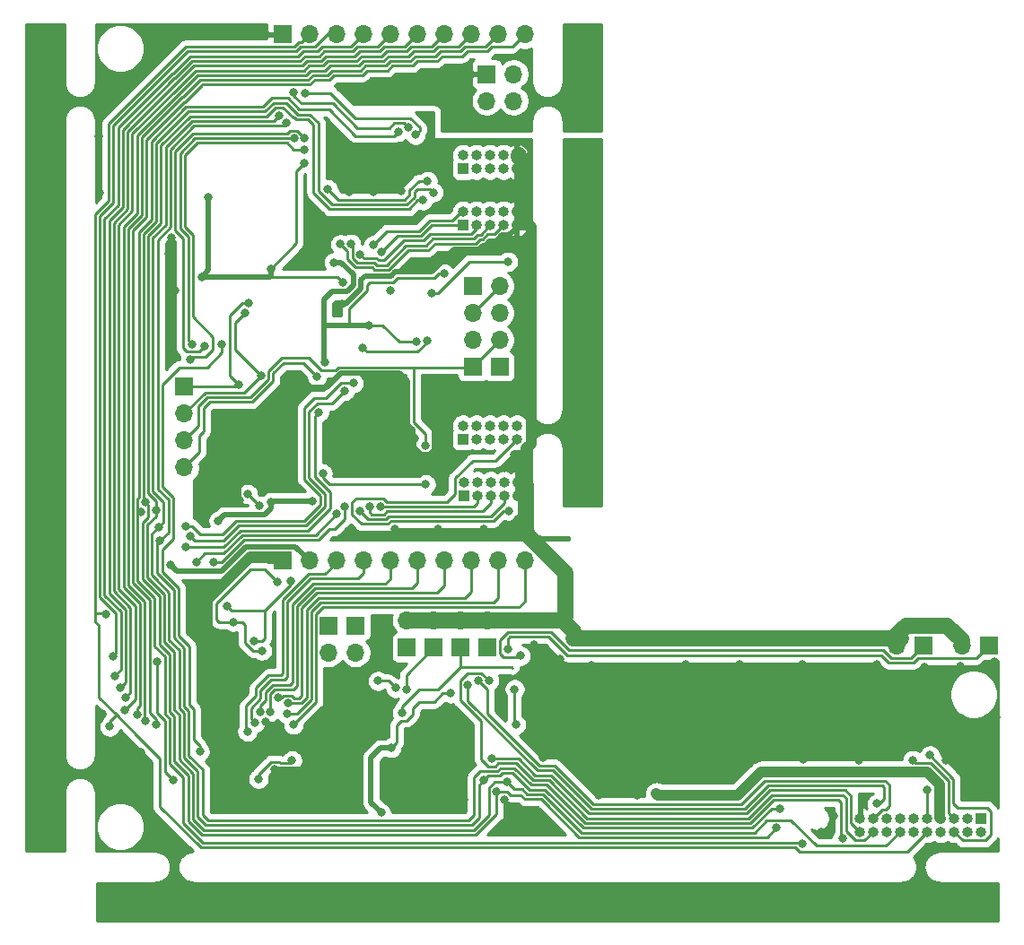
<source format=gbl>
G04 #@! TF.GenerationSoftware,KiCad,Pcbnew,(5.1.6-0-10_14)*
G04 #@! TF.CreationDate,2021-06-29T11:57:39+09:00*
G04 #@! TF.ProjectId,qPCR-photosensing,71504352-2d70-4686-9f74-6f73656e7369,rev?*
G04 #@! TF.SameCoordinates,Original*
G04 #@! TF.FileFunction,Copper,L2,Bot*
G04 #@! TF.FilePolarity,Positive*
%FSLAX46Y46*%
G04 Gerber Fmt 4.6, Leading zero omitted, Abs format (unit mm)*
G04 Created by KiCad (PCBNEW (5.1.6-0-10_14)) date 2021-06-29 11:57:39*
%MOMM*%
%LPD*%
G01*
G04 APERTURE LIST*
G04 #@! TA.AperFunction,ComponentPad*
%ADD10O,1.700000X1.700000*%
G04 #@! TD*
G04 #@! TA.AperFunction,ComponentPad*
%ADD11R,1.700000X1.700000*%
G04 #@! TD*
G04 #@! TA.AperFunction,ComponentPad*
%ADD12O,1.000000X1.000000*%
G04 #@! TD*
G04 #@! TA.AperFunction,ComponentPad*
%ADD13R,1.000000X1.000000*%
G04 #@! TD*
G04 #@! TA.AperFunction,ViaPad*
%ADD14C,0.800000*%
G04 #@! TD*
G04 #@! TA.AperFunction,Conductor*
%ADD15C,0.250000*%
G04 #@! TD*
G04 #@! TA.AperFunction,Conductor*
%ADD16C,0.508000*%
G04 #@! TD*
G04 #@! TA.AperFunction,Conductor*
%ADD17C,1.016000*%
G04 #@! TD*
G04 #@! TA.AperFunction,Conductor*
%ADD18C,1.524000*%
G04 #@! TD*
G04 #@! TA.AperFunction,Conductor*
%ADD19C,0.254000*%
G04 #@! TD*
G04 APERTURE END LIST*
D10*
X115160000Y-100849500D03*
X112620000Y-100849500D03*
X110080000Y-100849500D03*
X107540000Y-100849500D03*
X105000000Y-100849500D03*
X102460000Y-100849500D03*
X99920000Y-100849500D03*
X97380000Y-100849500D03*
X94840000Y-100849500D03*
D11*
X92300000Y-100849500D03*
X152800000Y-108870000D03*
D10*
X150260000Y-108870000D03*
D11*
X92300000Y-51150500D03*
D10*
X94840000Y-51150500D03*
X97380000Y-51150500D03*
X99920000Y-51150500D03*
X102460000Y-51150500D03*
X105000000Y-51150500D03*
X107540000Y-51150500D03*
X110080000Y-51150500D03*
X112620000Y-51150500D03*
X115160000Y-51150500D03*
D11*
X104040000Y-109070000D03*
D10*
X104040000Y-106530000D03*
X106580000Y-106530000D03*
D11*
X106580000Y-109070000D03*
X109120000Y-109070000D03*
D10*
X109120000Y-106530000D03*
X111660000Y-106530000D03*
D11*
X111660000Y-109070000D03*
D10*
X156380000Y-108870000D03*
D11*
X158920000Y-108870000D03*
X83020000Y-84460000D03*
D10*
X83020000Y-87000000D03*
X83020000Y-89540000D03*
X83020000Y-92080000D03*
X112776000Y-74930000D03*
X112776000Y-77470000D03*
X112776000Y-80010000D03*
D11*
X112776000Y-82550000D03*
D10*
X110236000Y-80010000D03*
D11*
X110236000Y-82550000D03*
X110236000Y-74930000D03*
D10*
X110236000Y-77470000D03*
X99200000Y-109540000D03*
D11*
X99200000Y-107000000D03*
X96660000Y-107000000D03*
D10*
X96660000Y-109540000D03*
D12*
X146770000Y-126470000D03*
X146770000Y-125200000D03*
X148040000Y-126470000D03*
X148040000Y-125200000D03*
X149310000Y-126470000D03*
X149310000Y-125200000D03*
X150580000Y-126470000D03*
X150580000Y-125200000D03*
X151850000Y-126470000D03*
X151850000Y-125200000D03*
X153120000Y-126470000D03*
X153120000Y-125200000D03*
X154390000Y-126470000D03*
X154390000Y-125200000D03*
X155660000Y-126470000D03*
X155660000Y-125200000D03*
X156930000Y-126470000D03*
X156930000Y-125200000D03*
X158200000Y-126470000D03*
D13*
X158200000Y-125200000D03*
D10*
X114110000Y-57460000D03*
X114110000Y-54920000D03*
X111570000Y-57460000D03*
D11*
X111570000Y-54920000D03*
D13*
X109340000Y-89405000D03*
D12*
X109340000Y-88135000D03*
X110610000Y-89405000D03*
X110610000Y-88135000D03*
X111880000Y-89405000D03*
X111880000Y-88135000D03*
X113150000Y-89405000D03*
X113150000Y-88135000D03*
X114420000Y-89405000D03*
X114420000Y-88135000D03*
X114490000Y-93469000D03*
X114490000Y-94739000D03*
X113220000Y-93469000D03*
X113220000Y-94739000D03*
X111950000Y-93469000D03*
X111950000Y-94739000D03*
X110680000Y-93469000D03*
X110680000Y-94739000D03*
X109410000Y-93469000D03*
D13*
X109410000Y-94739000D03*
X109340000Y-63865000D03*
D12*
X109340000Y-62595000D03*
X110610000Y-63865000D03*
X110610000Y-62595000D03*
X111880000Y-63865000D03*
X111880000Y-62595000D03*
X113150000Y-63865000D03*
X113150000Y-62595000D03*
X114420000Y-63865000D03*
X114420000Y-62595000D03*
X114420000Y-67929000D03*
X114420000Y-69199000D03*
X113150000Y-67929000D03*
X113150000Y-69199000D03*
X111880000Y-67929000D03*
X111880000Y-69199000D03*
X110610000Y-67929000D03*
X110610000Y-69199000D03*
X109340000Y-67929000D03*
D13*
X109340000Y-69199000D03*
D14*
X90717794Y-116073740D03*
X82200000Y-75400000D03*
X81800000Y-70400000D03*
X97508000Y-117800000D03*
X91600000Y-120600000D03*
X84925000Y-109400000D03*
X93710000Y-124020000D03*
X90332978Y-124002978D03*
X81600000Y-71920000D03*
X85200000Y-106800000D03*
X85480000Y-115430000D03*
X87450000Y-123950000D03*
X77550000Y-117910000D03*
X78990000Y-118980000D03*
X79470000Y-121020000D03*
X75390000Y-123160000D03*
X79090000Y-123650000D03*
X75340000Y-115300000D03*
X82870000Y-127920000D03*
X79580000Y-127230000D03*
X97850000Y-120010000D03*
X99510000Y-122120000D03*
X102420000Y-120280000D03*
X104620000Y-123260000D03*
X108930000Y-120720000D03*
X107780000Y-122530000D03*
X106420000Y-121190000D03*
X97360000Y-114210000D03*
X144300000Y-125010000D03*
X143160000Y-126540000D03*
X159560000Y-122540000D03*
X108210000Y-115190000D03*
X109500000Y-118180000D03*
X109440000Y-123430000D03*
X113260000Y-123490000D03*
X82790000Y-51070000D03*
X80030000Y-53310000D03*
X77320000Y-55470000D03*
X75190000Y-57100000D03*
X74940000Y-60830000D03*
X75050000Y-66170000D03*
X127950000Y-111990000D03*
X126250000Y-111490000D03*
X154910000Y-119710000D03*
X154950000Y-112330000D03*
X156230000Y-110820000D03*
X159450000Y-110420000D03*
X159600000Y-115700000D03*
X155070000Y-116520000D03*
X159260000Y-118990000D03*
X157210000Y-118270000D03*
X152220000Y-117750000D03*
X116000000Y-108840000D03*
X118510000Y-110200000D03*
X121460000Y-110740000D03*
X116410000Y-111600000D03*
X115970000Y-114910000D03*
X115060000Y-117470000D03*
X116920000Y-119430000D03*
X122140000Y-123050000D03*
X125730000Y-123050000D03*
X128360000Y-121540000D03*
X134640000Y-121610000D03*
X150250000Y-119400000D03*
X152830000Y-110890000D03*
X148370000Y-110640000D03*
X141360000Y-110660000D03*
X135390000Y-110690000D03*
X130360000Y-110690000D03*
X119390000Y-112950000D03*
X118680000Y-116640000D03*
X122710000Y-113320000D03*
X126060000Y-112840000D03*
X123270000Y-116380000D03*
X120880000Y-119300000D03*
X125820000Y-118900000D03*
X123710000Y-121070000D03*
X128280000Y-118000000D03*
X128310000Y-114570000D03*
X130850000Y-113170000D03*
X136210000Y-113560000D03*
X133010000Y-112030000D03*
X138660000Y-111860000D03*
X141490000Y-113020000D03*
X145010000Y-111590000D03*
X148120000Y-112850000D03*
X151040000Y-112340000D03*
X152400000Y-114630000D03*
X150320000Y-115140000D03*
X146680000Y-119690000D03*
X141440000Y-119660000D03*
X136960000Y-119600000D03*
X139190000Y-116560000D03*
X144210000Y-116350000D03*
X148400000Y-117490000D03*
X146230000Y-114120000D03*
X141740000Y-115350000D03*
X138460000Y-114210000D03*
X136060000Y-116530000D03*
X133620000Y-114640000D03*
X130760000Y-115920000D03*
X134100000Y-118100000D03*
X131370000Y-121250000D03*
X131370000Y-118390000D03*
X88241204Y-95203700D03*
X87880000Y-89130000D03*
X92840000Y-83283032D03*
X97892383Y-76588373D03*
X102800000Y-89620000D03*
X101460000Y-88690000D03*
X101540000Y-90720000D03*
X99960000Y-89640000D03*
X98340000Y-88690000D03*
X98970000Y-91100000D03*
X97430000Y-90130000D03*
X103530000Y-65990000D03*
X100850000Y-66030000D03*
X98590000Y-66050000D03*
X104230000Y-64540000D03*
X101990000Y-64960000D03*
X99950000Y-64740000D03*
X97880000Y-64560000D03*
X91890000Y-90880000D03*
X89450000Y-90170000D03*
X86930000Y-87930000D03*
X86360000Y-90780000D03*
X129760000Y-108250000D03*
X127210000Y-108250000D03*
X98490000Y-98050000D03*
X103170000Y-88300000D03*
X104130000Y-90930000D03*
X102510000Y-91910000D03*
X105930000Y-91810000D03*
X107670000Y-91660000D03*
X114180000Y-90870000D03*
X113210000Y-92150000D03*
X102920000Y-97900000D03*
X106950000Y-97920000D03*
X111260000Y-97920000D03*
X114480000Y-96960000D03*
X113730000Y-98140000D03*
X102520000Y-75370000D03*
X105800000Y-89980000D03*
X95570000Y-83490000D03*
X96100000Y-92650000D03*
X85300000Y-66550000D03*
X84700000Y-74050000D03*
X91200000Y-73300000D03*
X94400000Y-63300000D03*
X95160000Y-95230000D03*
X91250000Y-95360000D03*
X86260000Y-97110000D03*
X102553540Y-118552800D03*
X101600000Y-124666001D03*
X108200000Y-113400000D03*
X98000000Y-74600006D03*
X105820000Y-93660000D03*
X99899998Y-80750000D03*
X105937954Y-80106029D03*
X76000000Y-116550000D03*
X81725000Y-101269217D03*
X75605561Y-105900866D03*
X101613874Y-71735154D03*
X106410000Y-75600000D03*
X113560000Y-72630000D03*
X153130000Y-122492000D03*
X112060000Y-119552801D03*
X89649998Y-108450000D03*
X87080000Y-105160000D03*
X110766724Y-112217335D03*
X93060000Y-102800000D03*
X90359676Y-109375000D03*
X87650000Y-106650000D03*
X111787347Y-112212653D03*
X91810000Y-102840000D03*
X109793947Y-112575021D03*
X148390000Y-123820000D03*
X103237279Y-60357140D03*
X83200000Y-99600000D03*
X141363553Y-127563553D03*
X78925080Y-96300000D03*
X95750160Y-86875160D03*
X83200000Y-97600000D03*
X79375090Y-95326180D03*
X138910000Y-126110000D03*
X99010000Y-84110000D03*
X106540000Y-66100000D03*
X112500000Y-122680000D03*
X83600000Y-98600000D03*
X80375081Y-96100000D03*
X98174995Y-84825005D03*
X105570000Y-66850000D03*
X113530000Y-121800000D03*
X92000000Y-58820000D03*
X93350000Y-56681490D03*
X104150001Y-59948554D03*
X80600000Y-97675000D03*
X85800000Y-101000000D03*
X139240000Y-124260000D03*
X98162480Y-95725000D03*
X111300000Y-121620000D03*
X127580000Y-122850000D03*
X89106911Y-76512841D03*
X88192872Y-84254010D03*
X88758001Y-77449999D03*
X90255565Y-83369300D03*
X76285000Y-109885000D03*
X76455000Y-111725000D03*
X76997026Y-112884534D03*
X77499861Y-113772908D03*
X77400000Y-115000000D03*
X78600000Y-115400000D03*
X79400000Y-116000000D03*
X80375012Y-116375000D03*
X93330000Y-116340000D03*
X92720000Y-115350000D03*
X92795506Y-114325681D03*
X91911403Y-113773133D03*
X91174901Y-115142191D03*
X90175010Y-115157067D03*
X89725000Y-116193593D03*
X89000000Y-117000000D03*
X100416854Y-78625985D03*
X107530000Y-73740000D03*
X97150905Y-72699096D03*
X96600000Y-65799992D03*
X105990000Y-65020000D03*
X96320000Y-82100000D03*
X104940000Y-80170000D03*
X84500000Y-118900000D03*
X86600000Y-80450002D03*
X82000000Y-121600000D03*
X80494946Y-110425000D03*
X90040000Y-121480000D03*
X93200000Y-119746000D03*
X89032017Y-94589660D03*
X90150000Y-95676935D03*
X101310010Y-112230000D03*
X102990000Y-112910000D03*
X94350002Y-62030000D03*
X83600000Y-81850002D03*
X94396745Y-60957951D03*
X85000000Y-80599994D03*
X93392653Y-60982653D03*
X83800000Y-80400000D03*
X114784346Y-109857641D03*
X114200000Y-113000000D03*
X114320000Y-116360000D03*
X104000000Y-113025020D03*
X103600000Y-115225000D03*
X113565153Y-109225000D03*
X101534846Y-95765154D03*
X100526961Y-95725000D03*
X99645303Y-96196892D03*
X100865811Y-71071509D03*
X99641761Y-71945375D03*
X98750000Y-70955002D03*
X97750585Y-70989261D03*
X80725120Y-99003839D03*
X84199994Y-101000000D03*
X104856322Y-60656448D03*
X94442653Y-56717347D03*
X97437470Y-96461337D03*
X92680000Y-59570000D03*
X145119297Y-127065604D03*
X113620000Y-96150000D03*
X151760000Y-119709002D03*
X153395000Y-119258992D03*
D15*
X81600000Y-74600000D02*
X81600000Y-71920000D01*
X81600000Y-70600000D02*
X81800000Y-70400000D01*
X81600000Y-74800000D02*
X81600000Y-74600000D01*
X82200000Y-75400000D02*
X81600000Y-74800000D01*
D16*
X97508000Y-117800000D02*
X94708000Y-120600000D01*
X94708000Y-120600000D02*
X91600000Y-120600000D01*
D17*
X84925000Y-107075000D02*
X85200000Y-106800000D01*
X84925000Y-109400000D02*
X84925000Y-107075000D01*
D15*
X81600000Y-71920000D02*
X81600000Y-70600000D01*
D17*
X85200000Y-104590487D02*
X85200000Y-106800000D01*
X89282977Y-100507509D02*
X85200000Y-104590487D01*
X91958009Y-100507509D02*
X92300000Y-100849500D01*
X89282977Y-100507509D02*
X91958009Y-100507509D01*
D15*
X126750000Y-111990000D02*
X126250000Y-111490000D01*
X127950000Y-111990000D02*
X126750000Y-111990000D01*
X153840000Y-117750000D02*
X155070000Y-116520000D01*
X152220000Y-117750000D02*
X153840000Y-117750000D01*
X88241204Y-89491204D02*
X87880000Y-89130000D01*
X88241204Y-95203700D02*
X88241204Y-89491204D01*
D18*
X129760000Y-108250000D02*
X127210000Y-108250000D01*
X114612001Y-62787001D02*
X114612001Y-62595000D01*
X115210000Y-63385000D02*
X114612001Y-62787001D01*
X118987990Y-101995728D02*
X115310000Y-98317738D01*
D17*
X114730000Y-63865000D02*
X115210000Y-63385000D01*
X114420000Y-63865000D02*
X114730000Y-63865000D01*
X114791000Y-67929000D02*
X115210000Y-67510000D01*
X114420000Y-67929000D02*
X114791000Y-67929000D01*
D18*
X115210000Y-67510000D02*
X115210000Y-63385000D01*
D17*
X114420000Y-69199000D02*
X114841000Y-69199000D01*
D18*
X115210000Y-68830000D02*
X115210000Y-67510000D01*
D17*
X114841000Y-69199000D02*
X115210000Y-68830000D01*
X115059000Y-93469000D02*
X115310000Y-93720000D01*
X114490000Y-93469000D02*
X115059000Y-93469000D01*
X114490000Y-94739000D02*
X114891000Y-94739000D01*
D18*
X115310000Y-94320000D02*
X115310000Y-93720000D01*
D17*
X114891000Y-94739000D02*
X115310000Y-94320000D01*
D18*
X115310000Y-98317738D02*
X115310000Y-94320000D01*
D17*
X115741990Y-69361990D02*
X115210000Y-68830000D01*
X115310000Y-90302842D02*
X115741990Y-89870852D01*
X115579000Y-69199000D02*
X115741990Y-69361990D01*
X114420000Y-69199000D02*
X115579000Y-69199000D01*
D16*
X114420000Y-69400000D02*
X114420000Y-69199000D01*
X111810000Y-70724252D02*
X112443591Y-70724251D01*
X110772224Y-71503028D02*
X111176232Y-71099020D01*
X97892383Y-76588373D02*
X98276828Y-76588373D01*
X106362788Y-73600000D02*
X108459759Y-71503029D01*
X102537044Y-73985747D02*
X102922792Y-73600000D01*
X112443591Y-70724251D02*
X113014841Y-70153001D01*
X108459759Y-71503029D02*
X110772224Y-71503028D01*
X99708010Y-74371990D02*
X100094253Y-73985747D01*
X99708010Y-75157191D02*
X99708010Y-74371990D01*
X113014841Y-70153001D02*
X113666999Y-70153001D01*
X111435233Y-71099020D02*
X111810000Y-70724252D01*
X102922792Y-73600000D02*
X106362788Y-73600000D01*
X113666999Y-70153001D02*
X114420000Y-69400000D01*
X98276828Y-76588373D02*
X99708010Y-75157191D01*
X100094253Y-73985747D02*
X102537044Y-73985747D01*
X111176232Y-71099020D02*
X111435233Y-71099020D01*
D17*
X115310000Y-94320000D02*
X115310000Y-90302842D01*
D16*
X107508010Y-85891990D02*
X115741990Y-85891990D01*
X106654001Y-86745999D02*
X107508010Y-85891990D01*
X106209921Y-90834001D02*
X106654001Y-90389921D01*
X105390079Y-90834001D02*
X106209921Y-90834001D01*
X104591158Y-88510000D02*
X104591158Y-90035080D01*
X106654001Y-90389921D02*
X106654001Y-86745999D01*
D17*
X115741990Y-89870852D02*
X115741990Y-85891990D01*
D16*
X104100990Y-88019833D02*
X104591158Y-88510000D01*
X104100990Y-83960990D02*
X104100990Y-88019833D01*
X103980000Y-83850000D02*
X103990000Y-83850000D01*
X103310001Y-83180001D02*
X103980000Y-83850000D01*
X92840000Y-83283032D02*
X94076968Y-84520000D01*
X97789999Y-83180001D02*
X103310001Y-83180001D01*
X96450000Y-84520000D02*
X97789999Y-83180001D01*
X94076968Y-84520000D02*
X96450000Y-84520000D01*
D17*
X115741990Y-85891990D02*
X115741990Y-69361990D01*
D16*
X104591158Y-90035080D02*
X105390079Y-90834001D01*
X103990000Y-83850000D02*
X104100990Y-83960990D01*
D18*
X118987990Y-101995728D02*
X118987990Y-106172067D01*
X156380000Y-108410000D02*
X156380000Y-108870000D01*
X154982010Y-107012010D02*
X156380000Y-108410000D01*
X150667990Y-108252010D02*
X129760000Y-108252010D01*
X118720000Y-106530000D02*
X104040000Y-106530000D01*
X119732010Y-107542010D02*
X118720000Y-106530000D01*
X127210000Y-108252010D02*
X119782010Y-108252010D01*
X151147990Y-107012010D02*
X150617990Y-107542010D01*
X154982010Y-107012010D02*
X151147990Y-107012010D01*
X150260000Y-107900000D02*
X150617990Y-107542010D01*
X150260000Y-108870000D02*
X150260000Y-107900000D01*
D15*
X112776000Y-80010000D02*
X110236000Y-82550000D01*
X110185009Y-82600991D02*
X110236000Y-82550000D01*
X95950000Y-82870000D02*
X97281157Y-82870000D01*
X84389989Y-88170011D02*
X84389989Y-86293600D01*
X90980566Y-83003023D02*
X92253600Y-81729989D01*
X90980566Y-83717301D02*
X90980566Y-83003023D01*
X97281157Y-82870000D02*
X97550166Y-82600991D01*
X89267878Y-85429989D02*
X90980566Y-83717301D01*
X85253600Y-85429989D02*
X89267878Y-85429989D01*
X94809989Y-81729989D02*
X95950000Y-82870000D01*
X84389989Y-86293600D02*
X85253600Y-85429989D01*
X92253600Y-81729989D02*
X94809989Y-81729989D01*
X83020000Y-89540000D02*
X84389989Y-88170011D01*
X104680000Y-87780000D02*
X104680000Y-82690000D01*
X104680000Y-82690000D02*
X104769009Y-82600991D01*
X104769009Y-82600991D02*
X110185009Y-82600991D01*
X97550166Y-82600991D02*
X104769009Y-82600991D01*
X105800000Y-88900000D02*
X105800000Y-89980000D01*
X104680000Y-87780000D02*
X105800000Y-88900000D01*
X112776000Y-74930000D02*
X110236000Y-77470000D01*
X94260000Y-82180000D02*
X95570000Y-83490000D01*
X91430577Y-83189423D02*
X92440000Y-82180000D01*
X89454278Y-85880000D02*
X91430577Y-83903701D01*
X91430577Y-83903701D02*
X91430577Y-83189423D01*
X84840000Y-86480000D02*
X85440000Y-85880000D01*
X84840000Y-88680000D02*
X84840000Y-86480000D01*
X84460000Y-89060000D02*
X84840000Y-88680000D01*
X84460000Y-90640000D02*
X84460000Y-89060000D01*
X83020000Y-92080000D02*
X84460000Y-90640000D01*
X92440000Y-82180000D02*
X94260000Y-82180000D01*
X85440000Y-85880000D02*
X89454278Y-85880000D01*
D16*
X85300000Y-73450000D02*
X84700000Y-74050000D01*
X85300000Y-66550000D02*
X85300000Y-73450000D01*
X91200000Y-73300000D02*
X91200000Y-74000000D01*
X91200000Y-74000000D02*
X91150000Y-74050000D01*
X91150000Y-74050000D02*
X84700000Y-74050000D01*
D15*
X94400000Y-63300000D02*
X93600000Y-64100000D01*
X93600000Y-70900000D02*
X91200000Y-73300000D01*
X93600000Y-64100000D02*
X93600000Y-70900000D01*
X95030000Y-95360000D02*
X95160000Y-95230000D01*
X91150000Y-74050000D02*
X97449994Y-74050000D01*
X97449994Y-74050000D02*
X98000000Y-74600006D01*
D16*
X91380000Y-95230000D02*
X91250000Y-95360000D01*
X95160000Y-95230000D02*
X91380000Y-95230000D01*
X100660000Y-119430000D02*
X100660000Y-123726001D01*
X100660000Y-123726001D02*
X101600000Y-124666001D01*
X101537200Y-118552800D02*
X100660000Y-119430000D01*
X102553540Y-118552800D02*
X101537200Y-118552800D01*
D15*
X103090000Y-118016340D02*
X102553540Y-118552800D01*
X103520000Y-115960000D02*
X103090000Y-116390000D01*
X104020000Y-115960000D02*
X103520000Y-115960000D01*
X104600000Y-114800000D02*
X104600000Y-115380000D01*
X104600000Y-115380000D02*
X104020000Y-115960000D01*
X105200000Y-114200000D02*
X104600000Y-114800000D01*
X108200000Y-113400000D02*
X107424989Y-113400000D01*
X106624989Y-114200000D02*
X105200000Y-114200000D01*
X103090000Y-116390000D02*
X103090000Y-118016340D01*
X107424989Y-113400000D02*
X106624989Y-114200000D01*
D16*
X90644740Y-96530945D02*
X86839055Y-96530945D01*
X91250000Y-95360000D02*
X91250000Y-95925685D01*
X86839055Y-96530945D02*
X86260000Y-97110000D01*
X91250000Y-95925685D02*
X90644740Y-96530945D01*
D15*
X100299997Y-81149999D02*
X99899998Y-80750000D01*
X105033003Y-81149999D02*
X100299997Y-81149999D01*
X105937954Y-80245048D02*
X105033003Y-81149999D01*
X105937954Y-80106029D02*
X105937954Y-80245048D01*
X96100000Y-92650000D02*
X96100000Y-93047766D01*
X96712234Y-93660000D02*
X105820000Y-93660000D01*
X96100000Y-93047766D02*
X96712234Y-93660000D01*
X78800000Y-117600000D02*
X78730000Y-117530000D01*
X76000000Y-116060000D02*
X76000000Y-116550000D01*
X76630000Y-115430000D02*
X76000000Y-116060000D01*
X78730000Y-117530000D02*
X76630000Y-115430000D01*
X75000000Y-107020000D02*
X74600000Y-106620000D01*
X75000000Y-113800000D02*
X75000000Y-107020000D01*
X76630000Y-115430000D02*
X75000000Y-113800000D01*
X75534695Y-105830000D02*
X75605561Y-105900866D01*
X74600000Y-105830000D02*
X75534695Y-105830000D01*
X74600000Y-106620000D02*
X74600000Y-105830000D01*
X80749990Y-124129990D02*
X80749990Y-119549990D01*
X80749990Y-119549990D02*
X78730000Y-117530000D01*
X140696998Y-127970000D02*
X84590000Y-127970000D01*
X84590000Y-127970000D02*
X80749990Y-124129990D01*
X151240010Y-128349990D02*
X141076988Y-128349990D01*
X141076988Y-128349990D02*
X140696998Y-127970000D01*
X153120000Y-126470000D02*
X151240010Y-128349990D01*
X75890598Y-66893882D02*
X75890598Y-59613252D01*
X83178347Y-52325501D02*
X93410001Y-52325501D01*
X75890598Y-59613252D02*
X83178347Y-52325501D01*
X74600000Y-68184480D02*
X75890598Y-66893882D01*
X74600000Y-105830000D02*
X74600000Y-68184480D01*
D16*
X94817202Y-100849500D02*
X94840000Y-100849500D01*
D15*
X93860010Y-51875492D02*
X94115008Y-51875492D01*
X93410001Y-52325501D02*
X93860010Y-51875492D01*
X94115008Y-51875492D02*
X94840000Y-51150500D01*
D16*
X93535999Y-99545499D02*
X94840000Y-100849500D01*
X86575999Y-101854001D02*
X88884501Y-99545499D01*
X88884501Y-99545499D02*
X93535999Y-99545499D01*
X82309784Y-101854001D02*
X86575999Y-101854001D01*
X81725000Y-101269217D02*
X82309784Y-101854001D01*
D15*
X103149061Y-70199967D02*
X101613874Y-71735154D01*
X105390803Y-70199967D02*
X103149061Y-70199967D01*
X106391770Y-69199000D02*
X109340000Y-69199000D01*
X105390803Y-70199967D02*
X106391770Y-69199000D01*
X153120000Y-124400948D02*
X153120000Y-125200000D01*
X109945685Y-72630000D02*
X113560000Y-72630000D01*
X106975685Y-75600000D02*
X109945685Y-72630000D01*
X106410000Y-75600000D02*
X106975685Y-75600000D01*
X153130000Y-124390948D02*
X153120000Y-124400948D01*
X153130000Y-122492000D02*
X153130000Y-124390948D01*
X145944999Y-125644999D02*
X146770000Y-126470000D01*
X145930000Y-123090000D02*
X145930000Y-125060000D01*
X145390033Y-122550033D02*
X145930000Y-123090000D01*
X138286377Y-122550033D02*
X145390033Y-122550033D01*
X145944999Y-125074999D02*
X145944999Y-125644999D01*
X145930000Y-125060000D02*
X145944999Y-125074999D01*
X136086378Y-124750033D02*
X138286377Y-122550033D01*
X121230800Y-124750033D02*
X136086378Y-124750033D01*
X117625724Y-121144954D02*
X121230800Y-124750033D01*
X112060000Y-119552801D02*
X113652802Y-119552801D01*
X117625724Y-121144954D02*
X116145720Y-121144952D01*
X114553569Y-119552801D02*
X113652802Y-119552801D01*
X116145720Y-121144952D02*
X114553569Y-119552801D01*
X110766724Y-112217335D02*
X111617130Y-113067741D01*
X89649998Y-108450000D02*
X90364667Y-108450000D01*
X90364667Y-108450000D02*
X90634667Y-108180000D01*
X93060000Y-103110000D02*
X93060000Y-102800000D01*
X90620000Y-105550000D02*
X93060000Y-103110000D01*
X87470000Y-105550000D02*
X87080000Y-105160000D01*
X90620000Y-105550000D02*
X87470000Y-105550000D01*
X90634667Y-105564667D02*
X90620000Y-105550000D01*
X90634667Y-108180000D02*
X90634667Y-105564667D01*
X116518521Y-120244932D02*
X111617130Y-115343541D01*
X135586400Y-123850011D02*
X121603600Y-123850011D01*
X149120011Y-121650011D02*
X137786400Y-121650011D01*
X117998522Y-120244932D02*
X116518521Y-120244932D01*
X149520000Y-124050000D02*
X149520000Y-122050000D01*
X149195001Y-124374999D02*
X149520000Y-124050000D01*
X121603600Y-123850011D02*
X117998522Y-120244932D01*
X137786400Y-121650011D02*
X135586400Y-123850011D01*
X148040000Y-125200000D02*
X148865001Y-124374999D01*
X149520000Y-122050000D02*
X149120011Y-121650011D01*
X111617130Y-115343541D02*
X111617130Y-113067741D01*
X148865001Y-124374999D02*
X149195001Y-124374999D01*
X89501996Y-109375000D02*
X88760000Y-108633004D01*
X88760000Y-108633004D02*
X88760000Y-106916410D01*
X90359676Y-109375000D02*
X89501996Y-109375000D01*
X88493590Y-106650000D02*
X87650000Y-106650000D01*
X88760000Y-106916410D02*
X88493590Y-106650000D01*
X109803632Y-111492334D02*
X111067028Y-111492334D01*
X112682992Y-120002811D02*
X112408001Y-120277802D01*
X114367169Y-120002811D02*
X112682992Y-120002811D01*
X116314962Y-121594962D02*
X115959319Y-121594961D01*
X121044404Y-125200044D02*
X117439325Y-121594965D01*
X145479990Y-126400992D02*
X145479990Y-123299990D01*
X138472777Y-123000044D02*
X136272778Y-125200044D01*
X109068946Y-112227020D02*
X109803632Y-111492334D01*
X146373999Y-127295001D02*
X145479990Y-126400992D01*
X145479990Y-123299990D02*
X145180044Y-123000044D01*
X116314965Y-121594965D02*
X116314962Y-121594962D01*
X136272778Y-125200044D02*
X121044404Y-125200044D01*
X115959319Y-121594961D02*
X114367169Y-120002811D01*
X147214999Y-127295001D02*
X146373999Y-127295001D01*
X111067028Y-111492334D02*
X111787347Y-112212653D01*
X148040000Y-126470000D02*
X147214999Y-127295001D01*
X117439325Y-121594965D02*
X116314965Y-121594965D01*
X145180044Y-123000044D02*
X138472777Y-123000044D01*
X109068946Y-112227020D02*
X109068946Y-114068178D01*
X109068946Y-114068178D02*
X111040000Y-116039232D01*
X111711999Y-120277802D02*
X112408001Y-120277802D01*
X111040000Y-119605803D02*
X111711999Y-120277802D01*
X111040000Y-116039232D02*
X111040000Y-119605803D01*
X90622734Y-101652734D02*
X91810000Y-102840000D01*
X89315806Y-101652734D02*
X90622734Y-101652734D01*
X86033010Y-104935529D02*
X89315806Y-101652734D01*
X87650000Y-106650000D02*
X86290000Y-106650000D01*
X86033010Y-106393010D02*
X86033010Y-104935529D01*
X86290000Y-106650000D02*
X86033010Y-106393010D01*
X149069990Y-123346094D02*
X148596084Y-123820000D01*
X149069990Y-122289990D02*
X149069990Y-123346094D01*
X135899978Y-124300022D02*
X138099977Y-122100022D01*
X148596084Y-123820000D02*
X148390000Y-123820000D01*
X109793947Y-112575021D02*
X109793947Y-114156769D01*
X121417200Y-124300022D02*
X135899978Y-124300022D01*
X116332121Y-120694943D02*
X117812123Y-120694943D01*
X109793947Y-114156769D02*
X116332121Y-120694943D01*
X138099977Y-122100022D02*
X148880022Y-122100022D01*
X117812123Y-120694943D02*
X121417200Y-124300022D01*
X148880022Y-122100022D02*
X149069990Y-122289990D01*
X86738334Y-99600000D02*
X88328356Y-98009978D01*
X83200000Y-99600000D02*
X86738334Y-99600000D01*
X88328356Y-98009978D02*
X94705846Y-98009978D01*
X94705846Y-98009978D02*
X96785023Y-95930801D01*
X96785023Y-94369199D02*
X95350161Y-92934337D01*
X95350161Y-92934337D02*
X95350161Y-87275159D01*
X96785023Y-95930801D02*
X96785023Y-94369199D01*
X95350161Y-87275159D02*
X95750160Y-86875160D01*
X81219956Y-109946367D02*
X81219956Y-115352011D01*
X78650088Y-96574992D02*
X78650088Y-102813600D01*
X141300000Y-127500000D02*
X141363553Y-127563553D01*
X82969956Y-125655600D02*
X84814356Y-127500000D01*
X81659945Y-120023539D02*
X82969956Y-121333550D01*
X78650088Y-102813600D02*
X80259945Y-104423457D01*
X80259945Y-108986356D02*
X81219956Y-109946367D01*
X84814356Y-127500000D02*
X141300000Y-127500000D01*
X80259945Y-104423457D02*
X80259945Y-108986356D01*
X81659945Y-115791999D02*
X81659945Y-120023539D01*
X81219956Y-115352011D02*
X81659945Y-115791999D01*
X82969956Y-121333550D02*
X82969956Y-125655600D01*
X78730000Y-96300000D02*
X78650089Y-96379911D01*
X78925080Y-96300000D02*
X78730000Y-96300000D01*
X78650088Y-96574992D02*
X78650089Y-96379911D01*
X102837280Y-60757139D02*
X103237279Y-60357140D01*
X99197139Y-60757139D02*
X102837280Y-60757139D01*
X93878590Y-58251410D02*
X96691410Y-58251410D01*
X92822159Y-57194979D02*
X93878590Y-58251410D01*
X83223938Y-58007602D02*
X90466576Y-58007602D01*
X79940679Y-61290859D02*
X83223938Y-58007602D01*
X78650089Y-96379911D02*
X78650089Y-94978179D01*
X78739952Y-94888316D02*
X78739953Y-69841405D01*
X78739953Y-69841405D02*
X79940679Y-68640679D01*
X90466576Y-58007602D02*
X91279199Y-57194979D01*
X79940679Y-68640679D02*
X79940679Y-61290859D01*
X91279199Y-57194979D02*
X92822159Y-57194979D01*
X96691410Y-58251410D02*
X99197139Y-60757139D01*
X78650089Y-94978179D02*
X78739952Y-94888316D01*
X94349989Y-86450011D02*
X94349989Y-93206987D01*
X95300000Y-85500000D02*
X94349989Y-86450011D01*
X97826994Y-84100004D02*
X96426998Y-85500000D01*
X84565685Y-98400000D02*
X83765685Y-97600000D01*
X94349989Y-93206987D02*
X95885001Y-94741999D01*
X83765685Y-97600000D02*
X83200000Y-97600000D01*
X95885001Y-94741999D02*
X95885001Y-95558001D01*
X95885001Y-95558001D02*
X94333046Y-97109956D01*
X86665512Y-98400000D02*
X84565685Y-98400000D01*
X87955556Y-97109956D02*
X86665512Y-98400000D01*
X94333046Y-97109956D02*
X87955556Y-97109956D01*
X96426998Y-85500000D02*
X95300000Y-85500000D01*
X120298806Y-127000086D02*
X138019916Y-127000084D01*
X117010012Y-123720012D02*
X117018730Y-123720012D01*
X116685007Y-123395007D02*
X117010012Y-123720012D01*
X114800000Y-122989261D02*
X114800000Y-123000000D01*
X114800000Y-123000000D02*
X115195006Y-123395006D01*
X138019916Y-127000084D02*
X138910000Y-126110000D01*
X117018730Y-123720012D02*
X120298806Y-127000086D01*
X115195006Y-123395006D02*
X116685007Y-123395007D01*
X112570000Y-122380000D02*
X112600000Y-122410000D01*
X113523002Y-122680000D02*
X112500000Y-122680000D01*
X113843002Y-123000000D02*
X113523002Y-122680000D01*
X114800000Y-123000000D02*
X113843002Y-123000000D01*
X112500000Y-124816366D02*
X112500000Y-122680000D01*
X110566377Y-126749989D02*
X112500000Y-124816366D01*
X84700756Y-126749989D02*
X110566377Y-126749989D01*
X83419967Y-125469200D02*
X84700756Y-126749989D01*
X83419967Y-121147150D02*
X83419967Y-125469200D01*
X79650081Y-96754274D02*
X79100099Y-97304256D01*
X82109956Y-115605600D02*
X82109956Y-119837139D01*
X81669967Y-115165611D02*
X82109956Y-115605600D01*
X80709956Y-104237057D02*
X80709956Y-108799956D01*
X79650081Y-95601171D02*
X79650081Y-96754274D01*
X82109956Y-119837139D02*
X83419967Y-121147150D01*
X81669967Y-109759967D02*
X81669967Y-115165611D01*
X80709956Y-108799956D02*
X81669967Y-109759967D01*
X79100099Y-97304256D02*
X79100099Y-102627200D01*
X79375090Y-95326180D02*
X79650081Y-95601171D01*
X79100099Y-102627200D02*
X80709956Y-104237057D01*
X106464999Y-66175001D02*
X106540000Y-66100000D01*
X95690000Y-65962994D02*
X96952017Y-67225011D01*
X94896400Y-58749989D02*
X95690000Y-59543589D01*
X96952017Y-67225011D02*
X104041400Y-67225010D01*
X92635760Y-57644989D02*
X93740760Y-58749989D01*
X90652976Y-58457612D02*
X91465599Y-57644989D01*
X91465599Y-57644989D02*
X92635760Y-57644989D01*
X95690000Y-59543589D02*
X95690000Y-65962994D01*
X79189961Y-95141051D02*
X79189962Y-70027806D01*
X83410338Y-58457612D02*
X90652976Y-58457612D01*
X80399953Y-61467996D02*
X83410338Y-58457612D01*
X80399952Y-68817816D02*
X80399953Y-61467996D01*
X79189962Y-70027806D02*
X80399952Y-68817816D01*
X93740760Y-58749989D02*
X94896400Y-58749989D01*
X79375090Y-95326180D02*
X79189961Y-95141051D01*
X99000004Y-84100004D02*
X99010000Y-84110000D01*
X97826994Y-84100004D02*
X99000004Y-84100004D01*
X104041400Y-67225010D02*
X104750000Y-66516410D01*
X104750000Y-66516410D02*
X104750000Y-66080000D01*
X104750000Y-66080000D02*
X105030000Y-65800000D01*
X106240000Y-65800000D02*
X106540000Y-66100000D01*
X105030000Y-65800000D02*
X106240000Y-65800000D01*
X84000000Y-99000000D02*
X86701923Y-99000000D01*
X94800000Y-93020587D02*
X94800000Y-86800000D01*
X94519446Y-97559967D02*
X96335012Y-95744401D01*
X86701923Y-99000000D02*
X88141956Y-97559967D01*
X83600000Y-98600000D02*
X84000000Y-99000000D01*
X96335012Y-94555599D02*
X94800000Y-93020587D01*
X94800000Y-86800000D02*
X95600000Y-86000000D01*
X88141956Y-97559967D02*
X94519446Y-97559967D01*
X96335012Y-95744401D02*
X96335012Y-94555599D01*
X95600000Y-86000000D02*
X97000000Y-86000000D01*
X97000000Y-86000000D02*
X98174995Y-84825005D01*
X116880126Y-122944998D02*
X115392146Y-122944997D01*
X114910000Y-122462851D02*
X114910000Y-122454872D01*
X142663499Y-127800000D02*
X142663499Y-127790497D01*
X120485205Y-126550077D02*
X116880126Y-122944998D01*
X115392146Y-122944997D02*
X114910000Y-122462851D01*
X150580000Y-126470000D02*
X149250000Y-127800000D01*
X149250000Y-127800000D02*
X142663499Y-127800000D01*
X137997054Y-125384999D02*
X136831978Y-126550075D01*
X140248498Y-125384999D02*
X137997054Y-125384999D01*
X142663499Y-127800000D02*
X140248498Y-125384999D01*
X136831978Y-126550075D02*
X136790075Y-126550075D01*
X136790075Y-126550075D02*
X120485205Y-126550077D01*
X112306998Y-121800000D02*
X113530000Y-121800000D01*
X111774999Y-124904957D02*
X111774999Y-122331999D01*
X110379978Y-126299978D02*
X111774999Y-124904957D01*
X84887156Y-126299978D02*
X110379978Y-126299978D01*
X83869978Y-125282800D02*
X84887156Y-126299978D01*
X83869978Y-120960750D02*
X83869978Y-125282800D01*
X79550110Y-102440800D02*
X81159967Y-104050657D01*
X82559967Y-119650739D02*
X83869978Y-120960750D01*
X82559967Y-115419199D02*
X82559967Y-119650739D01*
X111774999Y-122331999D02*
X112306998Y-121800000D01*
X82119978Y-109499211D02*
X82119978Y-114979211D01*
X81159967Y-108539200D02*
X82119978Y-109499211D01*
X82119978Y-114979211D02*
X82559967Y-115419199D01*
X79550110Y-97490656D02*
X79550110Y-102440800D01*
X81159967Y-104050657D02*
X81159967Y-108539200D01*
X80375081Y-96665685D02*
X79550110Y-97490656D01*
X80375081Y-96100000D02*
X80375081Y-96665685D01*
X114192851Y-122462851D02*
X113530000Y-121800000D01*
X114910000Y-122462851D02*
X114192851Y-122462851D01*
X104227801Y-67675019D02*
X104252820Y-67650000D01*
X96765618Y-67675020D02*
X104227801Y-67675019D01*
X95239990Y-59729989D02*
X95239990Y-66149394D01*
X94710000Y-59200000D02*
X95239990Y-59729989D01*
X92334999Y-58094999D02*
X93300000Y-59060000D01*
X93554360Y-59200000D02*
X94710000Y-59200000D01*
X90839376Y-58907622D02*
X91651999Y-58094999D01*
X91651999Y-58094999D02*
X92334999Y-58094999D01*
X93414360Y-59060000D02*
X93554360Y-59200000D01*
X83596738Y-58907622D02*
X90839376Y-58907622D01*
X79639970Y-94489971D02*
X79639971Y-70214207D01*
X80849962Y-61654397D02*
X83596738Y-58907622D01*
X79639971Y-70214207D02*
X80849961Y-69004217D01*
X80849961Y-69004217D02*
X80849962Y-61654397D01*
X93300000Y-59060000D02*
X93414360Y-59060000D01*
X80375081Y-95225082D02*
X79639970Y-94489971D01*
X95239990Y-66149394D02*
X96765618Y-67675020D01*
X80375081Y-96100000D02*
X80375081Y-95225082D01*
X105052820Y-66850000D02*
X105570000Y-66850000D01*
X104227801Y-67675019D02*
X105052820Y-66850000D01*
X80000120Y-102240890D02*
X80399990Y-102640760D01*
X80000120Y-98274880D02*
X80000120Y-102240890D01*
X80600000Y-97675000D02*
X80000120Y-98274880D01*
X93350000Y-56950000D02*
X93350000Y-56681490D01*
X97030000Y-57700000D02*
X94100000Y-57700000D01*
X94100000Y-57700000D02*
X93350000Y-56950000D01*
X99330000Y-60000000D02*
X97030000Y-57700000D01*
X102400000Y-60000000D02*
X99330000Y-60000000D01*
X102851445Y-59548555D02*
X102400000Y-60000000D01*
X103750002Y-59548555D02*
X102851445Y-59548555D01*
X104150001Y-59948554D02*
X103750002Y-59548555D01*
X98162480Y-96967520D02*
X98162480Y-95725000D01*
X85800000Y-101000000D02*
X86611156Y-101000000D01*
X86611156Y-101000000D02*
X88701156Y-98910000D01*
X95720000Y-98910000D02*
X96750000Y-97880000D01*
X97250000Y-97880000D02*
X98162480Y-96967520D01*
X96750000Y-97880000D02*
X97250000Y-97880000D01*
X88701156Y-98910000D02*
X95720000Y-98910000D01*
X110056357Y-125849965D02*
X110056356Y-125849966D01*
X110056359Y-125849967D02*
X110056357Y-125849965D01*
X81609978Y-103864258D02*
X80399990Y-102654270D01*
X81609978Y-108352800D02*
X81609978Y-103864258D01*
X84319989Y-120774350D02*
X83009978Y-119464339D01*
X82569989Y-109312811D02*
X81609978Y-108352800D01*
X82569989Y-114792811D02*
X82569989Y-109312811D01*
X110169967Y-125849967D02*
X85073556Y-125849967D01*
X84319989Y-125096400D02*
X84319989Y-120774350D01*
X83009978Y-115232800D02*
X82569989Y-114792811D01*
X85073556Y-125849967D02*
X84319989Y-125096400D01*
X110850009Y-125169925D02*
X110169967Y-125849967D01*
X83009978Y-119464339D02*
X83009978Y-115232800D01*
X117066526Y-122494987D02*
X115578546Y-122494987D01*
X113972831Y-120902831D02*
X113055792Y-120902831D01*
X112780802Y-121177821D02*
X111742179Y-121177821D01*
X138485643Y-124260000D02*
X136645577Y-126100066D01*
X115578546Y-122487008D02*
X114241538Y-121150000D01*
X114241538Y-121150000D02*
X114220000Y-121150000D01*
X120671600Y-126100066D02*
X117066526Y-122494987D01*
X115578546Y-122494987D02*
X115578546Y-122487008D01*
X114220000Y-121150000D02*
X113972831Y-120902831D01*
X113055792Y-120902831D02*
X112780802Y-121177821D01*
X111742179Y-121177821D02*
X111300000Y-121620000D01*
X136645577Y-126100066D02*
X120671600Y-126100066D01*
X139240000Y-124260000D02*
X138485643Y-124260000D01*
X110850009Y-122069991D02*
X111300000Y-121620000D01*
X110850009Y-125169925D02*
X110850009Y-122069991D01*
X83783138Y-59357632D02*
X91462368Y-59357632D01*
X91462368Y-59357632D02*
X92000000Y-58820000D01*
X81299971Y-61840798D02*
X83783138Y-59357632D01*
X81299970Y-69190618D02*
X81299971Y-61840798D01*
X80089980Y-70400608D02*
X81299970Y-69190618D01*
X81100080Y-97174920D02*
X81100081Y-95313672D01*
X80089980Y-94303571D02*
X80089980Y-70400608D01*
X81100081Y-95313672D02*
X80089980Y-94303571D01*
X80600000Y-97675000D02*
X81100080Y-97174920D01*
D17*
X154328001Y-125158001D02*
X154328001Y-122050159D01*
X153094844Y-120817002D02*
X137441355Y-120817002D01*
X154370000Y-125200000D02*
X154328001Y-125158001D01*
X154328001Y-122050159D02*
X153094844Y-120817002D01*
X154390000Y-125200000D02*
X154370000Y-125200000D01*
X137441355Y-120817002D02*
X135241356Y-123017001D01*
X127747001Y-123017001D02*
X127580000Y-122850000D01*
X135241356Y-123017001D02*
X127747001Y-123017001D01*
D15*
X88541226Y-76512841D02*
X87330555Y-77723512D01*
X87330555Y-77723512D02*
X87330555Y-83391693D01*
X89106911Y-76512841D02*
X88541226Y-76512841D01*
X83020000Y-84460000D02*
X87986882Y-84460000D01*
X87986882Y-84460000D02*
X88192872Y-84254010D01*
X87330555Y-83391693D02*
X88192872Y-84254010D01*
X87810000Y-80923735D02*
X90255565Y-83369300D01*
X87810000Y-78398000D02*
X87810000Y-80923735D01*
X88758001Y-77449999D02*
X87810000Y-78398000D01*
X88644887Y-84979978D02*
X90255565Y-83369300D01*
X83020000Y-87000000D02*
X85040022Y-84979978D01*
X85040022Y-84979978D02*
X88644887Y-84979978D01*
X96579002Y-51150500D02*
X97380000Y-51150500D01*
X94046411Y-52325501D02*
X95404001Y-52325501D01*
X76600000Y-105870000D02*
X75050010Y-104320010D01*
X93596402Y-52775510D02*
X94046411Y-52325501D01*
X75050010Y-104320010D02*
X75050010Y-68370880D01*
X83384489Y-52775511D02*
X93596402Y-52775510D01*
X81770060Y-54389940D02*
X83384489Y-52775511D01*
X76340606Y-67080284D02*
X76340607Y-59799651D01*
X81750318Y-54389940D02*
X81770060Y-54389940D01*
X76340607Y-59799651D02*
X81750318Y-54389940D01*
X95404001Y-52325501D02*
X96579002Y-51150500D01*
X75050010Y-68370880D02*
X76340606Y-67080284D01*
X76600000Y-109570000D02*
X76600000Y-105870000D01*
X76285000Y-109885000D02*
X76600000Y-109570000D01*
X75500021Y-68596956D02*
X76790615Y-67306362D01*
X76790616Y-59986052D02*
X81936718Y-54839950D01*
X76790615Y-67306362D02*
X76790616Y-59986052D01*
X75500021Y-104133611D02*
X75500021Y-68596956D01*
X77050011Y-105683600D02*
X75500021Y-104133611D01*
X77050011Y-111129989D02*
X77050011Y-105683600D01*
X76455000Y-111725000D02*
X77050011Y-111129989D01*
X81956461Y-54839949D02*
X83570891Y-53225519D01*
X81936718Y-54839950D02*
X81956461Y-54839949D01*
X83570891Y-53225519D02*
X93782803Y-53225519D01*
X94232811Y-52775511D02*
X95590402Y-52775510D01*
X93782803Y-53225519D02*
X94232811Y-52775511D01*
X96040411Y-52325501D02*
X98744999Y-52325501D01*
X98744999Y-52325501D02*
X99920000Y-51150500D01*
X95590402Y-52775510D02*
X96040411Y-52325501D01*
X96226811Y-52775511D02*
X98931400Y-52775510D01*
X95776803Y-53225519D02*
X96226811Y-52775511D01*
X94419213Y-53225519D02*
X95776803Y-53225519D01*
X98931400Y-52775510D02*
X99381409Y-52325501D01*
X93969204Y-53675528D02*
X94419213Y-53225519D01*
X82142862Y-55289958D02*
X83757291Y-53675529D01*
X77240625Y-60172453D02*
X82123120Y-55289958D01*
X82123120Y-55289958D02*
X82142862Y-55289958D01*
X83757291Y-53675529D02*
X93969204Y-53675528D01*
X77240624Y-67492763D02*
X77240625Y-60172453D01*
X75950032Y-103947211D02*
X75950033Y-68783354D01*
X101284999Y-52325501D02*
X102460000Y-51150500D01*
X75950033Y-68783354D02*
X77240624Y-67492763D01*
X77500022Y-105497200D02*
X75950032Y-103947211D01*
X77500022Y-112381538D02*
X77500022Y-105497200D01*
X99381409Y-52325501D02*
X101284999Y-52325501D01*
X76997026Y-112884534D02*
X77500022Y-112381538D01*
X101921409Y-52325501D02*
X103824999Y-52325501D01*
X101471400Y-52775510D02*
X101921409Y-52325501D01*
X96413213Y-53225519D02*
X99117801Y-53225519D01*
X94155605Y-54125537D02*
X94605613Y-53675529D01*
X99117801Y-53225519D02*
X99567809Y-52775511D01*
X83943693Y-54125537D02*
X94155605Y-54125537D01*
X82309520Y-55739968D02*
X82329263Y-55739967D01*
X82329263Y-55739967D02*
X83943693Y-54125537D01*
X77690634Y-60358854D02*
X82309520Y-55739968D01*
X77690633Y-67679164D02*
X77690634Y-60358854D01*
X103824999Y-52325501D02*
X105000000Y-51150500D01*
X94605613Y-53675529D02*
X95963204Y-53675528D01*
X76400041Y-103760808D02*
X76400042Y-68969755D01*
X95963204Y-53675528D02*
X96413213Y-53225519D01*
X77950033Y-105310800D02*
X76400041Y-103760808D01*
X77950033Y-113322736D02*
X77950033Y-105310800D01*
X99567809Y-52775511D02*
X101471400Y-52775510D01*
X76400042Y-68969755D02*
X77690633Y-67679164D01*
X77499861Y-113772908D02*
X77950033Y-113322736D01*
X102107809Y-52775511D02*
X104011400Y-52775510D01*
X106364999Y-52325501D02*
X107540000Y-51150500D01*
X99754210Y-53225520D02*
X101657801Y-53225519D01*
X99304202Y-53675528D02*
X99754210Y-53225520D01*
X104461409Y-52325501D02*
X106364999Y-52325501D01*
X96599613Y-53675529D02*
X99304202Y-53675528D01*
X104011400Y-52775510D02*
X104461409Y-52325501D01*
X96149605Y-54125537D02*
X96599613Y-53675529D01*
X78140643Y-60545255D02*
X82495922Y-56189976D01*
X94342006Y-54575546D02*
X94792015Y-54125537D01*
X82515664Y-56189976D02*
X84130093Y-54575547D01*
X78140642Y-67865565D02*
X78140643Y-60545255D01*
X76850051Y-69156156D02*
X78140642Y-67865565D01*
X101657801Y-53225519D02*
X102107809Y-52775511D01*
X78400044Y-105124400D02*
X76850051Y-103574408D01*
X82495922Y-56189976D02*
X82515664Y-56189976D01*
X78400044Y-113999956D02*
X78400044Y-105124400D01*
X76850051Y-103574408D02*
X76850051Y-69156156D01*
X84130093Y-54575547D02*
X94342006Y-54575546D01*
X94792015Y-54125537D02*
X96149605Y-54125537D01*
X77400000Y-115000000D02*
X78400044Y-113999956D01*
X107001409Y-52325501D02*
X108904999Y-52325501D01*
X108904999Y-52325501D02*
X110080000Y-51150500D01*
X106551400Y-52775510D02*
X107001409Y-52325501D01*
X77300065Y-103388011D02*
X77300065Y-103372806D01*
X94528407Y-55025555D02*
X94978415Y-54575547D01*
X104647809Y-52775511D02*
X106551400Y-52775510D01*
X78600000Y-115400000D02*
X78600000Y-114834315D01*
X104197801Y-53225519D02*
X104647809Y-52775511D01*
X99490603Y-54125537D02*
X99940612Y-53675528D01*
X96336006Y-54575546D02*
X96786015Y-54125537D01*
X84316495Y-55025555D02*
X94528407Y-55025555D01*
X94978415Y-54575547D02*
X96336006Y-54575546D01*
X102294211Y-53225519D02*
X104197801Y-53225519D01*
X77300065Y-103372806D02*
X77300059Y-103372800D01*
X99940612Y-53675528D02*
X101844202Y-53675528D01*
X82702065Y-56639985D02*
X84316495Y-55025555D01*
X78850055Y-114584260D02*
X78850055Y-104938000D01*
X82682322Y-56639986D02*
X82702065Y-56639985D01*
X78590652Y-60731656D02*
X82682322Y-56639986D01*
X78590651Y-68051966D02*
X78590652Y-60731656D01*
X96786015Y-54125537D02*
X99490603Y-54125537D01*
X101844202Y-53675528D02*
X102294211Y-53225519D01*
X77300060Y-69342557D02*
X78590651Y-68051966D01*
X77300059Y-103372800D02*
X77300060Y-69342557D01*
X78850055Y-104938000D02*
X77300065Y-103388011D01*
X78600000Y-114834315D02*
X78850055Y-114584260D01*
X109541409Y-52325501D02*
X111444999Y-52325501D01*
X109091400Y-52775510D02*
X109541409Y-52325501D01*
X102480611Y-53675529D02*
X104384202Y-53675528D01*
X104834210Y-53225520D02*
X106737801Y-53225519D01*
X102030603Y-54125537D02*
X102480611Y-53675529D01*
X82868724Y-57089994D02*
X82888466Y-57089994D01*
X79040661Y-60918057D02*
X82868724Y-57089994D01*
X100127012Y-54125538D02*
X102030603Y-54125537D01*
X96972415Y-54575547D02*
X99677004Y-54575546D01*
X106737801Y-53225519D02*
X107187809Y-52775511D01*
X95164816Y-55025556D02*
X96522407Y-55025555D01*
X104384202Y-53675528D02*
X104834210Y-53225520D01*
X96522407Y-55025555D02*
X96972415Y-54575547D01*
X107187809Y-52775511D02*
X109091400Y-52775510D01*
X94714808Y-55475564D02*
X95164816Y-55025556D01*
X79325002Y-110964471D02*
X79319933Y-110959402D01*
X82888466Y-57089994D02*
X84502895Y-55475565D01*
X79400000Y-116000000D02*
X79325002Y-115925002D01*
X77750069Y-69528958D02*
X79040660Y-68238367D01*
X84502895Y-55475565D02*
X94714808Y-55475564D01*
X111444999Y-52325501D02*
X112620000Y-51150500D01*
X79040660Y-68238367D02*
X79040661Y-60918057D01*
X99677004Y-54575546D02*
X100127012Y-54125538D01*
X77750069Y-103186400D02*
X77750069Y-69528958D01*
X79319933Y-110959402D02*
X79319933Y-104756264D01*
X79319933Y-104756264D02*
X77750069Y-103186400D01*
X79325002Y-115925002D02*
X79325002Y-110964471D01*
X112081409Y-52325501D02*
X113984999Y-52325501D01*
X111631400Y-52775510D02*
X112081409Y-52325501D01*
X109727809Y-52775511D02*
X111631400Y-52775510D01*
X106924202Y-53675528D02*
X107374211Y-53225519D01*
X104570603Y-54125537D02*
X105020612Y-53675528D01*
X102667013Y-54125537D02*
X104570603Y-54125537D01*
X102217004Y-54575546D02*
X102667013Y-54125537D01*
X95351218Y-55475564D02*
X96708808Y-55475564D01*
X113984999Y-52325501D02*
X115160000Y-51150500D01*
X94901209Y-55925573D02*
X95351218Y-55475564D01*
X84680000Y-55934870D02*
X84689297Y-55925573D01*
X100313414Y-54575546D02*
X102217004Y-54575546D01*
X84689297Y-55925573D02*
X94901209Y-55925573D01*
X107374211Y-53225519D02*
X109277801Y-53225519D01*
X84680000Y-55960000D02*
X84680000Y-55934870D01*
X79490669Y-68432474D02*
X79490670Y-61104458D01*
X99863405Y-55025555D02*
X100313414Y-54575546D01*
X97158817Y-55025555D02*
X99863405Y-55025555D01*
X109277801Y-53225519D02*
X109727809Y-52775511D01*
X79799955Y-115234258D02*
X79799955Y-110803013D01*
X79799955Y-110803013D02*
X79769944Y-110773002D01*
X96708808Y-55475564D02*
X97158817Y-55025555D01*
X83055126Y-57540004D02*
X83099996Y-57540004D01*
X80375012Y-116375000D02*
X80375012Y-115809315D01*
X79490670Y-61104458D02*
X83055126Y-57540004D01*
X78200080Y-103000000D02*
X78200080Y-69723063D01*
X105020612Y-53675528D02*
X106924202Y-53675528D01*
X83099996Y-57540004D02*
X84680000Y-55960000D01*
X78200080Y-69723063D02*
X79490669Y-68432474D01*
X79769944Y-104569864D02*
X78200080Y-103000000D01*
X79769944Y-110773002D02*
X79769944Y-104569864D01*
X80375012Y-115809315D02*
X79799955Y-115234258D01*
X93330000Y-116340000D02*
X95484999Y-114185001D01*
X95484999Y-105889999D02*
X96094998Y-105280000D01*
X95484999Y-114185001D02*
X95484999Y-105889999D01*
X96094998Y-105280000D02*
X114630000Y-105280000D01*
X115160000Y-104750000D02*
X115160000Y-100849500D01*
X114630000Y-105280000D02*
X115160000Y-104750000D01*
X92720000Y-115350000D02*
X93683590Y-115350000D01*
X93683590Y-115350000D02*
X95034989Y-113998601D01*
X95034990Y-105703598D02*
X95908598Y-104829990D01*
X95034989Y-113998601D02*
X95034990Y-105703598D01*
X95908598Y-104829990D02*
X112210000Y-104829990D01*
X112620000Y-104419990D02*
X112620000Y-100849500D01*
X112210000Y-104829990D02*
X112620000Y-104419990D01*
X92795506Y-114325681D02*
X94071499Y-114325681D01*
X94071499Y-114325681D02*
X94584980Y-113812200D01*
X94584981Y-105517197D02*
X95722198Y-104379980D01*
X94584980Y-113812200D02*
X94584981Y-105517197D01*
X95722198Y-104379980D02*
X109510000Y-104379980D01*
X110080000Y-103809980D02*
X110080000Y-100849500D01*
X109510000Y-104379980D02*
X110080000Y-103809980D01*
X107540000Y-103249970D02*
X107540000Y-100849500D01*
X106860000Y-103929970D02*
X107540000Y-103249970D01*
X94134972Y-105330796D02*
X95535798Y-103929970D01*
X95535798Y-103929970D02*
X106860000Y-103929970D01*
X93864329Y-113875671D02*
X94134971Y-113605029D01*
X94134971Y-113605029D02*
X94134972Y-105330796D01*
X93418498Y-113875671D02*
X93864329Y-113875671D01*
X93142827Y-113600000D02*
X93418498Y-113875671D01*
X92448185Y-113600000D02*
X93142827Y-113600000D01*
X92275052Y-113773133D02*
X92448185Y-113600000D01*
X91911403Y-113773133D02*
X92275052Y-113773133D01*
X105000000Y-102960000D02*
X105000000Y-100849500D01*
X95349398Y-103479960D02*
X104480040Y-103479960D01*
X93331868Y-113048132D02*
X93684962Y-112695038D01*
X93684962Y-112695038D02*
X93684963Y-105144395D01*
X91563402Y-113048132D02*
X93331868Y-113048132D01*
X104480040Y-103479960D02*
X105000000Y-102960000D01*
X91174901Y-113436633D02*
X91563402Y-113048132D01*
X93684963Y-105144395D02*
X95349398Y-103479960D01*
X91174901Y-115142191D02*
X91174901Y-113436633D01*
X101872034Y-100849500D02*
X102420000Y-100849500D01*
X90175010Y-114591382D02*
X90676392Y-114090000D01*
X90175010Y-115157067D02*
X90175010Y-114591382D01*
X90676392Y-114063608D02*
X90700000Y-114040000D01*
X90676392Y-114090000D02*
X90676392Y-114063608D01*
X90700000Y-113275124D02*
X91377002Y-112598122D01*
X90700000Y-114040000D02*
X90700000Y-113275124D01*
X93031878Y-112598122D02*
X93234953Y-112395047D01*
X91377002Y-112598122D02*
X93031878Y-112598122D01*
X93234954Y-104957994D02*
X95162998Y-103029950D01*
X93234953Y-112395047D02*
X93234954Y-104957994D01*
X95162998Y-103029950D02*
X102020050Y-103029950D01*
X102460000Y-102590000D02*
X102460000Y-100849500D01*
X102020050Y-103029950D02*
X102460000Y-102590000D01*
X94976598Y-102579940D02*
X99400060Y-102579940D01*
X92784945Y-104771593D02*
X94976598Y-102579940D01*
X99400060Y-102579940D02*
X99920000Y-102060000D01*
X99920000Y-102060000D02*
X99920000Y-100849500D01*
X91190602Y-112148112D02*
X92491888Y-112148112D01*
X92784944Y-111855056D02*
X92784945Y-104771593D01*
X92491888Y-112148112D02*
X92784944Y-111855056D01*
X89325001Y-115793594D02*
X89325001Y-114778589D01*
X90249990Y-113853600D02*
X90249991Y-113088723D01*
X89725000Y-116193593D02*
X89325001Y-115793594D01*
X89325001Y-114778589D02*
X90249990Y-113853600D01*
X90249991Y-113088723D02*
X91190602Y-112148112D01*
X92161898Y-111698102D02*
X92334935Y-111525065D01*
X96320070Y-102129930D02*
X97380000Y-101070000D01*
X89799982Y-112902322D02*
X91004202Y-111698102D01*
X94790198Y-102129930D02*
X96320070Y-102129930D01*
X92334935Y-111525065D02*
X92334936Y-104585192D01*
X92334936Y-104585192D02*
X94790198Y-102129930D01*
X91004202Y-111698102D02*
X92161898Y-111698102D01*
X89799981Y-113667199D02*
X89799982Y-112902322D01*
X97380000Y-101070000D02*
X97380000Y-100849500D01*
X88874991Y-116874991D02*
X88874992Y-114592188D01*
X88874992Y-114592188D02*
X89799981Y-113667199D01*
X89000000Y-117000000D02*
X88874991Y-116874991D01*
D16*
X99000000Y-74863924D02*
X99000000Y-73826998D01*
X96200000Y-76200000D02*
X96945994Y-75454006D01*
X98409918Y-75454006D02*
X99000000Y-74863924D01*
X96945994Y-75454006D02*
X98409918Y-75454006D01*
X99000000Y-73826998D02*
X98995129Y-73826998D01*
X97867227Y-72699096D02*
X97150905Y-72699096D01*
X98995129Y-73826998D02*
X97867227Y-72699096D01*
X96200000Y-81980000D02*
X96320000Y-82100000D01*
X96200000Y-78625985D02*
X96200000Y-81980000D01*
X96200000Y-78625985D02*
X96200000Y-76200000D01*
D15*
X97575009Y-66775001D02*
X103854999Y-66775001D01*
X96600000Y-65799992D02*
X97575009Y-66775001D01*
X103162625Y-74179010D02*
X102776877Y-74564757D01*
X100555243Y-74564757D02*
X100287020Y-74832980D01*
X102776877Y-74564757D02*
X100555243Y-74564757D01*
X100287020Y-75397024D02*
X98604015Y-77080029D01*
X98604015Y-77080029D02*
X98604015Y-78625985D01*
X100287020Y-74832980D02*
X100287020Y-75397024D01*
D16*
X98604015Y-78625985D02*
X96200000Y-78625985D01*
X100416854Y-78625985D02*
X98604015Y-78625985D01*
D15*
X103162625Y-74179010D02*
X106602621Y-74179010D01*
X107041631Y-73740000D02*
X107530000Y-73740000D01*
X106602621Y-74179010D02*
X107041631Y-73740000D01*
X101752983Y-78625985D02*
X100416854Y-78625985D01*
X103296998Y-80170000D02*
X101752983Y-78625985D01*
X104940000Y-80170000D02*
X103296998Y-80170000D01*
X103854999Y-66775001D02*
X104299990Y-66330010D01*
X104299991Y-65893599D02*
X105173590Y-65020000D01*
X105173590Y-65020000D02*
X105990000Y-65020000D01*
X104299990Y-66330010D02*
X104299991Y-65893599D01*
X84500000Y-118700000D02*
X84500000Y-118900000D01*
X83910000Y-117744315D02*
X84500000Y-118334315D01*
X83910000Y-114860000D02*
X83910000Y-117744315D01*
X83490000Y-108960000D02*
X83490000Y-114440000D01*
X82510000Y-103477950D02*
X82510000Y-107980000D01*
X81000000Y-99801961D02*
X81000000Y-101967950D01*
X82000102Y-94940873D02*
X82000099Y-98801862D01*
X80990000Y-84210000D02*
X80990000Y-93930771D01*
X82600000Y-82600000D02*
X80990000Y-84210000D01*
X80990000Y-93930771D02*
X82000102Y-94940873D01*
X85200000Y-82600000D02*
X82600000Y-82600000D01*
X86600000Y-81200000D02*
X85200000Y-82600000D01*
X81000000Y-101967950D02*
X82510000Y-103477950D01*
X82000099Y-98801862D02*
X81000000Y-99801961D01*
X82510000Y-107980000D02*
X83490000Y-108960000D01*
X84500000Y-118334315D02*
X84500000Y-118900000D01*
X86600000Y-80450002D02*
X86600000Y-81200000D01*
X83490000Y-114440000D02*
X83910000Y-114860000D01*
X81200000Y-115968466D02*
X80494946Y-115263412D01*
X82000000Y-121600000D02*
X81200000Y-120800000D01*
X80494946Y-115263412D02*
X80494946Y-110425000D01*
X81200000Y-120800000D02*
X81200000Y-115968466D01*
X91974999Y-119874999D02*
X92120990Y-120020990D01*
X91251999Y-119874999D02*
X91974999Y-119874999D01*
X90040000Y-121086998D02*
X91251999Y-119874999D01*
X90040000Y-121480000D02*
X90040000Y-121086998D01*
X92925010Y-120020990D02*
X93200000Y-119746000D01*
X92120990Y-120020990D02*
X92925010Y-120020990D01*
X89032017Y-94589660D02*
X90119292Y-95676935D01*
X90119292Y-95676935D02*
X90150000Y-95676935D01*
X102310000Y-112230000D02*
X102990000Y-112910000D01*
X101310010Y-112230000D02*
X102310000Y-112230000D01*
X83100010Y-62586400D02*
X83100010Y-69354188D01*
X84253747Y-61432663D02*
X83100010Y-62586400D01*
X92769661Y-61432663D02*
X84253747Y-61432663D01*
X93366998Y-62030000D02*
X92769661Y-61432663D01*
X94350002Y-62030000D02*
X93366998Y-62030000D01*
X83100010Y-69354188D02*
X83850010Y-70104188D01*
X83850010Y-70104188D02*
X83850010Y-77827008D01*
X83850010Y-77827008D02*
X85748001Y-79724999D01*
X85748001Y-80924995D02*
X85072996Y-81600000D01*
X85748001Y-79724999D02*
X85748001Y-80924995D01*
X83850002Y-81600000D02*
X83600000Y-81850002D01*
X85072996Y-81600000D02*
X83850002Y-81600000D01*
X82199989Y-62213600D02*
X82199989Y-69726988D01*
X83251998Y-81125002D02*
X84474992Y-81125002D01*
X82925001Y-70451999D02*
X82925001Y-80798005D01*
X82199989Y-69726988D02*
X82925001Y-70451999D01*
X94396745Y-60957951D02*
X93696446Y-60257652D01*
X82925001Y-80798005D02*
X83251998Y-81125002D01*
X84474992Y-81125002D02*
X85000000Y-80599994D01*
X82199989Y-62213600D02*
X83880947Y-60532643D01*
X92769661Y-60532643D02*
X93044652Y-60257652D01*
X83880947Y-60532643D02*
X92769661Y-60532643D01*
X93044652Y-60257652D02*
X93696446Y-60257652D01*
X93392653Y-60982653D02*
X84067347Y-60982653D01*
X82650000Y-69540588D02*
X83400001Y-70290589D01*
X84067347Y-60982653D02*
X82650000Y-62400000D01*
X82650000Y-62400000D02*
X82650000Y-69540588D01*
X83400001Y-70290589D02*
X83400001Y-80000001D01*
X83400001Y-80000001D02*
X83800000Y-80400000D01*
X149695999Y-110045001D02*
X148990018Y-109339020D01*
X151624999Y-110045001D02*
X149695999Y-110045001D01*
X152800000Y-108870000D02*
X151624999Y-110045001D01*
X148990018Y-109339020D02*
X127660254Y-109339020D01*
X127660254Y-109339020D02*
X120040000Y-109339020D01*
X119331756Y-109339020D02*
X117609746Y-107617010D01*
X120040000Y-109339020D02*
X119331756Y-109339020D01*
X117609746Y-107617010D02*
X113582990Y-107617010D01*
X113582990Y-107617010D02*
X112840000Y-108360000D01*
X112840000Y-108360000D02*
X112840000Y-109660000D01*
X112840000Y-109660000D02*
X113130000Y-109950000D01*
X114691987Y-109950000D02*
X114784346Y-109857641D01*
X113130000Y-109950000D02*
X114691987Y-109950000D01*
X114200000Y-116240000D02*
X114320000Y-116360000D01*
X114200000Y-113000000D02*
X114200000Y-116240000D01*
X104040000Y-112985020D02*
X104000000Y-113025020D01*
X104000000Y-111650000D02*
X106580000Y-109070000D01*
X104000000Y-113025020D02*
X104000000Y-111650000D01*
X113949989Y-110949989D02*
X114000000Y-111000000D01*
X103600000Y-115225000D02*
X103600000Y-114659315D01*
X109079668Y-110949989D02*
X113949989Y-110949989D01*
X107000000Y-113029657D02*
X109079668Y-110949989D01*
X103600000Y-114659315D02*
X105229657Y-113029657D01*
X105229657Y-113029657D02*
X107000000Y-113029657D01*
X109120000Y-110909657D02*
X109079668Y-110949989D01*
X109120000Y-109070000D02*
X109120000Y-110909657D01*
X158920000Y-108870000D02*
X157744999Y-110045001D01*
X152261409Y-110045001D02*
X151811399Y-110495011D01*
X157744999Y-110045001D02*
X152261409Y-110045001D01*
X151811399Y-110495011D02*
X149509598Y-110495010D01*
X148803618Y-109789030D02*
X127846654Y-109789030D01*
X149509598Y-110495010D02*
X148803618Y-109789030D01*
X120369030Y-109789030D02*
X119145355Y-109789029D01*
X127846654Y-109789030D02*
X120369030Y-109789030D01*
X120369030Y-109789030D02*
X120190000Y-109789030D01*
X119145355Y-109789029D02*
X117423346Y-108067020D01*
X117423346Y-108067020D02*
X113769390Y-108067020D01*
X113565153Y-108271257D02*
X113565153Y-109225000D01*
X113769390Y-108067020D02*
X113565153Y-108271257D01*
X101534846Y-95765154D02*
X104162026Y-95765154D01*
X110360952Y-95765154D02*
X104162026Y-95765154D01*
X110680000Y-95446106D02*
X110360952Y-95765154D01*
X110680000Y-94739000D02*
X110680000Y-95446106D01*
X100726430Y-96490154D02*
X100526961Y-96290685D01*
X100526961Y-96290685D02*
X100526961Y-95725000D01*
X101882848Y-96490154D02*
X100726430Y-96490154D01*
X111180942Y-96215164D02*
X102157838Y-96215164D01*
X111950000Y-95446106D02*
X111180942Y-96215164D01*
X102157838Y-96215164D02*
X101882848Y-96490154D01*
X111950000Y-94739000D02*
X111950000Y-95446106D01*
X100388576Y-96940165D02*
X99645303Y-96196892D01*
X112000932Y-96665174D02*
X102344238Y-96665174D01*
X102069248Y-96940164D02*
X100388576Y-96940165D01*
X102344238Y-96665174D02*
X102069248Y-96940164D01*
X113220000Y-95446106D02*
X112000932Y-96665174D01*
X113220000Y-94739000D02*
X113220000Y-95446106D01*
X109086000Y-67675000D02*
X109340000Y-67929000D01*
X105204404Y-69749956D02*
X105204404Y-69728598D01*
X102187364Y-69749956D02*
X105204404Y-69749956D01*
X100865811Y-71071509D02*
X102187364Y-69749956D01*
X109141000Y-67929000D02*
X109340000Y-67929000D01*
X108321010Y-68748990D02*
X109141000Y-67929000D01*
X106205370Y-68748990D02*
X108321010Y-68748990D01*
X105204404Y-69749956D02*
X106205370Y-68748990D01*
X106203179Y-70024001D02*
X110100001Y-70024001D01*
X105577202Y-70649978D02*
X106203179Y-70024001D01*
X110610000Y-69514002D02*
X110610000Y-69199000D01*
X110100001Y-70024001D02*
X110610000Y-69514002D01*
X103781150Y-70649978D02*
X105577202Y-70649978D01*
X101366064Y-72506716D02*
X101924413Y-72506716D01*
X101159326Y-72299978D02*
X101366064Y-72506716D01*
X99641761Y-71945375D02*
X99996364Y-72299978D01*
X99996364Y-72299978D02*
X101159326Y-72299978D01*
X101924413Y-72506716D02*
X103781150Y-70649978D01*
X110700000Y-70070000D02*
X111009000Y-70070000D01*
X110610000Y-70160000D02*
X110700000Y-70070000D01*
X110610000Y-70210000D02*
X110610000Y-70160000D01*
X98750000Y-70955002D02*
X98916760Y-71121762D01*
X106495989Y-70474011D02*
X110345989Y-70474011D01*
X105870011Y-71099989D02*
X106495989Y-70474011D01*
X111009000Y-70070000D02*
X111880000Y-69199000D01*
X103967550Y-71099989D02*
X105870011Y-71099989D01*
X101179664Y-72956727D02*
X102110812Y-72956727D01*
X98916760Y-72293376D02*
X99373373Y-72749989D01*
X100972926Y-72749989D02*
X101179664Y-72956727D01*
X110345989Y-70474011D02*
X110610000Y-70210000D01*
X99373373Y-72749989D02*
X100972926Y-72749989D01*
X98916760Y-71121762D02*
X98916760Y-72293376D01*
X102110812Y-72956727D02*
X103967550Y-71099989D01*
X98400000Y-71638676D02*
X97750585Y-70989261D01*
X98400000Y-72413026D02*
X98400000Y-71638676D01*
X99186974Y-73200000D02*
X98400000Y-72413026D01*
X100786526Y-73200000D02*
X99186974Y-73200000D01*
X100993263Y-73406737D02*
X100786526Y-73200000D01*
X102297212Y-73406738D02*
X100993263Y-73406737D01*
X105950000Y-71550000D02*
X104153950Y-71550000D01*
X104153950Y-71550000D02*
X102297212Y-73406738D01*
X106056412Y-71549998D02*
X106682389Y-70924021D01*
X105950000Y-71550000D02*
X106056412Y-71549998D01*
X106682389Y-70924021D02*
X110532390Y-70924020D01*
X111195400Y-70520010D02*
X111652705Y-70062705D01*
X110936400Y-70520010D02*
X111195400Y-70520010D01*
X110532390Y-70924020D02*
X110936400Y-70520010D01*
X112286295Y-70062705D02*
X113150000Y-69199000D01*
X111652705Y-70062705D02*
X112286295Y-70062705D01*
X96837347Y-56717347D02*
X94442653Y-56717347D01*
X99218545Y-59098545D02*
X96837347Y-56717347D01*
X105256321Y-59981872D02*
X104372994Y-59098545D01*
X104372994Y-59098545D02*
X99218545Y-59098545D01*
X105256321Y-60256449D02*
X105256321Y-59981872D01*
X104856322Y-60656448D02*
X105256321Y-60256449D01*
X88514756Y-98459989D02*
X95438818Y-98459989D01*
X84999993Y-100200001D02*
X86774744Y-100200001D01*
X86774744Y-100200001D02*
X88514756Y-98459989D01*
X95438818Y-98459989D02*
X97437470Y-96461337D01*
X84199994Y-101000000D02*
X84999993Y-100200001D01*
X80450130Y-99278829D02*
X80725120Y-99003839D01*
X82059989Y-103664349D02*
X80450130Y-102054490D01*
X83020000Y-114606410D02*
X83020000Y-109126411D01*
X83459989Y-119277939D02*
X83459989Y-115046399D01*
X83459989Y-115046399D02*
X83020000Y-114606410D01*
X84770000Y-120587950D02*
X83459989Y-119277939D01*
X84770000Y-124910000D02*
X84770000Y-120587950D01*
X114180769Y-120452821D02*
X112869392Y-120452821D01*
X144770055Y-123450055D02*
X138659177Y-123450055D01*
X116004971Y-122044971D02*
X115772918Y-122044970D01*
X145119297Y-127065604D02*
X145029980Y-126976287D01*
X117252926Y-122044976D02*
X116004976Y-122044976D01*
X116004976Y-122044976D02*
X116004971Y-122044971D01*
X136459178Y-125650055D02*
X120858000Y-125650055D01*
X80450130Y-102054490D02*
X80450130Y-99278829D01*
X138659177Y-123450055D02*
X136459178Y-125650055D01*
X85259956Y-125399956D02*
X84770000Y-124910000D01*
X145029980Y-126976287D02*
X145029980Y-123709980D01*
X120858000Y-125650055D02*
X117252926Y-122044976D01*
X83020000Y-109126411D02*
X82059989Y-108166400D01*
X82059989Y-108166400D02*
X82059989Y-103664349D01*
X145029980Y-123709980D02*
X144770055Y-123450055D01*
X115772918Y-122044970D02*
X114180769Y-120452821D01*
X112594401Y-120727812D02*
X110992188Y-120727812D01*
X112869392Y-120452821D02*
X112594401Y-120727812D01*
X110992188Y-120727812D02*
X110400000Y-121320000D01*
X110400000Y-124869912D02*
X109869956Y-125399956D01*
X110400000Y-121320000D02*
X110400000Y-124869912D01*
X109869956Y-125399956D02*
X85259956Y-125399956D01*
X92442358Y-59807642D02*
X92680000Y-59570000D01*
X81749980Y-62027199D02*
X83969538Y-59807642D01*
X81749979Y-69377019D02*
X81749980Y-62027199D01*
X80539990Y-94117171D02*
X80539990Y-70587008D01*
X81550092Y-95127272D02*
X80539990Y-94117171D01*
X81550092Y-98178867D02*
X81550092Y-95127272D01*
X80539990Y-70587008D02*
X81749979Y-69377019D01*
X83969538Y-59807642D02*
X92442358Y-59807642D01*
X80725120Y-99003839D02*
X81550092Y-98178867D01*
X110244987Y-91413011D02*
X108570000Y-93087998D01*
X112411989Y-91413011D02*
X110244987Y-91413011D01*
X114420000Y-89405000D02*
X112411989Y-91413011D01*
X108570000Y-94570000D02*
X107824856Y-95315144D01*
X108570000Y-93087998D02*
X108570000Y-94570000D01*
X107824856Y-95315144D02*
X104348426Y-95315144D01*
X104348426Y-95315144D02*
X102420000Y-95315144D01*
X98887481Y-96512072D02*
X99765582Y-97390173D01*
X102420000Y-95315144D02*
X102157838Y-95315144D01*
X99264481Y-94999999D02*
X98887481Y-95376999D01*
X101842693Y-94999999D02*
X99264481Y-94999999D01*
X102157838Y-95315144D02*
X101842693Y-94999999D01*
X102255649Y-97390173D02*
X102530638Y-97115184D01*
X99765582Y-97390173D02*
X102255649Y-97390173D01*
X98887481Y-95376999D02*
X98887481Y-96512072D01*
X102530638Y-97115184D02*
X111870000Y-97115184D01*
X111870000Y-97115184D02*
X112187333Y-97115183D01*
X113152516Y-96150000D02*
X113620000Y-96150000D01*
X112187333Y-97115183D02*
X113152516Y-96150000D01*
X151760000Y-119709002D02*
X152034990Y-119983992D01*
X152034990Y-119983992D02*
X153439889Y-119983993D01*
X153439889Y-119983993D02*
X155161011Y-121705115D01*
X155161011Y-124701011D02*
X155660000Y-125200000D01*
X155161011Y-121705115D02*
X155161011Y-124701011D01*
X153395000Y-119258992D02*
X155611021Y-121475013D01*
X155611021Y-121475013D02*
X155611021Y-123781021D01*
X155611021Y-123781021D02*
X156020000Y-124190000D01*
X158775002Y-124190000D02*
X159100000Y-124514998D01*
X156020000Y-124190000D02*
X158775002Y-124190000D01*
X156485001Y-127295001D02*
X155660000Y-126470000D01*
X158596001Y-127295001D02*
X156485001Y-127295001D01*
X159100000Y-126791002D02*
X158596001Y-127295001D01*
X159100000Y-124514998D02*
X159100000Y-126791002D01*
D19*
G36*
X71715001Y-55733647D02*
G01*
X71718348Y-55767628D01*
X71718348Y-55778015D01*
X71719347Y-55787527D01*
X71736751Y-55942686D01*
X71749656Y-56003397D01*
X71761718Y-56064316D01*
X71764546Y-56073452D01*
X71811756Y-56222277D01*
X71836216Y-56279345D01*
X71859872Y-56336741D01*
X71864421Y-56345154D01*
X71939638Y-56481974D01*
X71974706Y-56533190D01*
X72009073Y-56584915D01*
X72015169Y-56592284D01*
X72115529Y-56711888D01*
X72159870Y-56755310D01*
X72203634Y-56799380D01*
X72211046Y-56805425D01*
X72332726Y-56903258D01*
X72384701Y-56937270D01*
X72436147Y-56971970D01*
X72444588Y-56976459D01*
X72444596Y-56976463D01*
X72582957Y-57048796D01*
X72640536Y-57072060D01*
X72697754Y-57096112D01*
X72706910Y-57098877D01*
X72856690Y-57142960D01*
X72917711Y-57154600D01*
X72978492Y-57167077D01*
X72988010Y-57168011D01*
X73143501Y-57182162D01*
X73205592Y-57181728D01*
X73267672Y-57182161D01*
X73277190Y-57181228D01*
X73432467Y-57164907D01*
X73493252Y-57152429D01*
X73554263Y-57140791D01*
X73563419Y-57138026D01*
X73712569Y-57091858D01*
X73769818Y-57067792D01*
X73827371Y-57044539D01*
X73835816Y-57040049D01*
X73973158Y-56965788D01*
X74024619Y-56931077D01*
X74076577Y-56897077D01*
X74083989Y-56891032D01*
X74204291Y-56791509D01*
X74248020Y-56747474D01*
X74292398Y-56704016D01*
X74298495Y-56696646D01*
X74397174Y-56575653D01*
X74431513Y-56523968D01*
X74466607Y-56472715D01*
X74471156Y-56464301D01*
X74544456Y-56326444D01*
X74568114Y-56269045D01*
X74592573Y-56211978D01*
X74595399Y-56202849D01*
X74595401Y-56202843D01*
X74595402Y-56202837D01*
X74640528Y-56053372D01*
X74652584Y-55992483D01*
X74665495Y-55931744D01*
X74666495Y-55922232D01*
X74681731Y-55766845D01*
X74681731Y-55766837D01*
X74685000Y-55733647D01*
X74685000Y-52274070D01*
X74706099Y-52274070D01*
X74706099Y-52725930D01*
X74794253Y-53169106D01*
X74967171Y-53586569D01*
X75218211Y-53962277D01*
X75537723Y-54281789D01*
X75913431Y-54532829D01*
X76330894Y-54705747D01*
X76774070Y-54793901D01*
X77225930Y-54793901D01*
X77669106Y-54705747D01*
X78086569Y-54532829D01*
X78462277Y-54281789D01*
X78781789Y-53962277D01*
X79032829Y-53586569D01*
X79205747Y-53169106D01*
X79293901Y-52725930D01*
X79293901Y-52274070D01*
X79205747Y-51830894D01*
X79032829Y-51413431D01*
X78781789Y-51037723D01*
X78462277Y-50718211D01*
X78086569Y-50467171D01*
X77669106Y-50294253D01*
X77225930Y-50206099D01*
X76774070Y-50206099D01*
X76330894Y-50294253D01*
X75913431Y-50467171D01*
X75537723Y-50718211D01*
X75218211Y-51037723D01*
X74967171Y-51413431D01*
X74794253Y-51830894D01*
X74706099Y-52274070D01*
X74685000Y-52274070D01*
X74685000Y-50185000D01*
X90823303Y-50185000D01*
X90811928Y-50300500D01*
X90815000Y-50864750D01*
X90973750Y-51023500D01*
X92173000Y-51023500D01*
X92173000Y-51003500D01*
X92427000Y-51003500D01*
X92427000Y-51023500D01*
X92447000Y-51023500D01*
X92447000Y-51277500D01*
X92427000Y-51277500D01*
X92427000Y-51297500D01*
X92173000Y-51297500D01*
X92173000Y-51277500D01*
X90973750Y-51277500D01*
X90815000Y-51436250D01*
X90814296Y-51565501D01*
X83215669Y-51565501D01*
X83178346Y-51561825D01*
X83141023Y-51565501D01*
X83141014Y-51565501D01*
X83029361Y-51576498D01*
X82886100Y-51619955D01*
X82754070Y-51690527D01*
X82710230Y-51726506D01*
X82638346Y-51785500D01*
X82614548Y-51814498D01*
X75379596Y-59049453D01*
X75350598Y-59073251D01*
X75326800Y-59102249D01*
X75326799Y-59102250D01*
X75255624Y-59188976D01*
X75185052Y-59321006D01*
X75155770Y-59417540D01*
X75141596Y-59464266D01*
X75136560Y-59515395D01*
X75126922Y-59613252D01*
X75130599Y-59650585D01*
X75130598Y-66579080D01*
X74685000Y-67024679D01*
X74685000Y-59266353D01*
X74681652Y-59232362D01*
X74681652Y-59221985D01*
X74680653Y-59212473D01*
X74663249Y-59057314D01*
X74650345Y-58996609D01*
X74638282Y-58935684D01*
X74635454Y-58926547D01*
X74588244Y-58777723D01*
X74563770Y-58720622D01*
X74540127Y-58663259D01*
X74535579Y-58654846D01*
X74460362Y-58518026D01*
X74425283Y-58466795D01*
X74390927Y-58415085D01*
X74384831Y-58407716D01*
X74284471Y-58288112D01*
X74240110Y-58244671D01*
X74196365Y-58200620D01*
X74188954Y-58194575D01*
X74067274Y-58096742D01*
X74015283Y-58062720D01*
X73963853Y-58028030D01*
X73955408Y-58023539D01*
X73817043Y-57951204D01*
X73759501Y-57927956D01*
X73702247Y-57903888D01*
X73693091Y-57901123D01*
X73543310Y-57857040D01*
X73482297Y-57845401D01*
X73421509Y-57832923D01*
X73411990Y-57831989D01*
X73256500Y-57817838D01*
X73194409Y-57818272D01*
X73132328Y-57817839D01*
X73122809Y-57818772D01*
X72967533Y-57835093D01*
X72906719Y-57847577D01*
X72845736Y-57859210D01*
X72836580Y-57861974D01*
X72687431Y-57908143D01*
X72630203Y-57932199D01*
X72572629Y-57955461D01*
X72564191Y-57959947D01*
X72564187Y-57959949D01*
X72564184Y-57959951D01*
X72426842Y-58034212D01*
X72375396Y-58068913D01*
X72323423Y-58102923D01*
X72316011Y-58108968D01*
X72195708Y-58208491D01*
X72151941Y-58252565D01*
X72107602Y-58295985D01*
X72101505Y-58303354D01*
X72002825Y-58424348D01*
X71968466Y-58476063D01*
X71933393Y-58527285D01*
X71928844Y-58535698D01*
X71855544Y-58673556D01*
X71831879Y-58730971D01*
X71807427Y-58788022D01*
X71804600Y-58797154D01*
X71804600Y-58797156D01*
X71804599Y-58797158D01*
X71759472Y-58946628D01*
X71747414Y-59007524D01*
X71734505Y-59068256D01*
X71733505Y-59077768D01*
X71718269Y-59233155D01*
X71718269Y-59233164D01*
X71715000Y-59266354D01*
X71715001Y-119233647D01*
X71718348Y-119267628D01*
X71718348Y-119278015D01*
X71719347Y-119287527D01*
X71736751Y-119442686D01*
X71749656Y-119503397D01*
X71761718Y-119564316D01*
X71764546Y-119573452D01*
X71811756Y-119722277D01*
X71836216Y-119779345D01*
X71859872Y-119836741D01*
X71864421Y-119845154D01*
X71939638Y-119981974D01*
X71974706Y-120033190D01*
X72009073Y-120084915D01*
X72015169Y-120092284D01*
X72115529Y-120211888D01*
X72159870Y-120255310D01*
X72203634Y-120299380D01*
X72211046Y-120305425D01*
X72332726Y-120403258D01*
X72384701Y-120437270D01*
X72436147Y-120471970D01*
X72444588Y-120476459D01*
X72444596Y-120476463D01*
X72582957Y-120548796D01*
X72640536Y-120572060D01*
X72697754Y-120596112D01*
X72706910Y-120598877D01*
X72856690Y-120642960D01*
X72917711Y-120654600D01*
X72978492Y-120667077D01*
X72988010Y-120668011D01*
X73143501Y-120682162D01*
X73205592Y-120681728D01*
X73267672Y-120682161D01*
X73277190Y-120681228D01*
X73432467Y-120664907D01*
X73493252Y-120652429D01*
X73554263Y-120640791D01*
X73563419Y-120638026D01*
X73712569Y-120591858D01*
X73769818Y-120567792D01*
X73827371Y-120544539D01*
X73835816Y-120540049D01*
X73973158Y-120465788D01*
X74024619Y-120431077D01*
X74076577Y-120397077D01*
X74083989Y-120391032D01*
X74204291Y-120291509D01*
X74248020Y-120247474D01*
X74292398Y-120204016D01*
X74298495Y-120196646D01*
X74397174Y-120075653D01*
X74431513Y-120023968D01*
X74466607Y-119972715D01*
X74471156Y-119964301D01*
X74544456Y-119826444D01*
X74568114Y-119769045D01*
X74592573Y-119711978D01*
X74595399Y-119702849D01*
X74595401Y-119702843D01*
X74595402Y-119702837D01*
X74640528Y-119553372D01*
X74652584Y-119492483D01*
X74665495Y-119431744D01*
X74666495Y-119422232D01*
X74681731Y-119266845D01*
X74681731Y-119266837D01*
X74685000Y-119233647D01*
X74685000Y-114559801D01*
X75555199Y-115430000D01*
X75489002Y-115496197D01*
X75459999Y-115519999D01*
X75414267Y-115575724D01*
X75365026Y-115635724D01*
X75334814Y-115692246D01*
X75294454Y-115767754D01*
X75283969Y-115802320D01*
X75196063Y-115890226D01*
X75082795Y-116059744D01*
X75004774Y-116248102D01*
X74965000Y-116448061D01*
X74965000Y-116651939D01*
X75004774Y-116851898D01*
X75082795Y-117040256D01*
X75196063Y-117209774D01*
X75340226Y-117353937D01*
X75509744Y-117467205D01*
X75698102Y-117545226D01*
X75898061Y-117585000D01*
X76101939Y-117585000D01*
X76301898Y-117545226D01*
X76490256Y-117467205D01*
X76659774Y-117353937D01*
X76803937Y-117209774D01*
X76917205Y-117040256D01*
X76989916Y-116864718D01*
X78218996Y-118093799D01*
X78219007Y-118093808D01*
X79989991Y-119864793D01*
X79989990Y-124092667D01*
X79986314Y-124129990D01*
X79989990Y-124167312D01*
X79989990Y-124167322D01*
X80000987Y-124278975D01*
X80039594Y-124406248D01*
X80044444Y-124422236D01*
X80115016Y-124554266D01*
X80146204Y-124592268D01*
X80209989Y-124669991D01*
X80238993Y-124693794D01*
X83860750Y-128315552D01*
X83832362Y-128318348D01*
X83821985Y-128318348D01*
X83812473Y-128319347D01*
X83657314Y-128336751D01*
X83596609Y-128349655D01*
X83535684Y-128361718D01*
X83526547Y-128364546D01*
X83377723Y-128411756D01*
X83320622Y-128436230D01*
X83263259Y-128459873D01*
X83254846Y-128464421D01*
X83118026Y-128539638D01*
X83066795Y-128574717D01*
X83015085Y-128609073D01*
X83007716Y-128615169D01*
X82888112Y-128715529D01*
X82844671Y-128759890D01*
X82800620Y-128803635D01*
X82794575Y-128811046D01*
X82696742Y-128932726D01*
X82662720Y-128984717D01*
X82628030Y-129036147D01*
X82623539Y-129044592D01*
X82551204Y-129182957D01*
X82527956Y-129240499D01*
X82503888Y-129297753D01*
X82501123Y-129306909D01*
X82457040Y-129456690D01*
X82445401Y-129517703D01*
X82432923Y-129578491D01*
X82431989Y-129588010D01*
X82417838Y-129743500D01*
X82418272Y-129805591D01*
X82417839Y-129867672D01*
X82418772Y-129877190D01*
X82435093Y-130032467D01*
X82447571Y-130093252D01*
X82459209Y-130154263D01*
X82461974Y-130163419D01*
X82508142Y-130312569D01*
X82532208Y-130369818D01*
X82555461Y-130427371D01*
X82559951Y-130435816D01*
X82634212Y-130573158D01*
X82668923Y-130624619D01*
X82702923Y-130676577D01*
X82708968Y-130683989D01*
X82808491Y-130804291D01*
X82852526Y-130848020D01*
X82895984Y-130892398D01*
X82903354Y-130898495D01*
X83024347Y-130997174D01*
X83076032Y-131031513D01*
X83127285Y-131066607D01*
X83135699Y-131071156D01*
X83273556Y-131144456D01*
X83330955Y-131168114D01*
X83388022Y-131192573D01*
X83397151Y-131195399D01*
X83397157Y-131195401D01*
X83397163Y-131195402D01*
X83546628Y-131240528D01*
X83607517Y-131252584D01*
X83668256Y-131265495D01*
X83677768Y-131266495D01*
X83833155Y-131281731D01*
X83833163Y-131281731D01*
X83866353Y-131285000D01*
X150733647Y-131285000D01*
X150767638Y-131281652D01*
X150778015Y-131281652D01*
X150787527Y-131280653D01*
X150942686Y-131263249D01*
X151003397Y-131250344D01*
X151064316Y-131238282D01*
X151073452Y-131235454D01*
X151222277Y-131188244D01*
X151279345Y-131163784D01*
X151336741Y-131140128D01*
X151345154Y-131135579D01*
X151481974Y-131060362D01*
X151533190Y-131025294D01*
X151584915Y-130990927D01*
X151592284Y-130984831D01*
X151711888Y-130884471D01*
X151755310Y-130840130D01*
X151799380Y-130796366D01*
X151805425Y-130788954D01*
X151903258Y-130667274D01*
X151937270Y-130615299D01*
X151971970Y-130563853D01*
X151976460Y-130555409D01*
X152048796Y-130417043D01*
X152072060Y-130359464D01*
X152096112Y-130302246D01*
X152098877Y-130293090D01*
X152142960Y-130143310D01*
X152154600Y-130082289D01*
X152167077Y-130021508D01*
X152168011Y-130011990D01*
X152182162Y-129856499D01*
X152181728Y-129794408D01*
X152182161Y-129732328D01*
X152181228Y-129722809D01*
X152164907Y-129567533D01*
X152152423Y-129506719D01*
X152140790Y-129445736D01*
X152138026Y-129436580D01*
X152091857Y-129287431D01*
X152067801Y-129230203D01*
X152044539Y-129172629D01*
X152040049Y-129164184D01*
X151965788Y-129026842D01*
X151931087Y-128975396D01*
X151897077Y-128923423D01*
X151891032Y-128916011D01*
X151826634Y-128838167D01*
X153059802Y-127605000D01*
X153231788Y-127605000D01*
X153451067Y-127561383D01*
X153657624Y-127475824D01*
X153755000Y-127410759D01*
X153852376Y-127475824D01*
X154058933Y-127561383D01*
X154278212Y-127605000D01*
X154501788Y-127605000D01*
X154721067Y-127561383D01*
X154927624Y-127475824D01*
X155025000Y-127410759D01*
X155122376Y-127475824D01*
X155328933Y-127561383D01*
X155548212Y-127605000D01*
X155720198Y-127605000D01*
X155921202Y-127806003D01*
X155945000Y-127835002D01*
X155973998Y-127858800D01*
X156060725Y-127929975D01*
X156192754Y-128000547D01*
X156336015Y-128044004D01*
X156485001Y-128058678D01*
X156522334Y-128055001D01*
X158558679Y-128055001D01*
X158596001Y-128058677D01*
X158633323Y-128055001D01*
X158633334Y-128055001D01*
X158744987Y-128044004D01*
X158888248Y-128000547D01*
X159020277Y-127929975D01*
X159136002Y-127835002D01*
X159159805Y-127805998D01*
X159610997Y-127354806D01*
X159640001Y-127331003D01*
X159734974Y-127215278D01*
X159805546Y-127083249D01*
X159815000Y-127052083D01*
X159815000Y-128315000D01*
X154266353Y-128315000D01*
X154232362Y-128318348D01*
X154221985Y-128318348D01*
X154212473Y-128319347D01*
X154057314Y-128336751D01*
X153996609Y-128349655D01*
X153935684Y-128361718D01*
X153926547Y-128364546D01*
X153777723Y-128411756D01*
X153720622Y-128436230D01*
X153663259Y-128459873D01*
X153654846Y-128464421D01*
X153518026Y-128539638D01*
X153466795Y-128574717D01*
X153415085Y-128609073D01*
X153407716Y-128615169D01*
X153288112Y-128715529D01*
X153244671Y-128759890D01*
X153200620Y-128803635D01*
X153194575Y-128811046D01*
X153096742Y-128932726D01*
X153062720Y-128984717D01*
X153028030Y-129036147D01*
X153023539Y-129044592D01*
X152951204Y-129182957D01*
X152927956Y-129240499D01*
X152903888Y-129297753D01*
X152901123Y-129306909D01*
X152857040Y-129456690D01*
X152845401Y-129517703D01*
X152832923Y-129578491D01*
X152831989Y-129588010D01*
X152817838Y-129743500D01*
X152818272Y-129805591D01*
X152817839Y-129867672D01*
X152818772Y-129877190D01*
X152835093Y-130032467D01*
X152847571Y-130093252D01*
X152859209Y-130154263D01*
X152861974Y-130163419D01*
X152908142Y-130312569D01*
X152932208Y-130369818D01*
X152955461Y-130427371D01*
X152959951Y-130435816D01*
X153034212Y-130573158D01*
X153068923Y-130624619D01*
X153102923Y-130676577D01*
X153108968Y-130683989D01*
X153208491Y-130804291D01*
X153252526Y-130848020D01*
X153295984Y-130892398D01*
X153303354Y-130898495D01*
X153424347Y-130997174D01*
X153476032Y-131031513D01*
X153527285Y-131066607D01*
X153535699Y-131071156D01*
X153673556Y-131144456D01*
X153730955Y-131168114D01*
X153788022Y-131192573D01*
X153797151Y-131195399D01*
X153797157Y-131195401D01*
X153797163Y-131195402D01*
X153946628Y-131240528D01*
X154007517Y-131252584D01*
X154068256Y-131265495D01*
X154077768Y-131266495D01*
X154233155Y-131281731D01*
X154233163Y-131281731D01*
X154266353Y-131285000D01*
X159815000Y-131285000D01*
X159815001Y-134915000D01*
X74785000Y-134915000D01*
X74785000Y-131285000D01*
X80333647Y-131285000D01*
X80367638Y-131281652D01*
X80378015Y-131281652D01*
X80387527Y-131280653D01*
X80542686Y-131263249D01*
X80603397Y-131250344D01*
X80664316Y-131238282D01*
X80673452Y-131235454D01*
X80822277Y-131188244D01*
X80879345Y-131163784D01*
X80936741Y-131140128D01*
X80945154Y-131135579D01*
X81081974Y-131060362D01*
X81133190Y-131025294D01*
X81184915Y-130990927D01*
X81192284Y-130984831D01*
X81311888Y-130884471D01*
X81355310Y-130840130D01*
X81399380Y-130796366D01*
X81405425Y-130788954D01*
X81503258Y-130667274D01*
X81537270Y-130615299D01*
X81571970Y-130563853D01*
X81576460Y-130555409D01*
X81648796Y-130417043D01*
X81672060Y-130359464D01*
X81696112Y-130302246D01*
X81698877Y-130293090D01*
X81742960Y-130143310D01*
X81754600Y-130082289D01*
X81767077Y-130021508D01*
X81768011Y-130011990D01*
X81782162Y-129856499D01*
X81781728Y-129794408D01*
X81782161Y-129732328D01*
X81781228Y-129722809D01*
X81764907Y-129567533D01*
X81752423Y-129506719D01*
X81740790Y-129445736D01*
X81738026Y-129436580D01*
X81691857Y-129287431D01*
X81667801Y-129230203D01*
X81644539Y-129172629D01*
X81640049Y-129164184D01*
X81565788Y-129026842D01*
X81531087Y-128975396D01*
X81497077Y-128923423D01*
X81491032Y-128916011D01*
X81391509Y-128795708D01*
X81347435Y-128751941D01*
X81304015Y-128707602D01*
X81296646Y-128701505D01*
X81175652Y-128602825D01*
X81123937Y-128568466D01*
X81072715Y-128533393D01*
X81064302Y-128528844D01*
X80926444Y-128455544D01*
X80869029Y-128431879D01*
X80811978Y-128407427D01*
X80802846Y-128404600D01*
X80802840Y-128404598D01*
X80653372Y-128359472D01*
X80592476Y-128347414D01*
X80531744Y-128334505D01*
X80522232Y-128333505D01*
X80366845Y-128318269D01*
X80366837Y-128318269D01*
X80333647Y-128315000D01*
X74685000Y-128315000D01*
X74685000Y-125774070D01*
X74706099Y-125774070D01*
X74706099Y-126225930D01*
X74794253Y-126669106D01*
X74967171Y-127086569D01*
X75218211Y-127462277D01*
X75537723Y-127781789D01*
X75913431Y-128032829D01*
X76330894Y-128205747D01*
X76774070Y-128293901D01*
X77225930Y-128293901D01*
X77669106Y-128205747D01*
X78086569Y-128032829D01*
X78462277Y-127781789D01*
X78781789Y-127462277D01*
X79032829Y-127086569D01*
X79205747Y-126669106D01*
X79293901Y-126225930D01*
X79293901Y-125774070D01*
X79205747Y-125330894D01*
X79032829Y-124913431D01*
X78781789Y-124537723D01*
X78462277Y-124218211D01*
X78086569Y-123967171D01*
X77669106Y-123794253D01*
X77225930Y-123706099D01*
X76774070Y-123706099D01*
X76330894Y-123794253D01*
X75913431Y-123967171D01*
X75537723Y-124218211D01*
X75218211Y-124537723D01*
X74967171Y-124913431D01*
X74794253Y-125330894D01*
X74706099Y-125774070D01*
X74685000Y-125774070D01*
X74685000Y-122766353D01*
X74681652Y-122732362D01*
X74681652Y-122721985D01*
X74680653Y-122712473D01*
X74663249Y-122557314D01*
X74650345Y-122496609D01*
X74638282Y-122435684D01*
X74635454Y-122426547D01*
X74588244Y-122277723D01*
X74563770Y-122220622D01*
X74540127Y-122163259D01*
X74535579Y-122154846D01*
X74460362Y-122018026D01*
X74425283Y-121966795D01*
X74390927Y-121915085D01*
X74384831Y-121907716D01*
X74284471Y-121788112D01*
X74240110Y-121744671D01*
X74196365Y-121700620D01*
X74188954Y-121694575D01*
X74067274Y-121596742D01*
X74015283Y-121562720D01*
X73963853Y-121528030D01*
X73955408Y-121523539D01*
X73817043Y-121451204D01*
X73759501Y-121427956D01*
X73702247Y-121403888D01*
X73693091Y-121401123D01*
X73543310Y-121357040D01*
X73482297Y-121345401D01*
X73421509Y-121332923D01*
X73411990Y-121331989D01*
X73256500Y-121317838D01*
X73194409Y-121318272D01*
X73132328Y-121317839D01*
X73122809Y-121318772D01*
X72967533Y-121335093D01*
X72906719Y-121347577D01*
X72845736Y-121359210D01*
X72836580Y-121361974D01*
X72687431Y-121408143D01*
X72630203Y-121432199D01*
X72572629Y-121455461D01*
X72564191Y-121459947D01*
X72564187Y-121459949D01*
X72564184Y-121459951D01*
X72426842Y-121534212D01*
X72375396Y-121568913D01*
X72323423Y-121602923D01*
X72316011Y-121608968D01*
X72195708Y-121708491D01*
X72151941Y-121752565D01*
X72107602Y-121795985D01*
X72101505Y-121803354D01*
X72002825Y-121924348D01*
X71968466Y-121976063D01*
X71933393Y-122027285D01*
X71928844Y-122035698D01*
X71855544Y-122173556D01*
X71831879Y-122230971D01*
X71807427Y-122288022D01*
X71804600Y-122297154D01*
X71804600Y-122297156D01*
X71804599Y-122297158D01*
X71759472Y-122446628D01*
X71747414Y-122507524D01*
X71734505Y-122568256D01*
X71733505Y-122577768D01*
X71718269Y-122733155D01*
X71718269Y-122733173D01*
X71715001Y-122766353D01*
X71715000Y-128315000D01*
X68085000Y-128315000D01*
X68085000Y-50185000D01*
X71715000Y-50185000D01*
X71715001Y-55733647D01*
G37*
X71715001Y-55733647D02*
X71718348Y-55767628D01*
X71718348Y-55778015D01*
X71719347Y-55787527D01*
X71736751Y-55942686D01*
X71749656Y-56003397D01*
X71761718Y-56064316D01*
X71764546Y-56073452D01*
X71811756Y-56222277D01*
X71836216Y-56279345D01*
X71859872Y-56336741D01*
X71864421Y-56345154D01*
X71939638Y-56481974D01*
X71974706Y-56533190D01*
X72009073Y-56584915D01*
X72015169Y-56592284D01*
X72115529Y-56711888D01*
X72159870Y-56755310D01*
X72203634Y-56799380D01*
X72211046Y-56805425D01*
X72332726Y-56903258D01*
X72384701Y-56937270D01*
X72436147Y-56971970D01*
X72444588Y-56976459D01*
X72444596Y-56976463D01*
X72582957Y-57048796D01*
X72640536Y-57072060D01*
X72697754Y-57096112D01*
X72706910Y-57098877D01*
X72856690Y-57142960D01*
X72917711Y-57154600D01*
X72978492Y-57167077D01*
X72988010Y-57168011D01*
X73143501Y-57182162D01*
X73205592Y-57181728D01*
X73267672Y-57182161D01*
X73277190Y-57181228D01*
X73432467Y-57164907D01*
X73493252Y-57152429D01*
X73554263Y-57140791D01*
X73563419Y-57138026D01*
X73712569Y-57091858D01*
X73769818Y-57067792D01*
X73827371Y-57044539D01*
X73835816Y-57040049D01*
X73973158Y-56965788D01*
X74024619Y-56931077D01*
X74076577Y-56897077D01*
X74083989Y-56891032D01*
X74204291Y-56791509D01*
X74248020Y-56747474D01*
X74292398Y-56704016D01*
X74298495Y-56696646D01*
X74397174Y-56575653D01*
X74431513Y-56523968D01*
X74466607Y-56472715D01*
X74471156Y-56464301D01*
X74544456Y-56326444D01*
X74568114Y-56269045D01*
X74592573Y-56211978D01*
X74595399Y-56202849D01*
X74595401Y-56202843D01*
X74595402Y-56202837D01*
X74640528Y-56053372D01*
X74652584Y-55992483D01*
X74665495Y-55931744D01*
X74666495Y-55922232D01*
X74681731Y-55766845D01*
X74681731Y-55766837D01*
X74685000Y-55733647D01*
X74685000Y-52274070D01*
X74706099Y-52274070D01*
X74706099Y-52725930D01*
X74794253Y-53169106D01*
X74967171Y-53586569D01*
X75218211Y-53962277D01*
X75537723Y-54281789D01*
X75913431Y-54532829D01*
X76330894Y-54705747D01*
X76774070Y-54793901D01*
X77225930Y-54793901D01*
X77669106Y-54705747D01*
X78086569Y-54532829D01*
X78462277Y-54281789D01*
X78781789Y-53962277D01*
X79032829Y-53586569D01*
X79205747Y-53169106D01*
X79293901Y-52725930D01*
X79293901Y-52274070D01*
X79205747Y-51830894D01*
X79032829Y-51413431D01*
X78781789Y-51037723D01*
X78462277Y-50718211D01*
X78086569Y-50467171D01*
X77669106Y-50294253D01*
X77225930Y-50206099D01*
X76774070Y-50206099D01*
X76330894Y-50294253D01*
X75913431Y-50467171D01*
X75537723Y-50718211D01*
X75218211Y-51037723D01*
X74967171Y-51413431D01*
X74794253Y-51830894D01*
X74706099Y-52274070D01*
X74685000Y-52274070D01*
X74685000Y-50185000D01*
X90823303Y-50185000D01*
X90811928Y-50300500D01*
X90815000Y-50864750D01*
X90973750Y-51023500D01*
X92173000Y-51023500D01*
X92173000Y-51003500D01*
X92427000Y-51003500D01*
X92427000Y-51023500D01*
X92447000Y-51023500D01*
X92447000Y-51277500D01*
X92427000Y-51277500D01*
X92427000Y-51297500D01*
X92173000Y-51297500D01*
X92173000Y-51277500D01*
X90973750Y-51277500D01*
X90815000Y-51436250D01*
X90814296Y-51565501D01*
X83215669Y-51565501D01*
X83178346Y-51561825D01*
X83141023Y-51565501D01*
X83141014Y-51565501D01*
X83029361Y-51576498D01*
X82886100Y-51619955D01*
X82754070Y-51690527D01*
X82710230Y-51726506D01*
X82638346Y-51785500D01*
X82614548Y-51814498D01*
X75379596Y-59049453D01*
X75350598Y-59073251D01*
X75326800Y-59102249D01*
X75326799Y-59102250D01*
X75255624Y-59188976D01*
X75185052Y-59321006D01*
X75155770Y-59417540D01*
X75141596Y-59464266D01*
X75136560Y-59515395D01*
X75126922Y-59613252D01*
X75130599Y-59650585D01*
X75130598Y-66579080D01*
X74685000Y-67024679D01*
X74685000Y-59266353D01*
X74681652Y-59232362D01*
X74681652Y-59221985D01*
X74680653Y-59212473D01*
X74663249Y-59057314D01*
X74650345Y-58996609D01*
X74638282Y-58935684D01*
X74635454Y-58926547D01*
X74588244Y-58777723D01*
X74563770Y-58720622D01*
X74540127Y-58663259D01*
X74535579Y-58654846D01*
X74460362Y-58518026D01*
X74425283Y-58466795D01*
X74390927Y-58415085D01*
X74384831Y-58407716D01*
X74284471Y-58288112D01*
X74240110Y-58244671D01*
X74196365Y-58200620D01*
X74188954Y-58194575D01*
X74067274Y-58096742D01*
X74015283Y-58062720D01*
X73963853Y-58028030D01*
X73955408Y-58023539D01*
X73817043Y-57951204D01*
X73759501Y-57927956D01*
X73702247Y-57903888D01*
X73693091Y-57901123D01*
X73543310Y-57857040D01*
X73482297Y-57845401D01*
X73421509Y-57832923D01*
X73411990Y-57831989D01*
X73256500Y-57817838D01*
X73194409Y-57818272D01*
X73132328Y-57817839D01*
X73122809Y-57818772D01*
X72967533Y-57835093D01*
X72906719Y-57847577D01*
X72845736Y-57859210D01*
X72836580Y-57861974D01*
X72687431Y-57908143D01*
X72630203Y-57932199D01*
X72572629Y-57955461D01*
X72564191Y-57959947D01*
X72564187Y-57959949D01*
X72564184Y-57959951D01*
X72426842Y-58034212D01*
X72375396Y-58068913D01*
X72323423Y-58102923D01*
X72316011Y-58108968D01*
X72195708Y-58208491D01*
X72151941Y-58252565D01*
X72107602Y-58295985D01*
X72101505Y-58303354D01*
X72002825Y-58424348D01*
X71968466Y-58476063D01*
X71933393Y-58527285D01*
X71928844Y-58535698D01*
X71855544Y-58673556D01*
X71831879Y-58730971D01*
X71807427Y-58788022D01*
X71804600Y-58797154D01*
X71804600Y-58797156D01*
X71804599Y-58797158D01*
X71759472Y-58946628D01*
X71747414Y-59007524D01*
X71734505Y-59068256D01*
X71733505Y-59077768D01*
X71718269Y-59233155D01*
X71718269Y-59233164D01*
X71715000Y-59266354D01*
X71715001Y-119233647D01*
X71718348Y-119267628D01*
X71718348Y-119278015D01*
X71719347Y-119287527D01*
X71736751Y-119442686D01*
X71749656Y-119503397D01*
X71761718Y-119564316D01*
X71764546Y-119573452D01*
X71811756Y-119722277D01*
X71836216Y-119779345D01*
X71859872Y-119836741D01*
X71864421Y-119845154D01*
X71939638Y-119981974D01*
X71974706Y-120033190D01*
X72009073Y-120084915D01*
X72015169Y-120092284D01*
X72115529Y-120211888D01*
X72159870Y-120255310D01*
X72203634Y-120299380D01*
X72211046Y-120305425D01*
X72332726Y-120403258D01*
X72384701Y-120437270D01*
X72436147Y-120471970D01*
X72444588Y-120476459D01*
X72444596Y-120476463D01*
X72582957Y-120548796D01*
X72640536Y-120572060D01*
X72697754Y-120596112D01*
X72706910Y-120598877D01*
X72856690Y-120642960D01*
X72917711Y-120654600D01*
X72978492Y-120667077D01*
X72988010Y-120668011D01*
X73143501Y-120682162D01*
X73205592Y-120681728D01*
X73267672Y-120682161D01*
X73277190Y-120681228D01*
X73432467Y-120664907D01*
X73493252Y-120652429D01*
X73554263Y-120640791D01*
X73563419Y-120638026D01*
X73712569Y-120591858D01*
X73769818Y-120567792D01*
X73827371Y-120544539D01*
X73835816Y-120540049D01*
X73973158Y-120465788D01*
X74024619Y-120431077D01*
X74076577Y-120397077D01*
X74083989Y-120391032D01*
X74204291Y-120291509D01*
X74248020Y-120247474D01*
X74292398Y-120204016D01*
X74298495Y-120196646D01*
X74397174Y-120075653D01*
X74431513Y-120023968D01*
X74466607Y-119972715D01*
X74471156Y-119964301D01*
X74544456Y-119826444D01*
X74568114Y-119769045D01*
X74592573Y-119711978D01*
X74595399Y-119702849D01*
X74595401Y-119702843D01*
X74595402Y-119702837D01*
X74640528Y-119553372D01*
X74652584Y-119492483D01*
X74665495Y-119431744D01*
X74666495Y-119422232D01*
X74681731Y-119266845D01*
X74681731Y-119266837D01*
X74685000Y-119233647D01*
X74685000Y-114559801D01*
X75555199Y-115430000D01*
X75489002Y-115496197D01*
X75459999Y-115519999D01*
X75414267Y-115575724D01*
X75365026Y-115635724D01*
X75334814Y-115692246D01*
X75294454Y-115767754D01*
X75283969Y-115802320D01*
X75196063Y-115890226D01*
X75082795Y-116059744D01*
X75004774Y-116248102D01*
X74965000Y-116448061D01*
X74965000Y-116651939D01*
X75004774Y-116851898D01*
X75082795Y-117040256D01*
X75196063Y-117209774D01*
X75340226Y-117353937D01*
X75509744Y-117467205D01*
X75698102Y-117545226D01*
X75898061Y-117585000D01*
X76101939Y-117585000D01*
X76301898Y-117545226D01*
X76490256Y-117467205D01*
X76659774Y-117353937D01*
X76803937Y-117209774D01*
X76917205Y-117040256D01*
X76989916Y-116864718D01*
X78218996Y-118093799D01*
X78219007Y-118093808D01*
X79989991Y-119864793D01*
X79989990Y-124092667D01*
X79986314Y-124129990D01*
X79989990Y-124167312D01*
X79989990Y-124167322D01*
X80000987Y-124278975D01*
X80039594Y-124406248D01*
X80044444Y-124422236D01*
X80115016Y-124554266D01*
X80146204Y-124592268D01*
X80209989Y-124669991D01*
X80238993Y-124693794D01*
X83860750Y-128315552D01*
X83832362Y-128318348D01*
X83821985Y-128318348D01*
X83812473Y-128319347D01*
X83657314Y-128336751D01*
X83596609Y-128349655D01*
X83535684Y-128361718D01*
X83526547Y-128364546D01*
X83377723Y-128411756D01*
X83320622Y-128436230D01*
X83263259Y-128459873D01*
X83254846Y-128464421D01*
X83118026Y-128539638D01*
X83066795Y-128574717D01*
X83015085Y-128609073D01*
X83007716Y-128615169D01*
X82888112Y-128715529D01*
X82844671Y-128759890D01*
X82800620Y-128803635D01*
X82794575Y-128811046D01*
X82696742Y-128932726D01*
X82662720Y-128984717D01*
X82628030Y-129036147D01*
X82623539Y-129044592D01*
X82551204Y-129182957D01*
X82527956Y-129240499D01*
X82503888Y-129297753D01*
X82501123Y-129306909D01*
X82457040Y-129456690D01*
X82445401Y-129517703D01*
X82432923Y-129578491D01*
X82431989Y-129588010D01*
X82417838Y-129743500D01*
X82418272Y-129805591D01*
X82417839Y-129867672D01*
X82418772Y-129877190D01*
X82435093Y-130032467D01*
X82447571Y-130093252D01*
X82459209Y-130154263D01*
X82461974Y-130163419D01*
X82508142Y-130312569D01*
X82532208Y-130369818D01*
X82555461Y-130427371D01*
X82559951Y-130435816D01*
X82634212Y-130573158D01*
X82668923Y-130624619D01*
X82702923Y-130676577D01*
X82708968Y-130683989D01*
X82808491Y-130804291D01*
X82852526Y-130848020D01*
X82895984Y-130892398D01*
X82903354Y-130898495D01*
X83024347Y-130997174D01*
X83076032Y-131031513D01*
X83127285Y-131066607D01*
X83135699Y-131071156D01*
X83273556Y-131144456D01*
X83330955Y-131168114D01*
X83388022Y-131192573D01*
X83397151Y-131195399D01*
X83397157Y-131195401D01*
X83397163Y-131195402D01*
X83546628Y-131240528D01*
X83607517Y-131252584D01*
X83668256Y-131265495D01*
X83677768Y-131266495D01*
X83833155Y-131281731D01*
X83833163Y-131281731D01*
X83866353Y-131285000D01*
X150733647Y-131285000D01*
X150767638Y-131281652D01*
X150778015Y-131281652D01*
X150787527Y-131280653D01*
X150942686Y-131263249D01*
X151003397Y-131250344D01*
X151064316Y-131238282D01*
X151073452Y-131235454D01*
X151222277Y-131188244D01*
X151279345Y-131163784D01*
X151336741Y-131140128D01*
X151345154Y-131135579D01*
X151481974Y-131060362D01*
X151533190Y-131025294D01*
X151584915Y-130990927D01*
X151592284Y-130984831D01*
X151711888Y-130884471D01*
X151755310Y-130840130D01*
X151799380Y-130796366D01*
X151805425Y-130788954D01*
X151903258Y-130667274D01*
X151937270Y-130615299D01*
X151971970Y-130563853D01*
X151976460Y-130555409D01*
X152048796Y-130417043D01*
X152072060Y-130359464D01*
X152096112Y-130302246D01*
X152098877Y-130293090D01*
X152142960Y-130143310D01*
X152154600Y-130082289D01*
X152167077Y-130021508D01*
X152168011Y-130011990D01*
X152182162Y-129856499D01*
X152181728Y-129794408D01*
X152182161Y-129732328D01*
X152181228Y-129722809D01*
X152164907Y-129567533D01*
X152152423Y-129506719D01*
X152140790Y-129445736D01*
X152138026Y-129436580D01*
X152091857Y-129287431D01*
X152067801Y-129230203D01*
X152044539Y-129172629D01*
X152040049Y-129164184D01*
X151965788Y-129026842D01*
X151931087Y-128975396D01*
X151897077Y-128923423D01*
X151891032Y-128916011D01*
X151826634Y-128838167D01*
X153059802Y-127605000D01*
X153231788Y-127605000D01*
X153451067Y-127561383D01*
X153657624Y-127475824D01*
X153755000Y-127410759D01*
X153852376Y-127475824D01*
X154058933Y-127561383D01*
X154278212Y-127605000D01*
X154501788Y-127605000D01*
X154721067Y-127561383D01*
X154927624Y-127475824D01*
X155025000Y-127410759D01*
X155122376Y-127475824D01*
X155328933Y-127561383D01*
X155548212Y-127605000D01*
X155720198Y-127605000D01*
X155921202Y-127806003D01*
X155945000Y-127835002D01*
X155973998Y-127858800D01*
X156060725Y-127929975D01*
X156192754Y-128000547D01*
X156336015Y-128044004D01*
X156485001Y-128058678D01*
X156522334Y-128055001D01*
X158558679Y-128055001D01*
X158596001Y-128058677D01*
X158633323Y-128055001D01*
X158633334Y-128055001D01*
X158744987Y-128044004D01*
X158888248Y-128000547D01*
X159020277Y-127929975D01*
X159136002Y-127835002D01*
X159159805Y-127805998D01*
X159610997Y-127354806D01*
X159640001Y-127331003D01*
X159734974Y-127215278D01*
X159805546Y-127083249D01*
X159815000Y-127052083D01*
X159815000Y-128315000D01*
X154266353Y-128315000D01*
X154232362Y-128318348D01*
X154221985Y-128318348D01*
X154212473Y-128319347D01*
X154057314Y-128336751D01*
X153996609Y-128349655D01*
X153935684Y-128361718D01*
X153926547Y-128364546D01*
X153777723Y-128411756D01*
X153720622Y-128436230D01*
X153663259Y-128459873D01*
X153654846Y-128464421D01*
X153518026Y-128539638D01*
X153466795Y-128574717D01*
X153415085Y-128609073D01*
X153407716Y-128615169D01*
X153288112Y-128715529D01*
X153244671Y-128759890D01*
X153200620Y-128803635D01*
X153194575Y-128811046D01*
X153096742Y-128932726D01*
X153062720Y-128984717D01*
X153028030Y-129036147D01*
X153023539Y-129044592D01*
X152951204Y-129182957D01*
X152927956Y-129240499D01*
X152903888Y-129297753D01*
X152901123Y-129306909D01*
X152857040Y-129456690D01*
X152845401Y-129517703D01*
X152832923Y-129578491D01*
X152831989Y-129588010D01*
X152817838Y-129743500D01*
X152818272Y-129805591D01*
X152817839Y-129867672D01*
X152818772Y-129877190D01*
X152835093Y-130032467D01*
X152847571Y-130093252D01*
X152859209Y-130154263D01*
X152861974Y-130163419D01*
X152908142Y-130312569D01*
X152932208Y-130369818D01*
X152955461Y-130427371D01*
X152959951Y-130435816D01*
X153034212Y-130573158D01*
X153068923Y-130624619D01*
X153102923Y-130676577D01*
X153108968Y-130683989D01*
X153208491Y-130804291D01*
X153252526Y-130848020D01*
X153295984Y-130892398D01*
X153303354Y-130898495D01*
X153424347Y-130997174D01*
X153476032Y-131031513D01*
X153527285Y-131066607D01*
X153535699Y-131071156D01*
X153673556Y-131144456D01*
X153730955Y-131168114D01*
X153788022Y-131192573D01*
X153797151Y-131195399D01*
X153797157Y-131195401D01*
X153797163Y-131195402D01*
X153946628Y-131240528D01*
X154007517Y-131252584D01*
X154068256Y-131265495D01*
X154077768Y-131266495D01*
X154233155Y-131281731D01*
X154233163Y-131281731D01*
X154266353Y-131285000D01*
X159815000Y-131285000D01*
X159815001Y-134915000D01*
X74785000Y-134915000D01*
X74785000Y-131285000D01*
X80333647Y-131285000D01*
X80367638Y-131281652D01*
X80378015Y-131281652D01*
X80387527Y-131280653D01*
X80542686Y-131263249D01*
X80603397Y-131250344D01*
X80664316Y-131238282D01*
X80673452Y-131235454D01*
X80822277Y-131188244D01*
X80879345Y-131163784D01*
X80936741Y-131140128D01*
X80945154Y-131135579D01*
X81081974Y-131060362D01*
X81133190Y-131025294D01*
X81184915Y-130990927D01*
X81192284Y-130984831D01*
X81311888Y-130884471D01*
X81355310Y-130840130D01*
X81399380Y-130796366D01*
X81405425Y-130788954D01*
X81503258Y-130667274D01*
X81537270Y-130615299D01*
X81571970Y-130563853D01*
X81576460Y-130555409D01*
X81648796Y-130417043D01*
X81672060Y-130359464D01*
X81696112Y-130302246D01*
X81698877Y-130293090D01*
X81742960Y-130143310D01*
X81754600Y-130082289D01*
X81767077Y-130021508D01*
X81768011Y-130011990D01*
X81782162Y-129856499D01*
X81781728Y-129794408D01*
X81782161Y-129732328D01*
X81781228Y-129722809D01*
X81764907Y-129567533D01*
X81752423Y-129506719D01*
X81740790Y-129445736D01*
X81738026Y-129436580D01*
X81691857Y-129287431D01*
X81667801Y-129230203D01*
X81644539Y-129172629D01*
X81640049Y-129164184D01*
X81565788Y-129026842D01*
X81531087Y-128975396D01*
X81497077Y-128923423D01*
X81491032Y-128916011D01*
X81391509Y-128795708D01*
X81347435Y-128751941D01*
X81304015Y-128707602D01*
X81296646Y-128701505D01*
X81175652Y-128602825D01*
X81123937Y-128568466D01*
X81072715Y-128533393D01*
X81064302Y-128528844D01*
X80926444Y-128455544D01*
X80869029Y-128431879D01*
X80811978Y-128407427D01*
X80802846Y-128404600D01*
X80802840Y-128404598D01*
X80653372Y-128359472D01*
X80592476Y-128347414D01*
X80531744Y-128334505D01*
X80522232Y-128333505D01*
X80366845Y-128318269D01*
X80366837Y-128318269D01*
X80333647Y-128315000D01*
X74685000Y-128315000D01*
X74685000Y-125774070D01*
X74706099Y-125774070D01*
X74706099Y-126225930D01*
X74794253Y-126669106D01*
X74967171Y-127086569D01*
X75218211Y-127462277D01*
X75537723Y-127781789D01*
X75913431Y-128032829D01*
X76330894Y-128205747D01*
X76774070Y-128293901D01*
X77225930Y-128293901D01*
X77669106Y-128205747D01*
X78086569Y-128032829D01*
X78462277Y-127781789D01*
X78781789Y-127462277D01*
X79032829Y-127086569D01*
X79205747Y-126669106D01*
X79293901Y-126225930D01*
X79293901Y-125774070D01*
X79205747Y-125330894D01*
X79032829Y-124913431D01*
X78781789Y-124537723D01*
X78462277Y-124218211D01*
X78086569Y-123967171D01*
X77669106Y-123794253D01*
X77225930Y-123706099D01*
X76774070Y-123706099D01*
X76330894Y-123794253D01*
X75913431Y-123967171D01*
X75537723Y-124218211D01*
X75218211Y-124537723D01*
X74967171Y-124913431D01*
X74794253Y-125330894D01*
X74706099Y-125774070D01*
X74685000Y-125774070D01*
X74685000Y-122766353D01*
X74681652Y-122732362D01*
X74681652Y-122721985D01*
X74680653Y-122712473D01*
X74663249Y-122557314D01*
X74650345Y-122496609D01*
X74638282Y-122435684D01*
X74635454Y-122426547D01*
X74588244Y-122277723D01*
X74563770Y-122220622D01*
X74540127Y-122163259D01*
X74535579Y-122154846D01*
X74460362Y-122018026D01*
X74425283Y-121966795D01*
X74390927Y-121915085D01*
X74384831Y-121907716D01*
X74284471Y-121788112D01*
X74240110Y-121744671D01*
X74196365Y-121700620D01*
X74188954Y-121694575D01*
X74067274Y-121596742D01*
X74015283Y-121562720D01*
X73963853Y-121528030D01*
X73955408Y-121523539D01*
X73817043Y-121451204D01*
X73759501Y-121427956D01*
X73702247Y-121403888D01*
X73693091Y-121401123D01*
X73543310Y-121357040D01*
X73482297Y-121345401D01*
X73421509Y-121332923D01*
X73411990Y-121331989D01*
X73256500Y-121317838D01*
X73194409Y-121318272D01*
X73132328Y-121317839D01*
X73122809Y-121318772D01*
X72967533Y-121335093D01*
X72906719Y-121347577D01*
X72845736Y-121359210D01*
X72836580Y-121361974D01*
X72687431Y-121408143D01*
X72630203Y-121432199D01*
X72572629Y-121455461D01*
X72564191Y-121459947D01*
X72564187Y-121459949D01*
X72564184Y-121459951D01*
X72426842Y-121534212D01*
X72375396Y-121568913D01*
X72323423Y-121602923D01*
X72316011Y-121608968D01*
X72195708Y-121708491D01*
X72151941Y-121752565D01*
X72107602Y-121795985D01*
X72101505Y-121803354D01*
X72002825Y-121924348D01*
X71968466Y-121976063D01*
X71933393Y-122027285D01*
X71928844Y-122035698D01*
X71855544Y-122173556D01*
X71831879Y-122230971D01*
X71807427Y-122288022D01*
X71804600Y-122297154D01*
X71804600Y-122297156D01*
X71804599Y-122297158D01*
X71759472Y-122446628D01*
X71747414Y-122507524D01*
X71734505Y-122568256D01*
X71733505Y-122577768D01*
X71718269Y-122733155D01*
X71718269Y-122733173D01*
X71715001Y-122766353D01*
X71715000Y-128315000D01*
X68085000Y-128315000D01*
X68085000Y-50185000D01*
X71715000Y-50185000D01*
X71715001Y-55733647D01*
G36*
X144269980Y-126473746D02*
G01*
X144202092Y-126575348D01*
X144124071Y-126763706D01*
X144084297Y-126963665D01*
X144084297Y-127040000D01*
X142978301Y-127040000D01*
X142206391Y-126268091D01*
X142419252Y-126356260D01*
X142651567Y-126402471D01*
X142888433Y-126402471D01*
X143120748Y-126356260D01*
X143339583Y-126265616D01*
X143536530Y-126134020D01*
X143704020Y-125966530D01*
X143835616Y-125769583D01*
X143926260Y-125550748D01*
X143972471Y-125318433D01*
X143972471Y-125081567D01*
X143926260Y-124849252D01*
X143835616Y-124630417D01*
X143704020Y-124433470D01*
X143536530Y-124265980D01*
X143452832Y-124210055D01*
X144269981Y-124210055D01*
X144269980Y-126473746D01*
G37*
X144269980Y-126473746D02*
X144202092Y-126575348D01*
X144124071Y-126763706D01*
X144084297Y-126963665D01*
X144084297Y-127040000D01*
X142978301Y-127040000D01*
X142206391Y-126268091D01*
X142419252Y-126356260D01*
X142651567Y-126402471D01*
X142888433Y-126402471D01*
X143120748Y-126356260D01*
X143339583Y-126265616D01*
X143536530Y-126134020D01*
X143704020Y-125966530D01*
X143835616Y-125769583D01*
X143926260Y-125550748D01*
X143972471Y-125318433D01*
X143972471Y-125081567D01*
X143926260Y-124849252D01*
X143835616Y-124630417D01*
X143704020Y-124433470D01*
X143536530Y-124265980D01*
X143452832Y-124210055D01*
X144269981Y-124210055D01*
X144269980Y-126473746D01*
G36*
X113279198Y-123510997D02*
G01*
X113303001Y-123540001D01*
X113418726Y-123634974D01*
X113550755Y-123705546D01*
X113694016Y-123749003D01*
X113805669Y-123760000D01*
X113805678Y-123760000D01*
X113843001Y-123763676D01*
X113880324Y-123760000D01*
X114485199Y-123760000D01*
X114631207Y-123906008D01*
X114655005Y-123935006D01*
X114684003Y-123958804D01*
X114684004Y-123958805D01*
X114770731Y-124029980D01*
X114902759Y-124100552D01*
X115046020Y-124144008D01*
X115195006Y-124158682D01*
X115232338Y-124155005D01*
X116370205Y-124155007D01*
X116446212Y-124231014D01*
X116470011Y-124260013D01*
X116547631Y-124323714D01*
X118963917Y-126740000D01*
X111651167Y-126740000D01*
X113011004Y-125380164D01*
X113040001Y-125356367D01*
X113134974Y-125240642D01*
X113205546Y-125108613D01*
X113249003Y-124965352D01*
X113260000Y-124853699D01*
X113260000Y-124853689D01*
X113263676Y-124816366D01*
X113260000Y-124779043D01*
X113260000Y-123491799D01*
X113279198Y-123510997D01*
G37*
X113279198Y-123510997D02*
X113303001Y-123540001D01*
X113418726Y-123634974D01*
X113550755Y-123705546D01*
X113694016Y-123749003D01*
X113805669Y-123760000D01*
X113805678Y-123760000D01*
X113843001Y-123763676D01*
X113880324Y-123760000D01*
X114485199Y-123760000D01*
X114631207Y-123906008D01*
X114655005Y-123935006D01*
X114684003Y-123958804D01*
X114684004Y-123958805D01*
X114770731Y-124029980D01*
X114902759Y-124100552D01*
X115046020Y-124144008D01*
X115195006Y-124158682D01*
X115232338Y-124155005D01*
X116370205Y-124155007D01*
X116446212Y-124231014D01*
X116470011Y-124260013D01*
X116547631Y-124323714D01*
X118963917Y-126740000D01*
X111651167Y-126740000D01*
X113011004Y-125380164D01*
X113040001Y-125356367D01*
X113134974Y-125240642D01*
X113205546Y-125108613D01*
X113249003Y-124965352D01*
X113260000Y-124853699D01*
X113260000Y-124853689D01*
X113263676Y-124816366D01*
X113260000Y-124779043D01*
X113260000Y-123491799D01*
X113279198Y-123510997D01*
G36*
X147899744Y-122902795D02*
G01*
X147730226Y-123016063D01*
X147586063Y-123160226D01*
X147472795Y-123329744D01*
X147394774Y-123518102D01*
X147355000Y-123718061D01*
X147355000Y-123921939D01*
X147394774Y-124121898D01*
X147441548Y-124234820D01*
X147400342Y-124262353D01*
X147330206Y-124212877D01*
X147126864Y-124122554D01*
X147071874Y-124105881D01*
X146897000Y-124232046D01*
X146897000Y-125073000D01*
X146908026Y-125073000D01*
X146905000Y-125088212D01*
X146905000Y-125311788D01*
X146908026Y-125327000D01*
X146897000Y-125327000D01*
X146897000Y-125338026D01*
X146881788Y-125335000D01*
X146709801Y-125335000D01*
X146704999Y-125330198D01*
X146704999Y-125112324D01*
X146708675Y-125074999D01*
X146704999Y-125037674D01*
X146704999Y-125037666D01*
X146694002Y-124926013D01*
X146690000Y-124912820D01*
X146690000Y-123127325D01*
X146693676Y-123090000D01*
X146690000Y-123052675D01*
X146690000Y-123052667D01*
X146679003Y-122941014D01*
X146654435Y-122860022D01*
X148003006Y-122860022D01*
X147899744Y-122902795D01*
G37*
X147899744Y-122902795D02*
X147730226Y-123016063D01*
X147586063Y-123160226D01*
X147472795Y-123329744D01*
X147394774Y-123518102D01*
X147355000Y-123718061D01*
X147355000Y-123921939D01*
X147394774Y-124121898D01*
X147441548Y-124234820D01*
X147400342Y-124262353D01*
X147330206Y-124212877D01*
X147126864Y-124122554D01*
X147071874Y-124105881D01*
X146897000Y-124232046D01*
X146897000Y-125073000D01*
X146908026Y-125073000D01*
X146905000Y-125088212D01*
X146905000Y-125311788D01*
X146908026Y-125327000D01*
X146897000Y-125327000D01*
X146897000Y-125338026D01*
X146881788Y-125335000D01*
X146709801Y-125335000D01*
X146704999Y-125330198D01*
X146704999Y-125112324D01*
X146708675Y-125074999D01*
X146704999Y-125037674D01*
X146704999Y-125037666D01*
X146694002Y-124926013D01*
X146690000Y-124912820D01*
X146690000Y-123127325D01*
X146693676Y-123090000D01*
X146690000Y-123052675D01*
X146690000Y-123052667D01*
X146679003Y-122941014D01*
X146654435Y-122860022D01*
X148003006Y-122860022D01*
X147899744Y-122902795D01*
G36*
X90815000Y-100563750D02*
G01*
X90973750Y-100722500D01*
X92173000Y-100722500D01*
X92173000Y-100702500D01*
X92427000Y-100702500D01*
X92427000Y-100722500D01*
X92447000Y-100722500D01*
X92447000Y-100976500D01*
X92427000Y-100976500D01*
X92427000Y-100996500D01*
X92173000Y-100996500D01*
X92173000Y-100976500D01*
X90973750Y-100976500D01*
X90972381Y-100977869D01*
X90914981Y-100947188D01*
X90771720Y-100903731D01*
X90660067Y-100892734D01*
X90660056Y-100892734D01*
X90622734Y-100889058D01*
X90585412Y-100892734D01*
X89353129Y-100892734D01*
X89315806Y-100889058D01*
X89278483Y-100892734D01*
X89278473Y-100892734D01*
X89166820Y-100903731D01*
X89023559Y-100947188D01*
X88891530Y-101017760D01*
X88775805Y-101112733D01*
X88752007Y-101141731D01*
X85522008Y-104371730D01*
X85493010Y-104395528D01*
X85469212Y-104424526D01*
X85469211Y-104424527D01*
X85398036Y-104511253D01*
X85327464Y-104643283D01*
X85284008Y-104786543D01*
X85269334Y-104935529D01*
X85273011Y-104972861D01*
X85273010Y-106355687D01*
X85269334Y-106393010D01*
X85273010Y-106430332D01*
X85273010Y-106430342D01*
X85284007Y-106541995D01*
X85318994Y-106657333D01*
X85327464Y-106685256D01*
X85398036Y-106817286D01*
X85427620Y-106853334D01*
X85493009Y-106933011D01*
X85522013Y-106956814D01*
X85726196Y-107160997D01*
X85749999Y-107190001D01*
X85865724Y-107284974D01*
X85997753Y-107355546D01*
X86141014Y-107399003D01*
X86252667Y-107410000D01*
X86252675Y-107410000D01*
X86290000Y-107413676D01*
X86327325Y-107410000D01*
X86946289Y-107410000D01*
X86990226Y-107453937D01*
X87159744Y-107567205D01*
X87348102Y-107645226D01*
X87548061Y-107685000D01*
X87751939Y-107685000D01*
X87951898Y-107645226D01*
X88000001Y-107625301D01*
X88000000Y-108595681D01*
X87996324Y-108633004D01*
X88000000Y-108670326D01*
X88000000Y-108670336D01*
X88010997Y-108781989D01*
X88050131Y-108910998D01*
X88054454Y-108925250D01*
X88125026Y-109057280D01*
X88164871Y-109105830D01*
X88219999Y-109173005D01*
X88249002Y-109196807D01*
X88938197Y-109886002D01*
X88961995Y-109915001D01*
X89077720Y-110009974D01*
X89209749Y-110080546D01*
X89353010Y-110124003D01*
X89464663Y-110135000D01*
X89464673Y-110135000D01*
X89501996Y-110138676D01*
X89539319Y-110135000D01*
X89655965Y-110135000D01*
X89699902Y-110178937D01*
X89869420Y-110292205D01*
X90057778Y-110370226D01*
X90257737Y-110410000D01*
X90461615Y-110410000D01*
X90661574Y-110370226D01*
X90849932Y-110292205D01*
X91019450Y-110178937D01*
X91163613Y-110034774D01*
X91276881Y-109865256D01*
X91354902Y-109676898D01*
X91394676Y-109476939D01*
X91394676Y-109273061D01*
X91354902Y-109073102D01*
X91276881Y-108884744D01*
X91169589Y-108724169D01*
X91174668Y-108720001D01*
X91269641Y-108604276D01*
X91340213Y-108472247D01*
X91383670Y-108328986D01*
X91394667Y-108217333D01*
X91394667Y-108217325D01*
X91398343Y-108180000D01*
X91394667Y-108142675D01*
X91394667Y-105850134D01*
X91574937Y-105669864D01*
X91574935Y-110938102D01*
X91041524Y-110938102D01*
X91004201Y-110934426D01*
X90966878Y-110938102D01*
X90966869Y-110938102D01*
X90855216Y-110949099D01*
X90711955Y-110992556D01*
X90579926Y-111063128D01*
X90464201Y-111158101D01*
X90440403Y-111187099D01*
X89288980Y-112338523D01*
X89259982Y-112362321D01*
X89236184Y-112391319D01*
X89236183Y-112391320D01*
X89165008Y-112478046D01*
X89094436Y-112610076D01*
X89071013Y-112687294D01*
X89050980Y-112753336D01*
X89039983Y-112864989D01*
X89036306Y-112902322D01*
X89039983Y-112939653D01*
X89039982Y-113352396D01*
X88363990Y-114028389D01*
X88334992Y-114052187D01*
X88311194Y-114081185D01*
X88311193Y-114081186D01*
X88240018Y-114167912D01*
X88169446Y-114299942D01*
X88144480Y-114382246D01*
X88125990Y-114443202D01*
X88115072Y-114554049D01*
X88111316Y-114592188D01*
X88114993Y-114629520D01*
X88114991Y-116461559D01*
X88082795Y-116509744D01*
X88004774Y-116698102D01*
X87965000Y-116898061D01*
X87965000Y-117101939D01*
X88004774Y-117301898D01*
X88082795Y-117490256D01*
X88196063Y-117659774D01*
X88340226Y-117803937D01*
X88509744Y-117917205D01*
X88698102Y-117995226D01*
X88898061Y-118035000D01*
X89101939Y-118035000D01*
X89301898Y-117995226D01*
X89490256Y-117917205D01*
X89659774Y-117803937D01*
X89803937Y-117659774D01*
X89917205Y-117490256D01*
X89995226Y-117301898D01*
X90017340Y-117190720D01*
X90026898Y-117188819D01*
X90215256Y-117110798D01*
X90384774Y-116997530D01*
X90528937Y-116853367D01*
X90642205Y-116683849D01*
X90720226Y-116495491D01*
X90760000Y-116295532D01*
X90760000Y-116091654D01*
X90759774Y-116090515D01*
X90873003Y-116137417D01*
X91072962Y-116177191D01*
X91276840Y-116177191D01*
X91476799Y-116137417D01*
X91665157Y-116059396D01*
X91834675Y-115946128D01*
X91857971Y-115922832D01*
X91916063Y-116009774D01*
X92060226Y-116153937D01*
X92229744Y-116267205D01*
X92295000Y-116294235D01*
X92295000Y-116441939D01*
X92334774Y-116641898D01*
X92412795Y-116830256D01*
X92526063Y-116999774D01*
X92670226Y-117143937D01*
X92839744Y-117257205D01*
X93028102Y-117335226D01*
X93228061Y-117375000D01*
X93431939Y-117375000D01*
X93631898Y-117335226D01*
X93820256Y-117257205D01*
X93989774Y-117143937D01*
X94133937Y-116999774D01*
X94247205Y-116830256D01*
X94325226Y-116641898D01*
X94365000Y-116441939D01*
X94365000Y-116379801D01*
X95996003Y-114748799D01*
X96025000Y-114725002D01*
X96119973Y-114609277D01*
X96190545Y-114477248D01*
X96234002Y-114333987D01*
X96244999Y-114222334D01*
X96244999Y-114222324D01*
X96248675Y-114185001D01*
X96244999Y-114147678D01*
X96244999Y-110971544D01*
X96513740Y-111025000D01*
X96806260Y-111025000D01*
X97093158Y-110967932D01*
X97363411Y-110855990D01*
X97606632Y-110693475D01*
X97813475Y-110486632D01*
X97930000Y-110312240D01*
X98046525Y-110486632D01*
X98253368Y-110693475D01*
X98496589Y-110855990D01*
X98766842Y-110967932D01*
X99053740Y-111025000D01*
X99346260Y-111025000D01*
X99633158Y-110967932D01*
X99903411Y-110855990D01*
X100146632Y-110693475D01*
X100353475Y-110486632D01*
X100515990Y-110243411D01*
X100627932Y-109973158D01*
X100685000Y-109686260D01*
X100685000Y-109393740D01*
X100627932Y-109106842D01*
X100515990Y-108836589D01*
X100353475Y-108593368D01*
X100221620Y-108461513D01*
X100294180Y-108439502D01*
X100404494Y-108380537D01*
X100501185Y-108301185D01*
X100580537Y-108204494D01*
X100639502Y-108094180D01*
X100675812Y-107974482D01*
X100688072Y-107850000D01*
X100688072Y-106150000D01*
X100677238Y-106040000D01*
X102635613Y-106040000D01*
X102612068Y-106096842D01*
X102555000Y-106383740D01*
X102555000Y-106676260D01*
X102612068Y-106963158D01*
X102724010Y-107233411D01*
X102886525Y-107476632D01*
X103018380Y-107608487D01*
X102945820Y-107630498D01*
X102835506Y-107689463D01*
X102738815Y-107768815D01*
X102659463Y-107865506D01*
X102600498Y-107975820D01*
X102564188Y-108095518D01*
X102551928Y-108220000D01*
X102551928Y-109920000D01*
X102564188Y-110044482D01*
X102600498Y-110164180D01*
X102659463Y-110274494D01*
X102738815Y-110371185D01*
X102835506Y-110450537D01*
X102945820Y-110509502D01*
X103065518Y-110545812D01*
X103190000Y-110558072D01*
X104017127Y-110558072D01*
X103488998Y-111086201D01*
X103460000Y-111109999D01*
X103436202Y-111138997D01*
X103436201Y-111138998D01*
X103365026Y-111225724D01*
X103294454Y-111357754D01*
X103274632Y-111423102D01*
X103250998Y-111501014D01*
X103244181Y-111570226D01*
X103236324Y-111650000D01*
X103240001Y-111687332D01*
X103240001Y-111904451D01*
X103091939Y-111875000D01*
X103029801Y-111875000D01*
X102873803Y-111719002D01*
X102850001Y-111689999D01*
X102734276Y-111595026D01*
X102602247Y-111524454D01*
X102458986Y-111480997D01*
X102347333Y-111470000D01*
X102347322Y-111470000D01*
X102310000Y-111466324D01*
X102272678Y-111470000D01*
X102013721Y-111470000D01*
X101969784Y-111426063D01*
X101800266Y-111312795D01*
X101611908Y-111234774D01*
X101411949Y-111195000D01*
X101208071Y-111195000D01*
X101008112Y-111234774D01*
X100819754Y-111312795D01*
X100650236Y-111426063D01*
X100506073Y-111570226D01*
X100392805Y-111739744D01*
X100314784Y-111928102D01*
X100275010Y-112128061D01*
X100275010Y-112331939D01*
X100314784Y-112531898D01*
X100392805Y-112720256D01*
X100506073Y-112889774D01*
X100650236Y-113033937D01*
X100819754Y-113147205D01*
X101008112Y-113225226D01*
X101208071Y-113265000D01*
X101411949Y-113265000D01*
X101611908Y-113225226D01*
X101800266Y-113147205D01*
X101960597Y-113040076D01*
X101994774Y-113211898D01*
X102072795Y-113400256D01*
X102186063Y-113569774D01*
X102330226Y-113713937D01*
X102499744Y-113827205D01*
X102688102Y-113905226D01*
X102888061Y-113945000D01*
X103091939Y-113945000D01*
X103276157Y-113908357D01*
X103088998Y-114095516D01*
X103060000Y-114119314D01*
X103036202Y-114148312D01*
X103036201Y-114148313D01*
X102965026Y-114235040D01*
X102955528Y-114252810D01*
X102894454Y-114367068D01*
X102851013Y-114510276D01*
X102796063Y-114565226D01*
X102682795Y-114734744D01*
X102604774Y-114923102D01*
X102565000Y-115123061D01*
X102565000Y-115326939D01*
X102604774Y-115526898D01*
X102682795Y-115715256D01*
X102685658Y-115719541D01*
X102579003Y-115826196D01*
X102549999Y-115849999D01*
X102510556Y-115898061D01*
X102455026Y-115965724D01*
X102392450Y-116082795D01*
X102384454Y-116097754D01*
X102340997Y-116241015D01*
X102330000Y-116352668D01*
X102330000Y-116352678D01*
X102326324Y-116390000D01*
X102330000Y-116427323D01*
X102330001Y-117541988D01*
X102251642Y-117557574D01*
X102063284Y-117635595D01*
X102021072Y-117663800D01*
X101580859Y-117663800D01*
X101537199Y-117659500D01*
X101493539Y-117663800D01*
X101493533Y-117663800D01*
X101396124Y-117673394D01*
X101362924Y-117676664D01*
X101267716Y-117705545D01*
X101195349Y-117727497D01*
X101040909Y-117810047D01*
X100949407Y-117885141D01*
X100940750Y-117892246D01*
X100905541Y-117921141D01*
X100877705Y-117955059D01*
X100062263Y-118770501D01*
X100028341Y-118798341D01*
X99917247Y-118933710D01*
X99834697Y-119088150D01*
X99810034Y-119169454D01*
X99783864Y-119255726D01*
X99783388Y-119260555D01*
X99771000Y-119386334D01*
X99771000Y-119386340D01*
X99766700Y-119430000D01*
X99771000Y-119473660D01*
X99771001Y-123682331D01*
X99766700Y-123726001D01*
X99783864Y-123900275D01*
X99834698Y-124067853D01*
X99917248Y-124222292D01*
X99989292Y-124310077D01*
X100028342Y-124357660D01*
X100062259Y-124385495D01*
X100316720Y-124639956D01*
X85574758Y-124639956D01*
X85530000Y-124595199D01*
X85530000Y-121378061D01*
X89005000Y-121378061D01*
X89005000Y-121581939D01*
X89044774Y-121781898D01*
X89122795Y-121970256D01*
X89236063Y-122139774D01*
X89380226Y-122283937D01*
X89549744Y-122397205D01*
X89738102Y-122475226D01*
X89938061Y-122515000D01*
X90141939Y-122515000D01*
X90341898Y-122475226D01*
X90530256Y-122397205D01*
X90699774Y-122283937D01*
X90843937Y-122139774D01*
X90957205Y-121970256D01*
X91035226Y-121781898D01*
X91075000Y-121581939D01*
X91075000Y-121378061D01*
X91035226Y-121178102D01*
X91031849Y-121169950D01*
X91566802Y-120634999D01*
X91671168Y-120634999D01*
X91696714Y-120655964D01*
X91828743Y-120726536D01*
X91972004Y-120769993D01*
X92083657Y-120780990D01*
X92083667Y-120780990D01*
X92120989Y-120784666D01*
X92158312Y-120780990D01*
X92887688Y-120780990D01*
X92925010Y-120784666D01*
X92962332Y-120780990D01*
X92962343Y-120780990D01*
X93053081Y-120772053D01*
X93098061Y-120781000D01*
X93301939Y-120781000D01*
X93501898Y-120741226D01*
X93690256Y-120663205D01*
X93859774Y-120549937D01*
X94003937Y-120405774D01*
X94117205Y-120236256D01*
X94195226Y-120047898D01*
X94235000Y-119847939D01*
X94235000Y-119644061D01*
X94195226Y-119444102D01*
X94117205Y-119255744D01*
X94003937Y-119086226D01*
X93859774Y-118942063D01*
X93690256Y-118828795D01*
X93501898Y-118750774D01*
X93301939Y-118711000D01*
X93098061Y-118711000D01*
X92898102Y-118750774D01*
X92709744Y-118828795D01*
X92540226Y-118942063D01*
X92396063Y-119086226D01*
X92321187Y-119198286D01*
X92267246Y-119169453D01*
X92123985Y-119125996D01*
X92012332Y-119114999D01*
X92012321Y-119114999D01*
X91974999Y-119111323D01*
X91937677Y-119114999D01*
X91289321Y-119114999D01*
X91251998Y-119111323D01*
X91214675Y-119114999D01*
X91214666Y-119114999D01*
X91103013Y-119125996D01*
X90959752Y-119169453D01*
X90827723Y-119240025D01*
X90827721Y-119240026D01*
X90827722Y-119240026D01*
X90740995Y-119311200D01*
X90740991Y-119311204D01*
X90711998Y-119334998D01*
X90688204Y-119363991D01*
X89529001Y-120523196D01*
X89499999Y-120546997D01*
X89410895Y-120655571D01*
X89380226Y-120676063D01*
X89236063Y-120820226D01*
X89122795Y-120989744D01*
X89044774Y-121178102D01*
X89005000Y-121378061D01*
X85530000Y-121378061D01*
X85530000Y-120625272D01*
X85533676Y-120587949D01*
X85530000Y-120550626D01*
X85530000Y-120550617D01*
X85519003Y-120438964D01*
X85475546Y-120295703D01*
X85404974Y-120163674D01*
X85310001Y-120047949D01*
X85281003Y-120024151D01*
X85040491Y-119783639D01*
X85159774Y-119703937D01*
X85303937Y-119559774D01*
X85417205Y-119390256D01*
X85495226Y-119201898D01*
X85535000Y-119001939D01*
X85535000Y-118798061D01*
X85495226Y-118598102D01*
X85417205Y-118409744D01*
X85303937Y-118240226D01*
X85248987Y-118185276D01*
X85205546Y-118042068D01*
X85196036Y-118024276D01*
X85134974Y-117910038D01*
X85063799Y-117823312D01*
X85040001Y-117794314D01*
X85011004Y-117770517D01*
X84670000Y-117429514D01*
X84670000Y-114897325D01*
X84673676Y-114860000D01*
X84670000Y-114822675D01*
X84670000Y-114822667D01*
X84659003Y-114711014D01*
X84615546Y-114567753D01*
X84544974Y-114435724D01*
X84450001Y-114319999D01*
X84420998Y-114296197D01*
X84250000Y-114125199D01*
X84250000Y-108997322D01*
X84253676Y-108959999D01*
X84250000Y-108922676D01*
X84250000Y-108922667D01*
X84239003Y-108811014D01*
X84195546Y-108667753D01*
X84124974Y-108535724D01*
X84030001Y-108419999D01*
X84001004Y-108396202D01*
X83270000Y-107665199D01*
X83270000Y-103515272D01*
X83273676Y-103477949D01*
X83270000Y-103440626D01*
X83270000Y-103440617D01*
X83259003Y-103328964D01*
X83215546Y-103185703D01*
X83144974Y-103053674D01*
X83110614Y-103011806D01*
X83073799Y-102966946D01*
X83073795Y-102966942D01*
X83050001Y-102937949D01*
X83021009Y-102914156D01*
X82849854Y-102743001D01*
X86532339Y-102743001D01*
X86575999Y-102747301D01*
X86619659Y-102743001D01*
X86619666Y-102743001D01*
X86750273Y-102730137D01*
X86917850Y-102679304D01*
X87072290Y-102596754D01*
X87207658Y-102485660D01*
X87235498Y-102451737D01*
X89252737Y-100434499D01*
X90814296Y-100434499D01*
X90815000Y-100563750D01*
G37*
X90815000Y-100563750D02*
X90973750Y-100722500D01*
X92173000Y-100722500D01*
X92173000Y-100702500D01*
X92427000Y-100702500D01*
X92427000Y-100722500D01*
X92447000Y-100722500D01*
X92447000Y-100976500D01*
X92427000Y-100976500D01*
X92427000Y-100996500D01*
X92173000Y-100996500D01*
X92173000Y-100976500D01*
X90973750Y-100976500D01*
X90972381Y-100977869D01*
X90914981Y-100947188D01*
X90771720Y-100903731D01*
X90660067Y-100892734D01*
X90660056Y-100892734D01*
X90622734Y-100889058D01*
X90585412Y-100892734D01*
X89353129Y-100892734D01*
X89315806Y-100889058D01*
X89278483Y-100892734D01*
X89278473Y-100892734D01*
X89166820Y-100903731D01*
X89023559Y-100947188D01*
X88891530Y-101017760D01*
X88775805Y-101112733D01*
X88752007Y-101141731D01*
X85522008Y-104371730D01*
X85493010Y-104395528D01*
X85469212Y-104424526D01*
X85469211Y-104424527D01*
X85398036Y-104511253D01*
X85327464Y-104643283D01*
X85284008Y-104786543D01*
X85269334Y-104935529D01*
X85273011Y-104972861D01*
X85273010Y-106355687D01*
X85269334Y-106393010D01*
X85273010Y-106430332D01*
X85273010Y-106430342D01*
X85284007Y-106541995D01*
X85318994Y-106657333D01*
X85327464Y-106685256D01*
X85398036Y-106817286D01*
X85427620Y-106853334D01*
X85493009Y-106933011D01*
X85522013Y-106956814D01*
X85726196Y-107160997D01*
X85749999Y-107190001D01*
X85865724Y-107284974D01*
X85997753Y-107355546D01*
X86141014Y-107399003D01*
X86252667Y-107410000D01*
X86252675Y-107410000D01*
X86290000Y-107413676D01*
X86327325Y-107410000D01*
X86946289Y-107410000D01*
X86990226Y-107453937D01*
X87159744Y-107567205D01*
X87348102Y-107645226D01*
X87548061Y-107685000D01*
X87751939Y-107685000D01*
X87951898Y-107645226D01*
X88000001Y-107625301D01*
X88000000Y-108595681D01*
X87996324Y-108633004D01*
X88000000Y-108670326D01*
X88000000Y-108670336D01*
X88010997Y-108781989D01*
X88050131Y-108910998D01*
X88054454Y-108925250D01*
X88125026Y-109057280D01*
X88164871Y-109105830D01*
X88219999Y-109173005D01*
X88249002Y-109196807D01*
X88938197Y-109886002D01*
X88961995Y-109915001D01*
X89077720Y-110009974D01*
X89209749Y-110080546D01*
X89353010Y-110124003D01*
X89464663Y-110135000D01*
X89464673Y-110135000D01*
X89501996Y-110138676D01*
X89539319Y-110135000D01*
X89655965Y-110135000D01*
X89699902Y-110178937D01*
X89869420Y-110292205D01*
X90057778Y-110370226D01*
X90257737Y-110410000D01*
X90461615Y-110410000D01*
X90661574Y-110370226D01*
X90849932Y-110292205D01*
X91019450Y-110178937D01*
X91163613Y-110034774D01*
X91276881Y-109865256D01*
X91354902Y-109676898D01*
X91394676Y-109476939D01*
X91394676Y-109273061D01*
X91354902Y-109073102D01*
X91276881Y-108884744D01*
X91169589Y-108724169D01*
X91174668Y-108720001D01*
X91269641Y-108604276D01*
X91340213Y-108472247D01*
X91383670Y-108328986D01*
X91394667Y-108217333D01*
X91394667Y-108217325D01*
X91398343Y-108180000D01*
X91394667Y-108142675D01*
X91394667Y-105850134D01*
X91574937Y-105669864D01*
X91574935Y-110938102D01*
X91041524Y-110938102D01*
X91004201Y-110934426D01*
X90966878Y-110938102D01*
X90966869Y-110938102D01*
X90855216Y-110949099D01*
X90711955Y-110992556D01*
X90579926Y-111063128D01*
X90464201Y-111158101D01*
X90440403Y-111187099D01*
X89288980Y-112338523D01*
X89259982Y-112362321D01*
X89236184Y-112391319D01*
X89236183Y-112391320D01*
X89165008Y-112478046D01*
X89094436Y-112610076D01*
X89071013Y-112687294D01*
X89050980Y-112753336D01*
X89039983Y-112864989D01*
X89036306Y-112902322D01*
X89039983Y-112939653D01*
X89039982Y-113352396D01*
X88363990Y-114028389D01*
X88334992Y-114052187D01*
X88311194Y-114081185D01*
X88311193Y-114081186D01*
X88240018Y-114167912D01*
X88169446Y-114299942D01*
X88144480Y-114382246D01*
X88125990Y-114443202D01*
X88115072Y-114554049D01*
X88111316Y-114592188D01*
X88114993Y-114629520D01*
X88114991Y-116461559D01*
X88082795Y-116509744D01*
X88004774Y-116698102D01*
X87965000Y-116898061D01*
X87965000Y-117101939D01*
X88004774Y-117301898D01*
X88082795Y-117490256D01*
X88196063Y-117659774D01*
X88340226Y-117803937D01*
X88509744Y-117917205D01*
X88698102Y-117995226D01*
X88898061Y-118035000D01*
X89101939Y-118035000D01*
X89301898Y-117995226D01*
X89490256Y-117917205D01*
X89659774Y-117803937D01*
X89803937Y-117659774D01*
X89917205Y-117490256D01*
X89995226Y-117301898D01*
X90017340Y-117190720D01*
X90026898Y-117188819D01*
X90215256Y-117110798D01*
X90384774Y-116997530D01*
X90528937Y-116853367D01*
X90642205Y-116683849D01*
X90720226Y-116495491D01*
X90760000Y-116295532D01*
X90760000Y-116091654D01*
X90759774Y-116090515D01*
X90873003Y-116137417D01*
X91072962Y-116177191D01*
X91276840Y-116177191D01*
X91476799Y-116137417D01*
X91665157Y-116059396D01*
X91834675Y-115946128D01*
X91857971Y-115922832D01*
X91916063Y-116009774D01*
X92060226Y-116153937D01*
X92229744Y-116267205D01*
X92295000Y-116294235D01*
X92295000Y-116441939D01*
X92334774Y-116641898D01*
X92412795Y-116830256D01*
X92526063Y-116999774D01*
X92670226Y-117143937D01*
X92839744Y-117257205D01*
X93028102Y-117335226D01*
X93228061Y-117375000D01*
X93431939Y-117375000D01*
X93631898Y-117335226D01*
X93820256Y-117257205D01*
X93989774Y-117143937D01*
X94133937Y-116999774D01*
X94247205Y-116830256D01*
X94325226Y-116641898D01*
X94365000Y-116441939D01*
X94365000Y-116379801D01*
X95996003Y-114748799D01*
X96025000Y-114725002D01*
X96119973Y-114609277D01*
X96190545Y-114477248D01*
X96234002Y-114333987D01*
X96244999Y-114222334D01*
X96244999Y-114222324D01*
X96248675Y-114185001D01*
X96244999Y-114147678D01*
X96244999Y-110971544D01*
X96513740Y-111025000D01*
X96806260Y-111025000D01*
X97093158Y-110967932D01*
X97363411Y-110855990D01*
X97606632Y-110693475D01*
X97813475Y-110486632D01*
X97930000Y-110312240D01*
X98046525Y-110486632D01*
X98253368Y-110693475D01*
X98496589Y-110855990D01*
X98766842Y-110967932D01*
X99053740Y-111025000D01*
X99346260Y-111025000D01*
X99633158Y-110967932D01*
X99903411Y-110855990D01*
X100146632Y-110693475D01*
X100353475Y-110486632D01*
X100515990Y-110243411D01*
X100627932Y-109973158D01*
X100685000Y-109686260D01*
X100685000Y-109393740D01*
X100627932Y-109106842D01*
X100515990Y-108836589D01*
X100353475Y-108593368D01*
X100221620Y-108461513D01*
X100294180Y-108439502D01*
X100404494Y-108380537D01*
X100501185Y-108301185D01*
X100580537Y-108204494D01*
X100639502Y-108094180D01*
X100675812Y-107974482D01*
X100688072Y-107850000D01*
X100688072Y-106150000D01*
X100677238Y-106040000D01*
X102635613Y-106040000D01*
X102612068Y-106096842D01*
X102555000Y-106383740D01*
X102555000Y-106676260D01*
X102612068Y-106963158D01*
X102724010Y-107233411D01*
X102886525Y-107476632D01*
X103018380Y-107608487D01*
X102945820Y-107630498D01*
X102835506Y-107689463D01*
X102738815Y-107768815D01*
X102659463Y-107865506D01*
X102600498Y-107975820D01*
X102564188Y-108095518D01*
X102551928Y-108220000D01*
X102551928Y-109920000D01*
X102564188Y-110044482D01*
X102600498Y-110164180D01*
X102659463Y-110274494D01*
X102738815Y-110371185D01*
X102835506Y-110450537D01*
X102945820Y-110509502D01*
X103065518Y-110545812D01*
X103190000Y-110558072D01*
X104017127Y-110558072D01*
X103488998Y-111086201D01*
X103460000Y-111109999D01*
X103436202Y-111138997D01*
X103436201Y-111138998D01*
X103365026Y-111225724D01*
X103294454Y-111357754D01*
X103274632Y-111423102D01*
X103250998Y-111501014D01*
X103244181Y-111570226D01*
X103236324Y-111650000D01*
X103240001Y-111687332D01*
X103240001Y-111904451D01*
X103091939Y-111875000D01*
X103029801Y-111875000D01*
X102873803Y-111719002D01*
X102850001Y-111689999D01*
X102734276Y-111595026D01*
X102602247Y-111524454D01*
X102458986Y-111480997D01*
X102347333Y-111470000D01*
X102347322Y-111470000D01*
X102310000Y-111466324D01*
X102272678Y-111470000D01*
X102013721Y-111470000D01*
X101969784Y-111426063D01*
X101800266Y-111312795D01*
X101611908Y-111234774D01*
X101411949Y-111195000D01*
X101208071Y-111195000D01*
X101008112Y-111234774D01*
X100819754Y-111312795D01*
X100650236Y-111426063D01*
X100506073Y-111570226D01*
X100392805Y-111739744D01*
X100314784Y-111928102D01*
X100275010Y-112128061D01*
X100275010Y-112331939D01*
X100314784Y-112531898D01*
X100392805Y-112720256D01*
X100506073Y-112889774D01*
X100650236Y-113033937D01*
X100819754Y-113147205D01*
X101008112Y-113225226D01*
X101208071Y-113265000D01*
X101411949Y-113265000D01*
X101611908Y-113225226D01*
X101800266Y-113147205D01*
X101960597Y-113040076D01*
X101994774Y-113211898D01*
X102072795Y-113400256D01*
X102186063Y-113569774D01*
X102330226Y-113713937D01*
X102499744Y-113827205D01*
X102688102Y-113905226D01*
X102888061Y-113945000D01*
X103091939Y-113945000D01*
X103276157Y-113908357D01*
X103088998Y-114095516D01*
X103060000Y-114119314D01*
X103036202Y-114148312D01*
X103036201Y-114148313D01*
X102965026Y-114235040D01*
X102955528Y-114252810D01*
X102894454Y-114367068D01*
X102851013Y-114510276D01*
X102796063Y-114565226D01*
X102682795Y-114734744D01*
X102604774Y-114923102D01*
X102565000Y-115123061D01*
X102565000Y-115326939D01*
X102604774Y-115526898D01*
X102682795Y-115715256D01*
X102685658Y-115719541D01*
X102579003Y-115826196D01*
X102549999Y-115849999D01*
X102510556Y-115898061D01*
X102455026Y-115965724D01*
X102392450Y-116082795D01*
X102384454Y-116097754D01*
X102340997Y-116241015D01*
X102330000Y-116352668D01*
X102330000Y-116352678D01*
X102326324Y-116390000D01*
X102330000Y-116427323D01*
X102330001Y-117541988D01*
X102251642Y-117557574D01*
X102063284Y-117635595D01*
X102021072Y-117663800D01*
X101580859Y-117663800D01*
X101537199Y-117659500D01*
X101493539Y-117663800D01*
X101493533Y-117663800D01*
X101396124Y-117673394D01*
X101362924Y-117676664D01*
X101267716Y-117705545D01*
X101195349Y-117727497D01*
X101040909Y-117810047D01*
X100949407Y-117885141D01*
X100940750Y-117892246D01*
X100905541Y-117921141D01*
X100877705Y-117955059D01*
X100062263Y-118770501D01*
X100028341Y-118798341D01*
X99917247Y-118933710D01*
X99834697Y-119088150D01*
X99810034Y-119169454D01*
X99783864Y-119255726D01*
X99783388Y-119260555D01*
X99771000Y-119386334D01*
X99771000Y-119386340D01*
X99766700Y-119430000D01*
X99771000Y-119473660D01*
X99771001Y-123682331D01*
X99766700Y-123726001D01*
X99783864Y-123900275D01*
X99834698Y-124067853D01*
X99917248Y-124222292D01*
X99989292Y-124310077D01*
X100028342Y-124357660D01*
X100062259Y-124385495D01*
X100316720Y-124639956D01*
X85574758Y-124639956D01*
X85530000Y-124595199D01*
X85530000Y-121378061D01*
X89005000Y-121378061D01*
X89005000Y-121581939D01*
X89044774Y-121781898D01*
X89122795Y-121970256D01*
X89236063Y-122139774D01*
X89380226Y-122283937D01*
X89549744Y-122397205D01*
X89738102Y-122475226D01*
X89938061Y-122515000D01*
X90141939Y-122515000D01*
X90341898Y-122475226D01*
X90530256Y-122397205D01*
X90699774Y-122283937D01*
X90843937Y-122139774D01*
X90957205Y-121970256D01*
X91035226Y-121781898D01*
X91075000Y-121581939D01*
X91075000Y-121378061D01*
X91035226Y-121178102D01*
X91031849Y-121169950D01*
X91566802Y-120634999D01*
X91671168Y-120634999D01*
X91696714Y-120655964D01*
X91828743Y-120726536D01*
X91972004Y-120769993D01*
X92083657Y-120780990D01*
X92083667Y-120780990D01*
X92120989Y-120784666D01*
X92158312Y-120780990D01*
X92887688Y-120780990D01*
X92925010Y-120784666D01*
X92962332Y-120780990D01*
X92962343Y-120780990D01*
X93053081Y-120772053D01*
X93098061Y-120781000D01*
X93301939Y-120781000D01*
X93501898Y-120741226D01*
X93690256Y-120663205D01*
X93859774Y-120549937D01*
X94003937Y-120405774D01*
X94117205Y-120236256D01*
X94195226Y-120047898D01*
X94235000Y-119847939D01*
X94235000Y-119644061D01*
X94195226Y-119444102D01*
X94117205Y-119255744D01*
X94003937Y-119086226D01*
X93859774Y-118942063D01*
X93690256Y-118828795D01*
X93501898Y-118750774D01*
X93301939Y-118711000D01*
X93098061Y-118711000D01*
X92898102Y-118750774D01*
X92709744Y-118828795D01*
X92540226Y-118942063D01*
X92396063Y-119086226D01*
X92321187Y-119198286D01*
X92267246Y-119169453D01*
X92123985Y-119125996D01*
X92012332Y-119114999D01*
X92012321Y-119114999D01*
X91974999Y-119111323D01*
X91937677Y-119114999D01*
X91289321Y-119114999D01*
X91251998Y-119111323D01*
X91214675Y-119114999D01*
X91214666Y-119114999D01*
X91103013Y-119125996D01*
X90959752Y-119169453D01*
X90827723Y-119240025D01*
X90827721Y-119240026D01*
X90827722Y-119240026D01*
X90740995Y-119311200D01*
X90740991Y-119311204D01*
X90711998Y-119334998D01*
X90688204Y-119363991D01*
X89529001Y-120523196D01*
X89499999Y-120546997D01*
X89410895Y-120655571D01*
X89380226Y-120676063D01*
X89236063Y-120820226D01*
X89122795Y-120989744D01*
X89044774Y-121178102D01*
X89005000Y-121378061D01*
X85530000Y-121378061D01*
X85530000Y-120625272D01*
X85533676Y-120587949D01*
X85530000Y-120550626D01*
X85530000Y-120550617D01*
X85519003Y-120438964D01*
X85475546Y-120295703D01*
X85404974Y-120163674D01*
X85310001Y-120047949D01*
X85281003Y-120024151D01*
X85040491Y-119783639D01*
X85159774Y-119703937D01*
X85303937Y-119559774D01*
X85417205Y-119390256D01*
X85495226Y-119201898D01*
X85535000Y-119001939D01*
X85535000Y-118798061D01*
X85495226Y-118598102D01*
X85417205Y-118409744D01*
X85303937Y-118240226D01*
X85248987Y-118185276D01*
X85205546Y-118042068D01*
X85196036Y-118024276D01*
X85134974Y-117910038D01*
X85063799Y-117823312D01*
X85040001Y-117794314D01*
X85011004Y-117770517D01*
X84670000Y-117429514D01*
X84670000Y-114897325D01*
X84673676Y-114860000D01*
X84670000Y-114822675D01*
X84670000Y-114822667D01*
X84659003Y-114711014D01*
X84615546Y-114567753D01*
X84544974Y-114435724D01*
X84450001Y-114319999D01*
X84420998Y-114296197D01*
X84250000Y-114125199D01*
X84250000Y-108997322D01*
X84253676Y-108959999D01*
X84250000Y-108922676D01*
X84250000Y-108922667D01*
X84239003Y-108811014D01*
X84195546Y-108667753D01*
X84124974Y-108535724D01*
X84030001Y-108419999D01*
X84001004Y-108396202D01*
X83270000Y-107665199D01*
X83270000Y-103515272D01*
X83273676Y-103477949D01*
X83270000Y-103440626D01*
X83270000Y-103440617D01*
X83259003Y-103328964D01*
X83215546Y-103185703D01*
X83144974Y-103053674D01*
X83110614Y-103011806D01*
X83073799Y-102966946D01*
X83073795Y-102966942D01*
X83050001Y-102937949D01*
X83021009Y-102914156D01*
X82849854Y-102743001D01*
X86532339Y-102743001D01*
X86575999Y-102747301D01*
X86619659Y-102743001D01*
X86619666Y-102743001D01*
X86750273Y-102730137D01*
X86917850Y-102679304D01*
X87072290Y-102596754D01*
X87207658Y-102485660D01*
X87235498Y-102451737D01*
X89252737Y-100434499D01*
X90814296Y-100434499D01*
X90815000Y-100563750D01*
G36*
X107709744Y-114317205D02*
G01*
X107898102Y-114395226D01*
X108098061Y-114435000D01*
X108301939Y-114435000D01*
X108393525Y-114416783D01*
X108433972Y-114492454D01*
X108505147Y-114579180D01*
X108528946Y-114608179D01*
X108557944Y-114631977D01*
X110280000Y-116354034D01*
X110280001Y-119568471D01*
X110276324Y-119605803D01*
X110280001Y-119643136D01*
X110290998Y-119754789D01*
X110304180Y-119798245D01*
X110334454Y-119898049D01*
X110405026Y-120030079D01*
X110461846Y-120099313D01*
X110500000Y-120145804D01*
X110501686Y-120147188D01*
X110452187Y-120187811D01*
X110428388Y-120216810D01*
X109889002Y-120756197D01*
X109859999Y-120779999D01*
X109805868Y-120845958D01*
X109765026Y-120895724D01*
X109701251Y-121015037D01*
X109694454Y-121027754D01*
X109650997Y-121171015D01*
X109640000Y-121282668D01*
X109640000Y-121282678D01*
X109636324Y-121320000D01*
X109640000Y-121357323D01*
X109640001Y-124555109D01*
X109555154Y-124639956D01*
X102635000Y-124639956D01*
X102635000Y-124564062D01*
X102595226Y-124364103D01*
X102517205Y-124175745D01*
X102403937Y-124006227D01*
X102259774Y-123862064D01*
X102090256Y-123748796D01*
X101901898Y-123670775D01*
X101852105Y-123660871D01*
X101549000Y-123357766D01*
X101549000Y-119798235D01*
X101905436Y-119441800D01*
X102021072Y-119441800D01*
X102063284Y-119470005D01*
X102251642Y-119548026D01*
X102451601Y-119587800D01*
X102655479Y-119587800D01*
X102855438Y-119548026D01*
X103043796Y-119470005D01*
X103213314Y-119356737D01*
X103357477Y-119212574D01*
X103470745Y-119043056D01*
X103548766Y-118854698D01*
X103588540Y-118654739D01*
X103588540Y-118592602D01*
X103601002Y-118580140D01*
X103630001Y-118556341D01*
X103681723Y-118493318D01*
X103724974Y-118440617D01*
X103795546Y-118308587D01*
X103805514Y-118275725D01*
X103839003Y-118165326D01*
X103850000Y-118053673D01*
X103850000Y-118053663D01*
X103853676Y-118016341D01*
X103850000Y-117979018D01*
X103850000Y-116720000D01*
X103982678Y-116720000D01*
X104020000Y-116723676D01*
X104057322Y-116720000D01*
X104057333Y-116720000D01*
X104168986Y-116709003D01*
X104312247Y-116665546D01*
X104444276Y-116594974D01*
X104560001Y-116500001D01*
X104583803Y-116470998D01*
X105111002Y-115943800D01*
X105140001Y-115920001D01*
X105234974Y-115804276D01*
X105305546Y-115672247D01*
X105349003Y-115528986D01*
X105360000Y-115417333D01*
X105360000Y-115417323D01*
X105363676Y-115380000D01*
X105360000Y-115342677D01*
X105360000Y-115114801D01*
X105514802Y-114960000D01*
X106587667Y-114960000D01*
X106624989Y-114963676D01*
X106662311Y-114960000D01*
X106662322Y-114960000D01*
X106773975Y-114949003D01*
X106917236Y-114905546D01*
X107049265Y-114834974D01*
X107164990Y-114740001D01*
X107188792Y-114710998D01*
X107633518Y-114266273D01*
X107709744Y-114317205D01*
G37*
X107709744Y-114317205D02*
X107898102Y-114395226D01*
X108098061Y-114435000D01*
X108301939Y-114435000D01*
X108393525Y-114416783D01*
X108433972Y-114492454D01*
X108505147Y-114579180D01*
X108528946Y-114608179D01*
X108557944Y-114631977D01*
X110280000Y-116354034D01*
X110280001Y-119568471D01*
X110276324Y-119605803D01*
X110280001Y-119643136D01*
X110290998Y-119754789D01*
X110304180Y-119798245D01*
X110334454Y-119898049D01*
X110405026Y-120030079D01*
X110461846Y-120099313D01*
X110500000Y-120145804D01*
X110501686Y-120147188D01*
X110452187Y-120187811D01*
X110428388Y-120216810D01*
X109889002Y-120756197D01*
X109859999Y-120779999D01*
X109805868Y-120845958D01*
X109765026Y-120895724D01*
X109701251Y-121015037D01*
X109694454Y-121027754D01*
X109650997Y-121171015D01*
X109640000Y-121282668D01*
X109640000Y-121282678D01*
X109636324Y-121320000D01*
X109640000Y-121357323D01*
X109640001Y-124555109D01*
X109555154Y-124639956D01*
X102635000Y-124639956D01*
X102635000Y-124564062D01*
X102595226Y-124364103D01*
X102517205Y-124175745D01*
X102403937Y-124006227D01*
X102259774Y-123862064D01*
X102090256Y-123748796D01*
X101901898Y-123670775D01*
X101852105Y-123660871D01*
X101549000Y-123357766D01*
X101549000Y-119798235D01*
X101905436Y-119441800D01*
X102021072Y-119441800D01*
X102063284Y-119470005D01*
X102251642Y-119548026D01*
X102451601Y-119587800D01*
X102655479Y-119587800D01*
X102855438Y-119548026D01*
X103043796Y-119470005D01*
X103213314Y-119356737D01*
X103357477Y-119212574D01*
X103470745Y-119043056D01*
X103548766Y-118854698D01*
X103588540Y-118654739D01*
X103588540Y-118592602D01*
X103601002Y-118580140D01*
X103630001Y-118556341D01*
X103681723Y-118493318D01*
X103724974Y-118440617D01*
X103795546Y-118308587D01*
X103805514Y-118275725D01*
X103839003Y-118165326D01*
X103850000Y-118053673D01*
X103850000Y-118053663D01*
X103853676Y-118016341D01*
X103850000Y-117979018D01*
X103850000Y-116720000D01*
X103982678Y-116720000D01*
X104020000Y-116723676D01*
X104057322Y-116720000D01*
X104057333Y-116720000D01*
X104168986Y-116709003D01*
X104312247Y-116665546D01*
X104444276Y-116594974D01*
X104560001Y-116500001D01*
X104583803Y-116470998D01*
X105111002Y-115943800D01*
X105140001Y-115920001D01*
X105234974Y-115804276D01*
X105305546Y-115672247D01*
X105349003Y-115528986D01*
X105360000Y-115417333D01*
X105360000Y-115417323D01*
X105363676Y-115380000D01*
X105360000Y-115342677D01*
X105360000Y-115114801D01*
X105514802Y-114960000D01*
X106587667Y-114960000D01*
X106624989Y-114963676D01*
X106662311Y-114960000D01*
X106662322Y-114960000D01*
X106773975Y-114949003D01*
X106917236Y-114905546D01*
X107049265Y-114834974D01*
X107164990Y-114740001D01*
X107188792Y-114710998D01*
X107633518Y-114266273D01*
X107709744Y-114317205D01*
G36*
X118581565Y-110300042D02*
G01*
X118605354Y-110329029D01*
X118634341Y-110352818D01*
X118634351Y-110352828D01*
X118721078Y-110424002D01*
X118853108Y-110494574D01*
X118996368Y-110538031D01*
X119145354Y-110552705D01*
X119182686Y-110549028D01*
X120152663Y-110549030D01*
X148488816Y-110549030D01*
X148945807Y-111006022D01*
X148969597Y-111035010D01*
X148998584Y-111058799D01*
X148998594Y-111058809D01*
X149085321Y-111129983D01*
X149217351Y-111200555D01*
X149360611Y-111244012D01*
X149509597Y-111258686D01*
X149546929Y-111255009D01*
X151774076Y-111255011D01*
X151811399Y-111258687D01*
X151848721Y-111255011D01*
X151848731Y-111255011D01*
X151960384Y-111244014D01*
X152103645Y-111200557D01*
X152104524Y-111200087D01*
X152235675Y-111129985D01*
X152322401Y-111058810D01*
X152322402Y-111058809D01*
X152351399Y-111035012D01*
X152375197Y-111006014D01*
X152576210Y-110805001D01*
X157707677Y-110805001D01*
X157744999Y-110808677D01*
X157782321Y-110805001D01*
X157782332Y-110805001D01*
X157893985Y-110794004D01*
X158037246Y-110750547D01*
X158169275Y-110679975D01*
X158285000Y-110585002D01*
X158308803Y-110555998D01*
X158506729Y-110358072D01*
X159770000Y-110358072D01*
X159815001Y-110353640D01*
X159815000Y-124253918D01*
X159805546Y-124222751D01*
X159798747Y-124210032D01*
X159734974Y-124090722D01*
X159640001Y-123974997D01*
X159610998Y-123951195D01*
X159338806Y-123679003D01*
X159315003Y-123649999D01*
X159199278Y-123555026D01*
X159067249Y-123484454D01*
X158923988Y-123440997D01*
X158812335Y-123430000D01*
X158812324Y-123430000D01*
X158775002Y-123426324D01*
X158737680Y-123430000D01*
X156371021Y-123430000D01*
X156371021Y-121512336D01*
X156374697Y-121475013D01*
X156371021Y-121437690D01*
X156371021Y-121437680D01*
X156360024Y-121326027D01*
X156316567Y-121182766D01*
X156282600Y-121119219D01*
X156245995Y-121050736D01*
X156174820Y-120964010D01*
X156151022Y-120935012D01*
X156122025Y-120911215D01*
X154430000Y-119219191D01*
X154430000Y-119157053D01*
X154390226Y-118957094D01*
X154312205Y-118768736D01*
X154198937Y-118599218D01*
X154054774Y-118455055D01*
X153885256Y-118341787D01*
X153696898Y-118263766D01*
X153496939Y-118223992D01*
X153293061Y-118223992D01*
X153093102Y-118263766D01*
X152904744Y-118341787D01*
X152735226Y-118455055D01*
X152591063Y-118599218D01*
X152477795Y-118768736D01*
X152420871Y-118906162D01*
X152419774Y-118905065D01*
X152250256Y-118791797D01*
X152061898Y-118713776D01*
X151861939Y-118674002D01*
X151658061Y-118674002D01*
X151458102Y-118713776D01*
X151269744Y-118791797D01*
X151100226Y-118905065D01*
X150956063Y-119049228D01*
X150842795Y-119218746D01*
X150764774Y-119407104D01*
X150725000Y-119607063D01*
X150725000Y-119674002D01*
X137497493Y-119674002D01*
X137441354Y-119668473D01*
X137385215Y-119674002D01*
X137385209Y-119674002D01*
X137243940Y-119687916D01*
X137217287Y-119690541D01*
X137156430Y-119709002D01*
X137001832Y-119755899D01*
X136803266Y-119862034D01*
X136629222Y-120004869D01*
X136593432Y-120048479D01*
X134767911Y-121874001D01*
X128178740Y-121874001D01*
X128019523Y-121788898D01*
X127804067Y-121723539D01*
X127580000Y-121701471D01*
X127355933Y-121723539D01*
X127140477Y-121788898D01*
X126941912Y-121895033D01*
X126767867Y-122037867D01*
X126625033Y-122211912D01*
X126518898Y-122410477D01*
X126453539Y-122625933D01*
X126431471Y-122850000D01*
X126453539Y-123074067D01*
X126458376Y-123090011D01*
X121918402Y-123090011D01*
X118562326Y-119733935D01*
X118538523Y-119704931D01*
X118422798Y-119609958D01*
X118290769Y-119539386D01*
X118147508Y-119495929D01*
X118035855Y-119484932D01*
X118035845Y-119484932D01*
X117998522Y-119481256D01*
X117961200Y-119484932D01*
X116833323Y-119484932D01*
X114679682Y-117331291D01*
X114810256Y-117277205D01*
X114979774Y-117163937D01*
X115123937Y-117019774D01*
X115237205Y-116850256D01*
X115315226Y-116661898D01*
X115355000Y-116461939D01*
X115355000Y-116258061D01*
X115315226Y-116058102D01*
X115237205Y-115869744D01*
X115123937Y-115700226D01*
X114979774Y-115556063D01*
X114960000Y-115542850D01*
X114960000Y-113703711D01*
X115003937Y-113659774D01*
X115117205Y-113490256D01*
X115195226Y-113301898D01*
X115200761Y-113274070D01*
X155206099Y-113274070D01*
X155206099Y-113725930D01*
X155294253Y-114169106D01*
X155467171Y-114586569D01*
X155718211Y-114962277D01*
X156037723Y-115281789D01*
X156413431Y-115532829D01*
X156830894Y-115705747D01*
X157274070Y-115793901D01*
X157725930Y-115793901D01*
X158169106Y-115705747D01*
X158586569Y-115532829D01*
X158962277Y-115281789D01*
X159281789Y-114962277D01*
X159532829Y-114586569D01*
X159705747Y-114169106D01*
X159793901Y-113725930D01*
X159793901Y-113274070D01*
X159705747Y-112830894D01*
X159532829Y-112413431D01*
X159281789Y-112037723D01*
X158962277Y-111718211D01*
X158586569Y-111467171D01*
X158169106Y-111294253D01*
X157725930Y-111206099D01*
X157274070Y-111206099D01*
X156830894Y-111294253D01*
X156413431Y-111467171D01*
X156037723Y-111718211D01*
X155718211Y-112037723D01*
X155467171Y-112413431D01*
X155294253Y-112830894D01*
X155206099Y-113274070D01*
X115200761Y-113274070D01*
X115235000Y-113101939D01*
X115235000Y-112898061D01*
X115195226Y-112698102D01*
X115117205Y-112509744D01*
X115003937Y-112340226D01*
X114859774Y-112196063D01*
X114690256Y-112082795D01*
X114501898Y-112004774D01*
X114301939Y-111965000D01*
X114098061Y-111965000D01*
X113898102Y-112004774D01*
X113709744Y-112082795D01*
X113540226Y-112196063D01*
X113396063Y-112340226D01*
X113282795Y-112509744D01*
X113204774Y-112698102D01*
X113165000Y-112898061D01*
X113165000Y-113101939D01*
X113204774Y-113301898D01*
X113282795Y-113490256D01*
X113396063Y-113659774D01*
X113440000Y-113703711D01*
X113440001Y-115814061D01*
X113402795Y-115869744D01*
X113348709Y-116000319D01*
X112377130Y-115028740D01*
X112377130Y-113105066D01*
X112380806Y-113067741D01*
X112380174Y-113061323D01*
X112447121Y-113016590D01*
X112591284Y-112872427D01*
X112704552Y-112702909D01*
X112782573Y-112514551D01*
X112822347Y-112314592D01*
X112822347Y-112110714D01*
X112782573Y-111910755D01*
X112704552Y-111722397D01*
X112696261Y-111709989D01*
X113722401Y-111709989D01*
X113851014Y-111749002D01*
X113999999Y-111763676D01*
X114148985Y-111749002D01*
X114292246Y-111705546D01*
X114424275Y-111634973D01*
X114540001Y-111540001D01*
X114634973Y-111424275D01*
X114705546Y-111292246D01*
X114749002Y-111148985D01*
X114763676Y-110999999D01*
X114753102Y-110892641D01*
X114886285Y-110892641D01*
X115086244Y-110852867D01*
X115274602Y-110774846D01*
X115444120Y-110661578D01*
X115588283Y-110517415D01*
X115701551Y-110347897D01*
X115779572Y-110159539D01*
X115819346Y-109959580D01*
X115819346Y-109755702D01*
X115779572Y-109555743D01*
X115701551Y-109367385D01*
X115588283Y-109197867D01*
X115444120Y-109053704D01*
X115274602Y-108940436D01*
X115086244Y-108862415D01*
X114908300Y-108827020D01*
X117108545Y-108827020D01*
X118581565Y-110300042D01*
G37*
X118581565Y-110300042D02*
X118605354Y-110329029D01*
X118634341Y-110352818D01*
X118634351Y-110352828D01*
X118721078Y-110424002D01*
X118853108Y-110494574D01*
X118996368Y-110538031D01*
X119145354Y-110552705D01*
X119182686Y-110549028D01*
X120152663Y-110549030D01*
X148488816Y-110549030D01*
X148945807Y-111006022D01*
X148969597Y-111035010D01*
X148998584Y-111058799D01*
X148998594Y-111058809D01*
X149085321Y-111129983D01*
X149217351Y-111200555D01*
X149360611Y-111244012D01*
X149509597Y-111258686D01*
X149546929Y-111255009D01*
X151774076Y-111255011D01*
X151811399Y-111258687D01*
X151848721Y-111255011D01*
X151848731Y-111255011D01*
X151960384Y-111244014D01*
X152103645Y-111200557D01*
X152104524Y-111200087D01*
X152235675Y-111129985D01*
X152322401Y-111058810D01*
X152322402Y-111058809D01*
X152351399Y-111035012D01*
X152375197Y-111006014D01*
X152576210Y-110805001D01*
X157707677Y-110805001D01*
X157744999Y-110808677D01*
X157782321Y-110805001D01*
X157782332Y-110805001D01*
X157893985Y-110794004D01*
X158037246Y-110750547D01*
X158169275Y-110679975D01*
X158285000Y-110585002D01*
X158308803Y-110555998D01*
X158506729Y-110358072D01*
X159770000Y-110358072D01*
X159815001Y-110353640D01*
X159815000Y-124253918D01*
X159805546Y-124222751D01*
X159798747Y-124210032D01*
X159734974Y-124090722D01*
X159640001Y-123974997D01*
X159610998Y-123951195D01*
X159338806Y-123679003D01*
X159315003Y-123649999D01*
X159199278Y-123555026D01*
X159067249Y-123484454D01*
X158923988Y-123440997D01*
X158812335Y-123430000D01*
X158812324Y-123430000D01*
X158775002Y-123426324D01*
X158737680Y-123430000D01*
X156371021Y-123430000D01*
X156371021Y-121512336D01*
X156374697Y-121475013D01*
X156371021Y-121437690D01*
X156371021Y-121437680D01*
X156360024Y-121326027D01*
X156316567Y-121182766D01*
X156282600Y-121119219D01*
X156245995Y-121050736D01*
X156174820Y-120964010D01*
X156151022Y-120935012D01*
X156122025Y-120911215D01*
X154430000Y-119219191D01*
X154430000Y-119157053D01*
X154390226Y-118957094D01*
X154312205Y-118768736D01*
X154198937Y-118599218D01*
X154054774Y-118455055D01*
X153885256Y-118341787D01*
X153696898Y-118263766D01*
X153496939Y-118223992D01*
X153293061Y-118223992D01*
X153093102Y-118263766D01*
X152904744Y-118341787D01*
X152735226Y-118455055D01*
X152591063Y-118599218D01*
X152477795Y-118768736D01*
X152420871Y-118906162D01*
X152419774Y-118905065D01*
X152250256Y-118791797D01*
X152061898Y-118713776D01*
X151861939Y-118674002D01*
X151658061Y-118674002D01*
X151458102Y-118713776D01*
X151269744Y-118791797D01*
X151100226Y-118905065D01*
X150956063Y-119049228D01*
X150842795Y-119218746D01*
X150764774Y-119407104D01*
X150725000Y-119607063D01*
X150725000Y-119674002D01*
X137497493Y-119674002D01*
X137441354Y-119668473D01*
X137385215Y-119674002D01*
X137385209Y-119674002D01*
X137243940Y-119687916D01*
X137217287Y-119690541D01*
X137156430Y-119709002D01*
X137001832Y-119755899D01*
X136803266Y-119862034D01*
X136629222Y-120004869D01*
X136593432Y-120048479D01*
X134767911Y-121874001D01*
X128178740Y-121874001D01*
X128019523Y-121788898D01*
X127804067Y-121723539D01*
X127580000Y-121701471D01*
X127355933Y-121723539D01*
X127140477Y-121788898D01*
X126941912Y-121895033D01*
X126767867Y-122037867D01*
X126625033Y-122211912D01*
X126518898Y-122410477D01*
X126453539Y-122625933D01*
X126431471Y-122850000D01*
X126453539Y-123074067D01*
X126458376Y-123090011D01*
X121918402Y-123090011D01*
X118562326Y-119733935D01*
X118538523Y-119704931D01*
X118422798Y-119609958D01*
X118290769Y-119539386D01*
X118147508Y-119495929D01*
X118035855Y-119484932D01*
X118035845Y-119484932D01*
X117998522Y-119481256D01*
X117961200Y-119484932D01*
X116833323Y-119484932D01*
X114679682Y-117331291D01*
X114810256Y-117277205D01*
X114979774Y-117163937D01*
X115123937Y-117019774D01*
X115237205Y-116850256D01*
X115315226Y-116661898D01*
X115355000Y-116461939D01*
X115355000Y-116258061D01*
X115315226Y-116058102D01*
X115237205Y-115869744D01*
X115123937Y-115700226D01*
X114979774Y-115556063D01*
X114960000Y-115542850D01*
X114960000Y-113703711D01*
X115003937Y-113659774D01*
X115117205Y-113490256D01*
X115195226Y-113301898D01*
X115200761Y-113274070D01*
X155206099Y-113274070D01*
X155206099Y-113725930D01*
X155294253Y-114169106D01*
X155467171Y-114586569D01*
X155718211Y-114962277D01*
X156037723Y-115281789D01*
X156413431Y-115532829D01*
X156830894Y-115705747D01*
X157274070Y-115793901D01*
X157725930Y-115793901D01*
X158169106Y-115705747D01*
X158586569Y-115532829D01*
X158962277Y-115281789D01*
X159281789Y-114962277D01*
X159532829Y-114586569D01*
X159705747Y-114169106D01*
X159793901Y-113725930D01*
X159793901Y-113274070D01*
X159705747Y-112830894D01*
X159532829Y-112413431D01*
X159281789Y-112037723D01*
X158962277Y-111718211D01*
X158586569Y-111467171D01*
X158169106Y-111294253D01*
X157725930Y-111206099D01*
X157274070Y-111206099D01*
X156830894Y-111294253D01*
X156413431Y-111467171D01*
X156037723Y-111718211D01*
X155718211Y-112037723D01*
X155467171Y-112413431D01*
X155294253Y-112830894D01*
X155206099Y-113274070D01*
X115200761Y-113274070D01*
X115235000Y-113101939D01*
X115235000Y-112898061D01*
X115195226Y-112698102D01*
X115117205Y-112509744D01*
X115003937Y-112340226D01*
X114859774Y-112196063D01*
X114690256Y-112082795D01*
X114501898Y-112004774D01*
X114301939Y-111965000D01*
X114098061Y-111965000D01*
X113898102Y-112004774D01*
X113709744Y-112082795D01*
X113540226Y-112196063D01*
X113396063Y-112340226D01*
X113282795Y-112509744D01*
X113204774Y-112698102D01*
X113165000Y-112898061D01*
X113165000Y-113101939D01*
X113204774Y-113301898D01*
X113282795Y-113490256D01*
X113396063Y-113659774D01*
X113440000Y-113703711D01*
X113440001Y-115814061D01*
X113402795Y-115869744D01*
X113348709Y-116000319D01*
X112377130Y-115028740D01*
X112377130Y-113105066D01*
X112380806Y-113067741D01*
X112380174Y-113061323D01*
X112447121Y-113016590D01*
X112591284Y-112872427D01*
X112704552Y-112702909D01*
X112782573Y-112514551D01*
X112822347Y-112314592D01*
X112822347Y-112110714D01*
X112782573Y-111910755D01*
X112704552Y-111722397D01*
X112696261Y-111709989D01*
X113722401Y-111709989D01*
X113851014Y-111749002D01*
X113999999Y-111763676D01*
X114148985Y-111749002D01*
X114292246Y-111705546D01*
X114424275Y-111634973D01*
X114540001Y-111540001D01*
X114634973Y-111424275D01*
X114705546Y-111292246D01*
X114749002Y-111148985D01*
X114763676Y-110999999D01*
X114753102Y-110892641D01*
X114886285Y-110892641D01*
X115086244Y-110852867D01*
X115274602Y-110774846D01*
X115444120Y-110661578D01*
X115588283Y-110517415D01*
X115701551Y-110347897D01*
X115779572Y-110159539D01*
X115819346Y-109959580D01*
X115819346Y-109755702D01*
X115779572Y-109555743D01*
X115701551Y-109367385D01*
X115588283Y-109197867D01*
X115444120Y-109053704D01*
X115274602Y-108940436D01*
X115086244Y-108862415D01*
X114908300Y-108827020D01*
X117108545Y-108827020D01*
X118581565Y-110300042D01*
G36*
X82165001Y-70766801D02*
G01*
X82165002Y-80760673D01*
X82161325Y-80798005D01*
X82165002Y-80835338D01*
X82175999Y-80946991D01*
X82184804Y-80976017D01*
X82219455Y-81090251D01*
X82290027Y-81222281D01*
X82350579Y-81296063D01*
X82385001Y-81338006D01*
X82413999Y-81361804D01*
X82604032Y-81551837D01*
X82565000Y-81748063D01*
X82565000Y-81839771D01*
X82562677Y-81840000D01*
X82562667Y-81840000D01*
X82451014Y-81850997D01*
X82307753Y-81894454D01*
X82175724Y-81965026D01*
X82059999Y-82059999D01*
X82036201Y-82088997D01*
X81299990Y-82825208D01*
X81299990Y-70901809D01*
X81799999Y-70401800D01*
X82165001Y-70766801D01*
G37*
X82165001Y-70766801D02*
X82165002Y-80760673D01*
X82161325Y-80798005D01*
X82165002Y-80835338D01*
X82175999Y-80946991D01*
X82184804Y-80976017D01*
X82219455Y-81090251D01*
X82290027Y-81222281D01*
X82350579Y-81296063D01*
X82385001Y-81338006D01*
X82413999Y-81361804D01*
X82604032Y-81551837D01*
X82565000Y-81748063D01*
X82565000Y-81839771D01*
X82562677Y-81840000D01*
X82562667Y-81840000D01*
X82451014Y-81850997D01*
X82307753Y-81894454D01*
X82175724Y-81965026D01*
X82059999Y-82059999D01*
X82036201Y-82088997D01*
X81299990Y-82825208D01*
X81299990Y-70901809D01*
X81799999Y-70401800D01*
X82165001Y-70766801D01*
G36*
X122415000Y-60325000D02*
G01*
X118785000Y-60325000D01*
X118785000Y-59266353D01*
X118781652Y-59232362D01*
X118781652Y-59221985D01*
X118780653Y-59212473D01*
X118763249Y-59057314D01*
X118750345Y-58996609D01*
X118738282Y-58935684D01*
X118735454Y-58926547D01*
X118688244Y-58777723D01*
X118663770Y-58720622D01*
X118640127Y-58663259D01*
X118635579Y-58654846D01*
X118560362Y-58518026D01*
X118525283Y-58466795D01*
X118490927Y-58415085D01*
X118484831Y-58407716D01*
X118384471Y-58288112D01*
X118340110Y-58244671D01*
X118296365Y-58200620D01*
X118288954Y-58194575D01*
X118167274Y-58096742D01*
X118115283Y-58062720D01*
X118063853Y-58028030D01*
X118055408Y-58023539D01*
X117917043Y-57951204D01*
X117859501Y-57927956D01*
X117802247Y-57903888D01*
X117793091Y-57901123D01*
X117643310Y-57857040D01*
X117582297Y-57845401D01*
X117521509Y-57832923D01*
X117511990Y-57831989D01*
X117356500Y-57817838D01*
X117294409Y-57818272D01*
X117232328Y-57817839D01*
X117222809Y-57818772D01*
X117067533Y-57835093D01*
X117006719Y-57847577D01*
X116945736Y-57859210D01*
X116936580Y-57861974D01*
X116787431Y-57908143D01*
X116730203Y-57932199D01*
X116672629Y-57955461D01*
X116664191Y-57959947D01*
X116664187Y-57959949D01*
X116664184Y-57959951D01*
X116526842Y-58034212D01*
X116475396Y-58068913D01*
X116423423Y-58102923D01*
X116416011Y-58108968D01*
X116295708Y-58208491D01*
X116251941Y-58252565D01*
X116207602Y-58295985D01*
X116201505Y-58303354D01*
X116102825Y-58424348D01*
X116068466Y-58476063D01*
X116033393Y-58527285D01*
X116028844Y-58535698D01*
X115955544Y-58673556D01*
X115931879Y-58730971D01*
X115907427Y-58788022D01*
X115904600Y-58797154D01*
X115904600Y-58797156D01*
X115904599Y-58797158D01*
X115859472Y-58946628D01*
X115847414Y-59007524D01*
X115834505Y-59068256D01*
X115833505Y-59077768D01*
X115818269Y-59233155D01*
X115818269Y-59233164D01*
X115815000Y-59266354D01*
X115815000Y-60325000D01*
X107315000Y-60325000D01*
X107315000Y-58420000D01*
X107302799Y-58296118D01*
X107266664Y-58176996D01*
X107207983Y-58067213D01*
X107129013Y-57970987D01*
X107032787Y-57892017D01*
X106923004Y-57833336D01*
X106803882Y-57797201D01*
X106680000Y-57785000D01*
X98979802Y-57785000D01*
X97401151Y-56206350D01*
X97377348Y-56177346D01*
X97261623Y-56082373D01*
X97204565Y-56051875D01*
X97248809Y-56015565D01*
X97272612Y-55986561D01*
X97473618Y-55785555D01*
X99826083Y-55785555D01*
X99863405Y-55789231D01*
X99900727Y-55785555D01*
X99900738Y-55785555D01*
X100012391Y-55774558D01*
X100155652Y-55731101D01*
X100287681Y-55660529D01*
X100403406Y-55565556D01*
X100427209Y-55536552D01*
X100628215Y-55335546D01*
X102179682Y-55335546D01*
X102217004Y-55339222D01*
X102254326Y-55335546D01*
X102254337Y-55335546D01*
X102365990Y-55324549D01*
X102509251Y-55281092D01*
X102641280Y-55210520D01*
X102757005Y-55115547D01*
X102780808Y-55086543D01*
X102981814Y-54885537D01*
X104533281Y-54885537D01*
X104570603Y-54889213D01*
X104607925Y-54885537D01*
X104607936Y-54885537D01*
X104719589Y-54874540D01*
X104862850Y-54831083D01*
X104994879Y-54760511D01*
X105110604Y-54665538D01*
X105134407Y-54636534D01*
X105335413Y-54435528D01*
X106886880Y-54435528D01*
X106924202Y-54439204D01*
X106961524Y-54435528D01*
X106961535Y-54435528D01*
X107073188Y-54424531D01*
X107216449Y-54381074D01*
X107348478Y-54310502D01*
X107464203Y-54215529D01*
X107488006Y-54186525D01*
X107689012Y-53985519D01*
X109240479Y-53985519D01*
X109277801Y-53989195D01*
X109315123Y-53985519D01*
X109315134Y-53985519D01*
X109426787Y-53974522D01*
X109570048Y-53931065D01*
X109702077Y-53860493D01*
X109817802Y-53765520D01*
X109841604Y-53736517D01*
X110042611Y-53535511D01*
X110372901Y-53535510D01*
X110365506Y-53539463D01*
X110268815Y-53618815D01*
X110189463Y-53715506D01*
X110130498Y-53825820D01*
X110094188Y-53945518D01*
X110081928Y-54070000D01*
X110085000Y-54634250D01*
X110243750Y-54793000D01*
X111443000Y-54793000D01*
X111443000Y-54773000D01*
X111697000Y-54773000D01*
X111697000Y-54793000D01*
X111717000Y-54793000D01*
X111717000Y-55047000D01*
X111697000Y-55047000D01*
X111697000Y-55067000D01*
X111443000Y-55067000D01*
X111443000Y-55047000D01*
X110243750Y-55047000D01*
X110085000Y-55205750D01*
X110081928Y-55770000D01*
X110094188Y-55894482D01*
X110130498Y-56014180D01*
X110189463Y-56124494D01*
X110268815Y-56221185D01*
X110365506Y-56300537D01*
X110475820Y-56359502D01*
X110548380Y-56381513D01*
X110416525Y-56513368D01*
X110254010Y-56756589D01*
X110142068Y-57026842D01*
X110085000Y-57313740D01*
X110085000Y-57606260D01*
X110142068Y-57893158D01*
X110254010Y-58163411D01*
X110416525Y-58406632D01*
X110623368Y-58613475D01*
X110866589Y-58775990D01*
X111136842Y-58887932D01*
X111423740Y-58945000D01*
X111716260Y-58945000D01*
X112003158Y-58887932D01*
X112273411Y-58775990D01*
X112516632Y-58613475D01*
X112723475Y-58406632D01*
X112840000Y-58232240D01*
X112956525Y-58406632D01*
X113163368Y-58613475D01*
X113406589Y-58775990D01*
X113676842Y-58887932D01*
X113963740Y-58945000D01*
X114256260Y-58945000D01*
X114543158Y-58887932D01*
X114813411Y-58775990D01*
X115056632Y-58613475D01*
X115263475Y-58406632D01*
X115425990Y-58163411D01*
X115537932Y-57893158D01*
X115595000Y-57606260D01*
X115595000Y-57313740D01*
X115537932Y-57026842D01*
X115425990Y-56756589D01*
X115263475Y-56513368D01*
X115056632Y-56306525D01*
X114882240Y-56190000D01*
X115056632Y-56073475D01*
X115263475Y-55866632D01*
X115425990Y-55623411D01*
X115537932Y-55353158D01*
X115595000Y-55066260D01*
X115595000Y-54773740D01*
X115537932Y-54486842D01*
X115425990Y-54216589D01*
X115263475Y-53973368D01*
X115056632Y-53766525D01*
X114813411Y-53604010D01*
X114543158Y-53492068D01*
X114256260Y-53435000D01*
X113963740Y-53435000D01*
X113676842Y-53492068D01*
X113406589Y-53604010D01*
X113163368Y-53766525D01*
X113031513Y-53898380D01*
X113009502Y-53825820D01*
X112950537Y-53715506D01*
X112871185Y-53618815D01*
X112774494Y-53539463D01*
X112664180Y-53480498D01*
X112544482Y-53444188D01*
X112420000Y-53431928D01*
X112011395Y-53434153D01*
X112055676Y-53410484D01*
X112142402Y-53339309D01*
X112142403Y-53339308D01*
X112171401Y-53315510D01*
X112195199Y-53286512D01*
X112396210Y-53085501D01*
X113947677Y-53085501D01*
X113984999Y-53089177D01*
X114022321Y-53085501D01*
X114022332Y-53085501D01*
X114133985Y-53074504D01*
X114277246Y-53031047D01*
X114409275Y-52960475D01*
X114525000Y-52865502D01*
X114548803Y-52836498D01*
X114793592Y-52591709D01*
X115013740Y-52635500D01*
X115306260Y-52635500D01*
X115593158Y-52578432D01*
X115815001Y-52486542D01*
X115815000Y-55733646D01*
X115818348Y-55767637D01*
X115818348Y-55778015D01*
X115819347Y-55787527D01*
X115836751Y-55942686D01*
X115849656Y-56003397D01*
X115861718Y-56064316D01*
X115864546Y-56073452D01*
X115911756Y-56222277D01*
X115936216Y-56279345D01*
X115959872Y-56336741D01*
X115964421Y-56345154D01*
X116039638Y-56481974D01*
X116074706Y-56533190D01*
X116109073Y-56584915D01*
X116115169Y-56592284D01*
X116215529Y-56711888D01*
X116259870Y-56755310D01*
X116303634Y-56799380D01*
X116311046Y-56805425D01*
X116432726Y-56903258D01*
X116484701Y-56937270D01*
X116536147Y-56971970D01*
X116544588Y-56976459D01*
X116544596Y-56976463D01*
X116682957Y-57048796D01*
X116740536Y-57072060D01*
X116797754Y-57096112D01*
X116806910Y-57098877D01*
X116956690Y-57142960D01*
X117017711Y-57154600D01*
X117078492Y-57167077D01*
X117088010Y-57168011D01*
X117243501Y-57182162D01*
X117305592Y-57181728D01*
X117367672Y-57182161D01*
X117377190Y-57181228D01*
X117532467Y-57164907D01*
X117593252Y-57152429D01*
X117654263Y-57140791D01*
X117663419Y-57138026D01*
X117812569Y-57091858D01*
X117869818Y-57067792D01*
X117927371Y-57044539D01*
X117935816Y-57040049D01*
X118073158Y-56965788D01*
X118124619Y-56931077D01*
X118176577Y-56897077D01*
X118183989Y-56891032D01*
X118304291Y-56791509D01*
X118348020Y-56747474D01*
X118392398Y-56704016D01*
X118398495Y-56696646D01*
X118497174Y-56575653D01*
X118531513Y-56523968D01*
X118566607Y-56472715D01*
X118571156Y-56464301D01*
X118644456Y-56326444D01*
X118668114Y-56269045D01*
X118692573Y-56211978D01*
X118695399Y-56202849D01*
X118695401Y-56202843D01*
X118695402Y-56202837D01*
X118740528Y-56053372D01*
X118752584Y-55992483D01*
X118765495Y-55931744D01*
X118766495Y-55922232D01*
X118781731Y-55766845D01*
X118781731Y-55766837D01*
X118785000Y-55733647D01*
X118785000Y-50185000D01*
X122415000Y-50185000D01*
X122415000Y-60325000D01*
G37*
X122415000Y-60325000D02*
X118785000Y-60325000D01*
X118785000Y-59266353D01*
X118781652Y-59232362D01*
X118781652Y-59221985D01*
X118780653Y-59212473D01*
X118763249Y-59057314D01*
X118750345Y-58996609D01*
X118738282Y-58935684D01*
X118735454Y-58926547D01*
X118688244Y-58777723D01*
X118663770Y-58720622D01*
X118640127Y-58663259D01*
X118635579Y-58654846D01*
X118560362Y-58518026D01*
X118525283Y-58466795D01*
X118490927Y-58415085D01*
X118484831Y-58407716D01*
X118384471Y-58288112D01*
X118340110Y-58244671D01*
X118296365Y-58200620D01*
X118288954Y-58194575D01*
X118167274Y-58096742D01*
X118115283Y-58062720D01*
X118063853Y-58028030D01*
X118055408Y-58023539D01*
X117917043Y-57951204D01*
X117859501Y-57927956D01*
X117802247Y-57903888D01*
X117793091Y-57901123D01*
X117643310Y-57857040D01*
X117582297Y-57845401D01*
X117521509Y-57832923D01*
X117511990Y-57831989D01*
X117356500Y-57817838D01*
X117294409Y-57818272D01*
X117232328Y-57817839D01*
X117222809Y-57818772D01*
X117067533Y-57835093D01*
X117006719Y-57847577D01*
X116945736Y-57859210D01*
X116936580Y-57861974D01*
X116787431Y-57908143D01*
X116730203Y-57932199D01*
X116672629Y-57955461D01*
X116664191Y-57959947D01*
X116664187Y-57959949D01*
X116664184Y-57959951D01*
X116526842Y-58034212D01*
X116475396Y-58068913D01*
X116423423Y-58102923D01*
X116416011Y-58108968D01*
X116295708Y-58208491D01*
X116251941Y-58252565D01*
X116207602Y-58295985D01*
X116201505Y-58303354D01*
X116102825Y-58424348D01*
X116068466Y-58476063D01*
X116033393Y-58527285D01*
X116028844Y-58535698D01*
X115955544Y-58673556D01*
X115931879Y-58730971D01*
X115907427Y-58788022D01*
X115904600Y-58797154D01*
X115904600Y-58797156D01*
X115904599Y-58797158D01*
X115859472Y-58946628D01*
X115847414Y-59007524D01*
X115834505Y-59068256D01*
X115833505Y-59077768D01*
X115818269Y-59233155D01*
X115818269Y-59233164D01*
X115815000Y-59266354D01*
X115815000Y-60325000D01*
X107315000Y-60325000D01*
X107315000Y-58420000D01*
X107302799Y-58296118D01*
X107266664Y-58176996D01*
X107207983Y-58067213D01*
X107129013Y-57970987D01*
X107032787Y-57892017D01*
X106923004Y-57833336D01*
X106803882Y-57797201D01*
X106680000Y-57785000D01*
X98979802Y-57785000D01*
X97401151Y-56206350D01*
X97377348Y-56177346D01*
X97261623Y-56082373D01*
X97204565Y-56051875D01*
X97248809Y-56015565D01*
X97272612Y-55986561D01*
X97473618Y-55785555D01*
X99826083Y-55785555D01*
X99863405Y-55789231D01*
X99900727Y-55785555D01*
X99900738Y-55785555D01*
X100012391Y-55774558D01*
X100155652Y-55731101D01*
X100287681Y-55660529D01*
X100403406Y-55565556D01*
X100427209Y-55536552D01*
X100628215Y-55335546D01*
X102179682Y-55335546D01*
X102217004Y-55339222D01*
X102254326Y-55335546D01*
X102254337Y-55335546D01*
X102365990Y-55324549D01*
X102509251Y-55281092D01*
X102641280Y-55210520D01*
X102757005Y-55115547D01*
X102780808Y-55086543D01*
X102981814Y-54885537D01*
X104533281Y-54885537D01*
X104570603Y-54889213D01*
X104607925Y-54885537D01*
X104607936Y-54885537D01*
X104719589Y-54874540D01*
X104862850Y-54831083D01*
X104994879Y-54760511D01*
X105110604Y-54665538D01*
X105134407Y-54636534D01*
X105335413Y-54435528D01*
X106886880Y-54435528D01*
X106924202Y-54439204D01*
X106961524Y-54435528D01*
X106961535Y-54435528D01*
X107073188Y-54424531D01*
X107216449Y-54381074D01*
X107348478Y-54310502D01*
X107464203Y-54215529D01*
X107488006Y-54186525D01*
X107689012Y-53985519D01*
X109240479Y-53985519D01*
X109277801Y-53989195D01*
X109315123Y-53985519D01*
X109315134Y-53985519D01*
X109426787Y-53974522D01*
X109570048Y-53931065D01*
X109702077Y-53860493D01*
X109817802Y-53765520D01*
X109841604Y-53736517D01*
X110042611Y-53535511D01*
X110372901Y-53535510D01*
X110365506Y-53539463D01*
X110268815Y-53618815D01*
X110189463Y-53715506D01*
X110130498Y-53825820D01*
X110094188Y-53945518D01*
X110081928Y-54070000D01*
X110085000Y-54634250D01*
X110243750Y-54793000D01*
X111443000Y-54793000D01*
X111443000Y-54773000D01*
X111697000Y-54773000D01*
X111697000Y-54793000D01*
X111717000Y-54793000D01*
X111717000Y-55047000D01*
X111697000Y-55047000D01*
X111697000Y-55067000D01*
X111443000Y-55067000D01*
X111443000Y-55047000D01*
X110243750Y-55047000D01*
X110085000Y-55205750D01*
X110081928Y-55770000D01*
X110094188Y-55894482D01*
X110130498Y-56014180D01*
X110189463Y-56124494D01*
X110268815Y-56221185D01*
X110365506Y-56300537D01*
X110475820Y-56359502D01*
X110548380Y-56381513D01*
X110416525Y-56513368D01*
X110254010Y-56756589D01*
X110142068Y-57026842D01*
X110085000Y-57313740D01*
X110085000Y-57606260D01*
X110142068Y-57893158D01*
X110254010Y-58163411D01*
X110416525Y-58406632D01*
X110623368Y-58613475D01*
X110866589Y-58775990D01*
X111136842Y-58887932D01*
X111423740Y-58945000D01*
X111716260Y-58945000D01*
X112003158Y-58887932D01*
X112273411Y-58775990D01*
X112516632Y-58613475D01*
X112723475Y-58406632D01*
X112840000Y-58232240D01*
X112956525Y-58406632D01*
X113163368Y-58613475D01*
X113406589Y-58775990D01*
X113676842Y-58887932D01*
X113963740Y-58945000D01*
X114256260Y-58945000D01*
X114543158Y-58887932D01*
X114813411Y-58775990D01*
X115056632Y-58613475D01*
X115263475Y-58406632D01*
X115425990Y-58163411D01*
X115537932Y-57893158D01*
X115595000Y-57606260D01*
X115595000Y-57313740D01*
X115537932Y-57026842D01*
X115425990Y-56756589D01*
X115263475Y-56513368D01*
X115056632Y-56306525D01*
X114882240Y-56190000D01*
X115056632Y-56073475D01*
X115263475Y-55866632D01*
X115425990Y-55623411D01*
X115537932Y-55353158D01*
X115595000Y-55066260D01*
X115595000Y-54773740D01*
X115537932Y-54486842D01*
X115425990Y-54216589D01*
X115263475Y-53973368D01*
X115056632Y-53766525D01*
X114813411Y-53604010D01*
X114543158Y-53492068D01*
X114256260Y-53435000D01*
X113963740Y-53435000D01*
X113676842Y-53492068D01*
X113406589Y-53604010D01*
X113163368Y-53766525D01*
X113031513Y-53898380D01*
X113009502Y-53825820D01*
X112950537Y-53715506D01*
X112871185Y-53618815D01*
X112774494Y-53539463D01*
X112664180Y-53480498D01*
X112544482Y-53444188D01*
X112420000Y-53431928D01*
X112011395Y-53434153D01*
X112055676Y-53410484D01*
X112142402Y-53339309D01*
X112142403Y-53339308D01*
X112171401Y-53315510D01*
X112195199Y-53286512D01*
X112396210Y-53085501D01*
X113947677Y-53085501D01*
X113984999Y-53089177D01*
X114022321Y-53085501D01*
X114022332Y-53085501D01*
X114133985Y-53074504D01*
X114277246Y-53031047D01*
X114409275Y-52960475D01*
X114525000Y-52865502D01*
X114548803Y-52836498D01*
X114793592Y-52591709D01*
X115013740Y-52635500D01*
X115306260Y-52635500D01*
X115593158Y-52578432D01*
X115815001Y-52486542D01*
X115815000Y-55733646D01*
X115818348Y-55767637D01*
X115818348Y-55778015D01*
X115819347Y-55787527D01*
X115836751Y-55942686D01*
X115849656Y-56003397D01*
X115861718Y-56064316D01*
X115864546Y-56073452D01*
X115911756Y-56222277D01*
X115936216Y-56279345D01*
X115959872Y-56336741D01*
X115964421Y-56345154D01*
X116039638Y-56481974D01*
X116074706Y-56533190D01*
X116109073Y-56584915D01*
X116115169Y-56592284D01*
X116215529Y-56711888D01*
X116259870Y-56755310D01*
X116303634Y-56799380D01*
X116311046Y-56805425D01*
X116432726Y-56903258D01*
X116484701Y-56937270D01*
X116536147Y-56971970D01*
X116544588Y-56976459D01*
X116544596Y-56976463D01*
X116682957Y-57048796D01*
X116740536Y-57072060D01*
X116797754Y-57096112D01*
X116806910Y-57098877D01*
X116956690Y-57142960D01*
X117017711Y-57154600D01*
X117078492Y-57167077D01*
X117088010Y-57168011D01*
X117243501Y-57182162D01*
X117305592Y-57181728D01*
X117367672Y-57182161D01*
X117377190Y-57181228D01*
X117532467Y-57164907D01*
X117593252Y-57152429D01*
X117654263Y-57140791D01*
X117663419Y-57138026D01*
X117812569Y-57091858D01*
X117869818Y-57067792D01*
X117927371Y-57044539D01*
X117935816Y-57040049D01*
X118073158Y-56965788D01*
X118124619Y-56931077D01*
X118176577Y-56897077D01*
X118183989Y-56891032D01*
X118304291Y-56791509D01*
X118348020Y-56747474D01*
X118392398Y-56704016D01*
X118398495Y-56696646D01*
X118497174Y-56575653D01*
X118531513Y-56523968D01*
X118566607Y-56472715D01*
X118571156Y-56464301D01*
X118644456Y-56326444D01*
X118668114Y-56269045D01*
X118692573Y-56211978D01*
X118695399Y-56202849D01*
X118695401Y-56202843D01*
X118695402Y-56202837D01*
X118740528Y-56053372D01*
X118752584Y-55992483D01*
X118765495Y-55931744D01*
X118766495Y-55922232D01*
X118781731Y-55766845D01*
X118781731Y-55766837D01*
X118785000Y-55733647D01*
X118785000Y-50185000D01*
X122415000Y-50185000D01*
X122415000Y-60325000D01*
G36*
X106553000Y-60960000D02*
G01*
X106555440Y-60984776D01*
X106562667Y-61008601D01*
X106574403Y-61030557D01*
X106590197Y-61049803D01*
X106609443Y-61065597D01*
X106631399Y-61077333D01*
X106655224Y-61084560D01*
X106680000Y-61087000D01*
X115815000Y-61087000D01*
X115815001Y-86633647D01*
X115818348Y-86667628D01*
X115818348Y-86678015D01*
X115819347Y-86687527D01*
X115836751Y-86842686D01*
X115849656Y-86903397D01*
X115861718Y-86964316D01*
X115864546Y-86973452D01*
X115911756Y-87122277D01*
X115936216Y-87179345D01*
X115959872Y-87236741D01*
X115964421Y-87245154D01*
X116039638Y-87381974D01*
X116074685Y-87433158D01*
X116109073Y-87484915D01*
X116115169Y-87492284D01*
X116215529Y-87611888D01*
X116259870Y-87655310D01*
X116303634Y-87699380D01*
X116311046Y-87705425D01*
X116432726Y-87803258D01*
X116484701Y-87837270D01*
X116536147Y-87871970D01*
X116544588Y-87876459D01*
X116544596Y-87876463D01*
X116682957Y-87948796D01*
X116740536Y-87972060D01*
X116797754Y-87996112D01*
X116806910Y-87998877D01*
X116956690Y-88042960D01*
X117017711Y-88054600D01*
X117078492Y-88067077D01*
X117088010Y-88068011D01*
X117243501Y-88082162D01*
X117305592Y-88081728D01*
X117367672Y-88082161D01*
X117377190Y-88081228D01*
X117532467Y-88064907D01*
X117593252Y-88052429D01*
X117654263Y-88040791D01*
X117663419Y-88038026D01*
X117812569Y-87991858D01*
X117869818Y-87967792D01*
X117927371Y-87944539D01*
X117935816Y-87940049D01*
X118073158Y-87865788D01*
X118124619Y-87831077D01*
X118176577Y-87797077D01*
X118183989Y-87791032D01*
X118304291Y-87691509D01*
X118348020Y-87647474D01*
X118392398Y-87604016D01*
X118398495Y-87596646D01*
X118497174Y-87475653D01*
X118531513Y-87423968D01*
X118566607Y-87372715D01*
X118571156Y-87364301D01*
X118644456Y-87226444D01*
X118668114Y-87169045D01*
X118692573Y-87111978D01*
X118695399Y-87102849D01*
X118695401Y-87102843D01*
X118695402Y-87102837D01*
X118740528Y-86953372D01*
X118752584Y-86892483D01*
X118765495Y-86831744D01*
X118766495Y-86822232D01*
X118781731Y-86666845D01*
X118781731Y-86666837D01*
X118785000Y-86633647D01*
X118785000Y-61087000D01*
X122415000Y-61087000D01*
X122415001Y-95715000D01*
X118785000Y-95715000D01*
X118785000Y-90166353D01*
X118781652Y-90132362D01*
X118781652Y-90121985D01*
X118780653Y-90112473D01*
X118763249Y-89957314D01*
X118750345Y-89896609D01*
X118738282Y-89835684D01*
X118735454Y-89826547D01*
X118688244Y-89677723D01*
X118663770Y-89620622D01*
X118640127Y-89563259D01*
X118635579Y-89554846D01*
X118560362Y-89418026D01*
X118525283Y-89366795D01*
X118490927Y-89315085D01*
X118484831Y-89307716D01*
X118384471Y-89188112D01*
X118340110Y-89144671D01*
X118296365Y-89100620D01*
X118288954Y-89094575D01*
X118167274Y-88996742D01*
X118115283Y-88962720D01*
X118063853Y-88928030D01*
X118055408Y-88923539D01*
X117917043Y-88851204D01*
X117859501Y-88827956D01*
X117802247Y-88803888D01*
X117793091Y-88801123D01*
X117643310Y-88757040D01*
X117582297Y-88745401D01*
X117521509Y-88732923D01*
X117511990Y-88731989D01*
X117356500Y-88717838D01*
X117294409Y-88718272D01*
X117232328Y-88717839D01*
X117222809Y-88718772D01*
X117067533Y-88735093D01*
X117006719Y-88747577D01*
X116945736Y-88759210D01*
X116936580Y-88761974D01*
X116787431Y-88808143D01*
X116730203Y-88832199D01*
X116672629Y-88855461D01*
X116664191Y-88859947D01*
X116664187Y-88859949D01*
X116664184Y-88859951D01*
X116526842Y-88934212D01*
X116475396Y-88968913D01*
X116423423Y-89002923D01*
X116416011Y-89008968D01*
X116295708Y-89108491D01*
X116251941Y-89152565D01*
X116207602Y-89195985D01*
X116201505Y-89203354D01*
X116102825Y-89324348D01*
X116068466Y-89376063D01*
X116033393Y-89427285D01*
X116028844Y-89435698D01*
X115955544Y-89573556D01*
X115931879Y-89630971D01*
X115907427Y-89688022D01*
X115904600Y-89697154D01*
X115904600Y-89697156D01*
X115904599Y-89697158D01*
X115859472Y-89846628D01*
X115847414Y-89907524D01*
X115834505Y-89968256D01*
X115833505Y-89977768D01*
X115818269Y-90133155D01*
X115818269Y-90133173D01*
X115815001Y-90166353D01*
X115815000Y-97533646D01*
X115817852Y-97562600D01*
X115817831Y-97565573D01*
X115818764Y-97575092D01*
X115823824Y-97623233D01*
X115824912Y-97634282D01*
X115825024Y-97634650D01*
X115828964Y-97672140D01*
X115841455Y-97732990D01*
X115853082Y-97793942D01*
X115855845Y-97803096D01*
X115855847Y-97803102D01*
X115884702Y-97896317D01*
X115908754Y-97953533D01*
X115932020Y-98011119D01*
X115936510Y-98019564D01*
X115982923Y-98105401D01*
X116017638Y-98156867D01*
X116051636Y-98208821D01*
X116057680Y-98216232D01*
X116119882Y-98291421D01*
X116163930Y-98335162D01*
X116207369Y-98379522D01*
X116214739Y-98385618D01*
X116214744Y-98385623D01*
X116214750Y-98385627D01*
X116290360Y-98447294D01*
X116342041Y-98481632D01*
X116393306Y-98516733D01*
X116401719Y-98521282D01*
X116487880Y-98567094D01*
X116545296Y-98590758D01*
X116602339Y-98615208D01*
X116611475Y-98618036D01*
X116704893Y-98646241D01*
X116765813Y-98658303D01*
X116826530Y-98671209D01*
X116836042Y-98672209D01*
X116933159Y-98681731D01*
X116933163Y-98681731D01*
X116966353Y-98685000D01*
X119315001Y-98685000D01*
X119315001Y-98933000D01*
X96771802Y-98933000D01*
X97064802Y-98640000D01*
X97212678Y-98640000D01*
X97250000Y-98643676D01*
X97287322Y-98640000D01*
X97287333Y-98640000D01*
X97398986Y-98629003D01*
X97542247Y-98585546D01*
X97674276Y-98514974D01*
X97790001Y-98420001D01*
X97813803Y-98390998D01*
X98673484Y-97531318D01*
X98702481Y-97507521D01*
X98750102Y-97449495D01*
X99201783Y-97901176D01*
X99225581Y-97930174D01*
X99341306Y-98025147D01*
X99473335Y-98095719D01*
X99616596Y-98139176D01*
X99728249Y-98150173D01*
X99728258Y-98150173D01*
X99765581Y-98153849D01*
X99802904Y-98150173D01*
X102218327Y-98150173D01*
X102255649Y-98153849D01*
X102292971Y-98150173D01*
X102292982Y-98150173D01*
X102404635Y-98139176D01*
X102547896Y-98095719D01*
X102679925Y-98025147D01*
X102795650Y-97930174D01*
X102819453Y-97901170D01*
X102845439Y-97875184D01*
X111907337Y-97875184D01*
X112150004Y-97875182D01*
X112187333Y-97878859D01*
X112224666Y-97875182D01*
X112224668Y-97875182D01*
X112336321Y-97864185D01*
X112468509Y-97824087D01*
X112479579Y-97820729D01*
X112479582Y-97820728D01*
X112548722Y-97783771D01*
X112611609Y-97750157D01*
X112698335Y-97678982D01*
X112698336Y-97678981D01*
X112727335Y-97655182D01*
X112751132Y-97626185D01*
X113257284Y-97120034D01*
X113318102Y-97145226D01*
X113518061Y-97185000D01*
X113721939Y-97185000D01*
X113921898Y-97145226D01*
X114110256Y-97067205D01*
X114279774Y-96953937D01*
X114423937Y-96809774D01*
X114537205Y-96640256D01*
X114615226Y-96451898D01*
X114655000Y-96251939D01*
X114655000Y-96048061D01*
X114617002Y-95857031D01*
X114617002Y-95706955D01*
X114791874Y-95833119D01*
X114846864Y-95816446D01*
X115050206Y-95726123D01*
X115232020Y-95597865D01*
X115385318Y-95436601D01*
X115504210Y-95248529D01*
X115584126Y-95040876D01*
X115459129Y-94866000D01*
X114617000Y-94866000D01*
X114617000Y-94886000D01*
X114363000Y-94886000D01*
X114363000Y-94866000D01*
X114351974Y-94866000D01*
X114355000Y-94850788D01*
X114355000Y-94627212D01*
X114351974Y-94612000D01*
X114363000Y-94612000D01*
X114363000Y-93596000D01*
X114617000Y-93596000D01*
X114617000Y-94612000D01*
X115459129Y-94612000D01*
X115584126Y-94437124D01*
X115504210Y-94229471D01*
X115424892Y-94104000D01*
X115504210Y-93978529D01*
X115584126Y-93770876D01*
X115459129Y-93596000D01*
X114617000Y-93596000D01*
X114363000Y-93596000D01*
X114351974Y-93596000D01*
X114355000Y-93580788D01*
X114355000Y-93357212D01*
X114351974Y-93342000D01*
X114363000Y-93342000D01*
X114363000Y-92501046D01*
X114617000Y-92501046D01*
X114617000Y-93342000D01*
X115459129Y-93342000D01*
X115584126Y-93167124D01*
X115504210Y-92959471D01*
X115385318Y-92771399D01*
X115232020Y-92610135D01*
X115050206Y-92481877D01*
X114846864Y-92391554D01*
X114791874Y-92374881D01*
X114617000Y-92501046D01*
X114363000Y-92501046D01*
X114188126Y-92374881D01*
X114133136Y-92391554D01*
X113929794Y-92481877D01*
X113859658Y-92531353D01*
X113757624Y-92463176D01*
X113551067Y-92377617D01*
X113331788Y-92334000D01*
X113108212Y-92334000D01*
X112888933Y-92377617D01*
X112682376Y-92463176D01*
X112585000Y-92528241D01*
X112487624Y-92463176D01*
X112281067Y-92377617D01*
X112061788Y-92334000D01*
X111838212Y-92334000D01*
X111618933Y-92377617D01*
X111412376Y-92463176D01*
X111315000Y-92528241D01*
X111217624Y-92463176D01*
X111011067Y-92377617D01*
X110791788Y-92334000D01*
X110568212Y-92334000D01*
X110356735Y-92376065D01*
X110559789Y-92173011D01*
X112374667Y-92173011D01*
X112411989Y-92176687D01*
X112449311Y-92173011D01*
X112449322Y-92173011D01*
X112560975Y-92162014D01*
X112704236Y-92118557D01*
X112836265Y-92047985D01*
X112951990Y-91953012D01*
X112975793Y-91924009D01*
X114359802Y-90540000D01*
X114531788Y-90540000D01*
X114751067Y-90496383D01*
X114957624Y-90410824D01*
X115143520Y-90286612D01*
X115301612Y-90128520D01*
X115425824Y-89942624D01*
X115511383Y-89736067D01*
X115555000Y-89516788D01*
X115555000Y-89293212D01*
X115511383Y-89073933D01*
X115425824Y-88867376D01*
X115360759Y-88770000D01*
X115425824Y-88672624D01*
X115511383Y-88466067D01*
X115555000Y-88246788D01*
X115555000Y-88023212D01*
X115511383Y-87803933D01*
X115425824Y-87597376D01*
X115301612Y-87411480D01*
X115143520Y-87253388D01*
X114957624Y-87129176D01*
X114751067Y-87043617D01*
X114531788Y-87000000D01*
X114308212Y-87000000D01*
X114088933Y-87043617D01*
X113882376Y-87129176D01*
X113785000Y-87194241D01*
X113687624Y-87129176D01*
X113481067Y-87043617D01*
X113261788Y-87000000D01*
X113038212Y-87000000D01*
X112818933Y-87043617D01*
X112612376Y-87129176D01*
X112515000Y-87194241D01*
X112417624Y-87129176D01*
X112211067Y-87043617D01*
X111991788Y-87000000D01*
X111768212Y-87000000D01*
X111548933Y-87043617D01*
X111342376Y-87129176D01*
X111245000Y-87194241D01*
X111147624Y-87129176D01*
X110941067Y-87043617D01*
X110721788Y-87000000D01*
X110498212Y-87000000D01*
X110278933Y-87043617D01*
X110072376Y-87129176D01*
X109975000Y-87194241D01*
X109877624Y-87129176D01*
X109671067Y-87043617D01*
X109451788Y-87000000D01*
X109228212Y-87000000D01*
X109008933Y-87043617D01*
X108802376Y-87129176D01*
X108616480Y-87253388D01*
X108458388Y-87411480D01*
X108334176Y-87597376D01*
X108248617Y-87803933D01*
X108205000Y-88023212D01*
X108205000Y-88246788D01*
X108248617Y-88466067D01*
X108294888Y-88577774D01*
X108250498Y-88660820D01*
X108214188Y-88780518D01*
X108201928Y-88905000D01*
X108201928Y-89905000D01*
X108214188Y-90029482D01*
X108250498Y-90149180D01*
X108309463Y-90259494D01*
X108388815Y-90356185D01*
X108485506Y-90435537D01*
X108595820Y-90494502D01*
X108715518Y-90530812D01*
X108840000Y-90543072D01*
X109840000Y-90543072D01*
X109964482Y-90530812D01*
X110084180Y-90494502D01*
X110167226Y-90450112D01*
X110278933Y-90496383D01*
X110498212Y-90540000D01*
X110721788Y-90540000D01*
X110941067Y-90496383D01*
X111147624Y-90410824D01*
X111245000Y-90345759D01*
X111342376Y-90410824D01*
X111548933Y-90496383D01*
X111768212Y-90540000D01*
X111991788Y-90540000D01*
X112211067Y-90496383D01*
X112284044Y-90466155D01*
X112097188Y-90653011D01*
X110282309Y-90653011D01*
X110244986Y-90649335D01*
X110207663Y-90653011D01*
X110207654Y-90653011D01*
X110096001Y-90664008D01*
X109952740Y-90707465D01*
X109820711Y-90778037D01*
X109704986Y-90873010D01*
X109681188Y-90902008D01*
X108059003Y-92524194D01*
X108029999Y-92547997D01*
X107997672Y-92587388D01*
X107935026Y-92663722D01*
X107891325Y-92745480D01*
X107864454Y-92795752D01*
X107820997Y-92939013D01*
X107810000Y-93050666D01*
X107810000Y-93050676D01*
X107806324Y-93087998D01*
X107810000Y-93125321D01*
X107810001Y-94255198D01*
X107510055Y-94555144D01*
X106343273Y-94555144D01*
X106479774Y-94463937D01*
X106623937Y-94319774D01*
X106737205Y-94150256D01*
X106815226Y-93961898D01*
X106855000Y-93761939D01*
X106855000Y-93558061D01*
X106815226Y-93358102D01*
X106737205Y-93169744D01*
X106623937Y-93000226D01*
X106479774Y-92856063D01*
X106310256Y-92742795D01*
X106121898Y-92664774D01*
X105921939Y-92625000D01*
X105718061Y-92625000D01*
X105518102Y-92664774D01*
X105329744Y-92742795D01*
X105160226Y-92856063D01*
X105116289Y-92900000D01*
X97105549Y-92900000D01*
X97135000Y-92751939D01*
X97135000Y-92548061D01*
X97095226Y-92348102D01*
X97017205Y-92159744D01*
X96903937Y-91990226D01*
X96759774Y-91846063D01*
X96590256Y-91732795D01*
X96401898Y-91654774D01*
X96201939Y-91615000D01*
X96110161Y-91615000D01*
X96110161Y-87846319D01*
X96240416Y-87792365D01*
X96409934Y-87679097D01*
X96554097Y-87534934D01*
X96667365Y-87365416D01*
X96745386Y-87177058D01*
X96785160Y-86977099D01*
X96785160Y-86773221D01*
X96782530Y-86760000D01*
X96962678Y-86760000D01*
X97000000Y-86763676D01*
X97037322Y-86760000D01*
X97037333Y-86760000D01*
X97148986Y-86749003D01*
X97292247Y-86705546D01*
X97424276Y-86634974D01*
X97540001Y-86540001D01*
X97563804Y-86510997D01*
X98214797Y-85860005D01*
X98276934Y-85860005D01*
X98476893Y-85820231D01*
X98665251Y-85742210D01*
X98834769Y-85628942D01*
X98978932Y-85484779D01*
X99092200Y-85315261D01*
X99167285Y-85133991D01*
X99311898Y-85105226D01*
X99500256Y-85027205D01*
X99669774Y-84913937D01*
X99813937Y-84769774D01*
X99927205Y-84600256D01*
X100005226Y-84411898D01*
X100045000Y-84211939D01*
X100045000Y-84008061D01*
X100005226Y-83808102D01*
X99927205Y-83619744D01*
X99813937Y-83450226D01*
X99724702Y-83360991D01*
X103920001Y-83360991D01*
X103920000Y-87742677D01*
X103916324Y-87780000D01*
X103920000Y-87817322D01*
X103920000Y-87817332D01*
X103930997Y-87928985D01*
X103969025Y-88054348D01*
X103974454Y-88072246D01*
X104045026Y-88204276D01*
X104079915Y-88246788D01*
X104139999Y-88320001D01*
X104169002Y-88343804D01*
X105040000Y-89214802D01*
X105040000Y-89276289D01*
X104996063Y-89320226D01*
X104882795Y-89489744D01*
X104804774Y-89678102D01*
X104765000Y-89878061D01*
X104765000Y-90081939D01*
X104804774Y-90281898D01*
X104882795Y-90470256D01*
X104996063Y-90639774D01*
X105140226Y-90783937D01*
X105309744Y-90897205D01*
X105498102Y-90975226D01*
X105698061Y-91015000D01*
X105901939Y-91015000D01*
X106101898Y-90975226D01*
X106290256Y-90897205D01*
X106459774Y-90783937D01*
X106603937Y-90639774D01*
X106717205Y-90470256D01*
X106795226Y-90281898D01*
X106835000Y-90081939D01*
X106835000Y-89878061D01*
X106795226Y-89678102D01*
X106717205Y-89489744D01*
X106603937Y-89320226D01*
X106560000Y-89276289D01*
X106560000Y-88937322D01*
X106563676Y-88899999D01*
X106560000Y-88862676D01*
X106560000Y-88862667D01*
X106549003Y-88751014D01*
X106505546Y-88607753D01*
X106434974Y-88475724D01*
X106340001Y-88359999D01*
X106311004Y-88336202D01*
X105440000Y-87465199D01*
X105440000Y-83360991D01*
X108747928Y-83360991D01*
X108747928Y-83400000D01*
X108760188Y-83524482D01*
X108796498Y-83644180D01*
X108855463Y-83754494D01*
X108934815Y-83851185D01*
X109031506Y-83930537D01*
X109141820Y-83989502D01*
X109261518Y-84025812D01*
X109386000Y-84038072D01*
X111086000Y-84038072D01*
X111210482Y-84025812D01*
X111330180Y-83989502D01*
X111440494Y-83930537D01*
X111506000Y-83876778D01*
X111571506Y-83930537D01*
X111681820Y-83989502D01*
X111801518Y-84025812D01*
X111926000Y-84038072D01*
X113626000Y-84038072D01*
X113750482Y-84025812D01*
X113870180Y-83989502D01*
X113980494Y-83930537D01*
X114077185Y-83851185D01*
X114156537Y-83754494D01*
X114215502Y-83644180D01*
X114251812Y-83524482D01*
X114264072Y-83400000D01*
X114264072Y-81700000D01*
X114251812Y-81575518D01*
X114215502Y-81455820D01*
X114156537Y-81345506D01*
X114077185Y-81248815D01*
X113980494Y-81169463D01*
X113870180Y-81110498D01*
X113797620Y-81088487D01*
X113929475Y-80956632D01*
X114091990Y-80713411D01*
X114203932Y-80443158D01*
X114261000Y-80156260D01*
X114261000Y-79863740D01*
X114203932Y-79576842D01*
X114091990Y-79306589D01*
X113929475Y-79063368D01*
X113722632Y-78856525D01*
X113548240Y-78740000D01*
X113722632Y-78623475D01*
X113929475Y-78416632D01*
X114091990Y-78173411D01*
X114203932Y-77903158D01*
X114261000Y-77616260D01*
X114261000Y-77323740D01*
X114203932Y-77036842D01*
X114091990Y-76766589D01*
X113929475Y-76523368D01*
X113722632Y-76316525D01*
X113548240Y-76200000D01*
X113722632Y-76083475D01*
X113929475Y-75876632D01*
X114091990Y-75633411D01*
X114203932Y-75363158D01*
X114261000Y-75076260D01*
X114261000Y-74783740D01*
X114203932Y-74496842D01*
X114091990Y-74226589D01*
X113929475Y-73983368D01*
X113722632Y-73776525D01*
X113555723Y-73665000D01*
X113661939Y-73665000D01*
X113861898Y-73625226D01*
X114050256Y-73547205D01*
X114219774Y-73433937D01*
X114363937Y-73289774D01*
X114477205Y-73120256D01*
X114555226Y-72931898D01*
X114595000Y-72731939D01*
X114595000Y-72528061D01*
X114555226Y-72328102D01*
X114477205Y-72139744D01*
X114363937Y-71970226D01*
X114219774Y-71826063D01*
X114050256Y-71712795D01*
X113861898Y-71634774D01*
X113661939Y-71595000D01*
X113458061Y-71595000D01*
X113258102Y-71634774D01*
X113069744Y-71712795D01*
X112900226Y-71826063D01*
X112856289Y-71870000D01*
X109983007Y-71870000D01*
X109945684Y-71866324D01*
X109908361Y-71870000D01*
X109908352Y-71870000D01*
X109796699Y-71880997D01*
X109653438Y-71924454D01*
X109521409Y-71995026D01*
X109405684Y-72089999D01*
X109381886Y-72118997D01*
X108368672Y-73132211D01*
X108333937Y-73080226D01*
X108189774Y-72936063D01*
X108020256Y-72822795D01*
X107831898Y-72744774D01*
X107631939Y-72705000D01*
X107428061Y-72705000D01*
X107228102Y-72744774D01*
X107039744Y-72822795D01*
X106870226Y-72936063D01*
X106781611Y-73024678D01*
X106749384Y-73034454D01*
X106617354Y-73105026D01*
X106583518Y-73132795D01*
X106501630Y-73199999D01*
X106477827Y-73229003D01*
X106287820Y-73419010D01*
X103359741Y-73419010D01*
X104468752Y-72310000D01*
X105987333Y-72310000D01*
X105987346Y-72309999D01*
X106019092Y-72309998D01*
X106056412Y-72313674D01*
X106093745Y-72309997D01*
X106093759Y-72309997D01*
X106175424Y-72301952D01*
X106205397Y-72299000D01*
X106205400Y-72298999D01*
X106205412Y-72298998D01*
X106290303Y-72273245D01*
X106348658Y-72255544D01*
X106348666Y-72255540D01*
X106348672Y-72255538D01*
X106405034Y-72225410D01*
X106480688Y-72184972D01*
X106480695Y-72184966D01*
X106480699Y-72184964D01*
X106524984Y-72148619D01*
X106567414Y-72113797D01*
X106567419Y-72113792D01*
X106596423Y-72089988D01*
X106620215Y-72060996D01*
X106997191Y-71684021D01*
X110495058Y-71684019D01*
X110532390Y-71687696D01*
X110569723Y-71684019D01*
X110681376Y-71673022D01*
X110746956Y-71653129D01*
X110824636Y-71629566D01*
X110956666Y-71558994D01*
X111043392Y-71487819D01*
X111043393Y-71487818D01*
X111072391Y-71464020D01*
X111096189Y-71435022D01*
X111253219Y-71277992D01*
X111344386Y-71269013D01*
X111487647Y-71225556D01*
X111619676Y-71154984D01*
X111735401Y-71060011D01*
X111759204Y-71031007D01*
X111967506Y-70822705D01*
X112248973Y-70822705D01*
X112286295Y-70826381D01*
X112323617Y-70822705D01*
X112323628Y-70822705D01*
X112435281Y-70811708D01*
X112578542Y-70768251D01*
X112710571Y-70697679D01*
X112826296Y-70602706D01*
X112850098Y-70573703D01*
X113089801Y-70334000D01*
X113261788Y-70334000D01*
X113481067Y-70290383D01*
X113687624Y-70204824D01*
X113789658Y-70136647D01*
X113859794Y-70186123D01*
X114063136Y-70276446D01*
X114118126Y-70293119D01*
X114293000Y-70166954D01*
X114293000Y-69326000D01*
X114547000Y-69326000D01*
X114547000Y-70166954D01*
X114721874Y-70293119D01*
X114776864Y-70276446D01*
X114980206Y-70186123D01*
X115162020Y-70057865D01*
X115315318Y-69896601D01*
X115434210Y-69708529D01*
X115514126Y-69500876D01*
X115389129Y-69326000D01*
X114547000Y-69326000D01*
X114293000Y-69326000D01*
X114281974Y-69326000D01*
X114285000Y-69310788D01*
X114285000Y-69087212D01*
X114281974Y-69072000D01*
X114293000Y-69072000D01*
X114293000Y-68056000D01*
X114547000Y-68056000D01*
X114547000Y-69072000D01*
X115389129Y-69072000D01*
X115514126Y-68897124D01*
X115434210Y-68689471D01*
X115354892Y-68564000D01*
X115434210Y-68438529D01*
X115514126Y-68230876D01*
X115389129Y-68056000D01*
X114547000Y-68056000D01*
X114293000Y-68056000D01*
X114281974Y-68056000D01*
X114285000Y-68040788D01*
X114285000Y-67817212D01*
X114281974Y-67802000D01*
X114293000Y-67802000D01*
X114293000Y-66961046D01*
X114547000Y-66961046D01*
X114547000Y-67802000D01*
X115389129Y-67802000D01*
X115514126Y-67627124D01*
X115434210Y-67419471D01*
X115315318Y-67231399D01*
X115162020Y-67070135D01*
X114980206Y-66941877D01*
X114776864Y-66851554D01*
X114721874Y-66834881D01*
X114547000Y-66961046D01*
X114293000Y-66961046D01*
X114118126Y-66834881D01*
X114063136Y-66851554D01*
X113859794Y-66941877D01*
X113789658Y-66991353D01*
X113687624Y-66923176D01*
X113481067Y-66837617D01*
X113261788Y-66794000D01*
X113038212Y-66794000D01*
X112818933Y-66837617D01*
X112612376Y-66923176D01*
X112515000Y-66988241D01*
X112417624Y-66923176D01*
X112211067Y-66837617D01*
X111991788Y-66794000D01*
X111768212Y-66794000D01*
X111548933Y-66837617D01*
X111342376Y-66923176D01*
X111245000Y-66988241D01*
X111147624Y-66923176D01*
X110941067Y-66837617D01*
X110721788Y-66794000D01*
X110498212Y-66794000D01*
X110278933Y-66837617D01*
X110072376Y-66923176D01*
X109975000Y-66988241D01*
X109877624Y-66923176D01*
X109671067Y-66837617D01*
X109451788Y-66794000D01*
X109228212Y-66794000D01*
X109008933Y-66837617D01*
X108802376Y-66923176D01*
X108616480Y-67047388D01*
X108458388Y-67205480D01*
X108334176Y-67391376D01*
X108248617Y-67597933D01*
X108211707Y-67783491D01*
X108006209Y-67988990D01*
X106242695Y-67988990D01*
X106205370Y-67985314D01*
X106168045Y-67988990D01*
X106168037Y-67988990D01*
X106056384Y-67999987D01*
X105913123Y-68043444D01*
X105781094Y-68114016D01*
X105665369Y-68208989D01*
X105641571Y-68237987D01*
X104889603Y-68989956D01*
X102224686Y-68989956D01*
X102187363Y-68986280D01*
X102150040Y-68989956D01*
X102150031Y-68989956D01*
X102038378Y-69000953D01*
X101895117Y-69044410D01*
X101763088Y-69114982D01*
X101647363Y-69209955D01*
X101623565Y-69238953D01*
X100826010Y-70036509D01*
X100763872Y-70036509D01*
X100563913Y-70076283D01*
X100375555Y-70154304D01*
X100206037Y-70267572D01*
X100061874Y-70411735D01*
X99948606Y-70581253D01*
X99870585Y-70769611D01*
X99838822Y-70929296D01*
X99785000Y-70918590D01*
X99785000Y-70853063D01*
X99745226Y-70653104D01*
X99667205Y-70464746D01*
X99553937Y-70295228D01*
X99409774Y-70151065D01*
X99240256Y-70037797D01*
X99051898Y-69959776D01*
X98851939Y-69920002D01*
X98648061Y-69920002D01*
X98448102Y-69959776D01*
X98259744Y-70037797D01*
X98220859Y-70063779D01*
X98052483Y-69994035D01*
X97852524Y-69954261D01*
X97648646Y-69954261D01*
X97448687Y-69994035D01*
X97260329Y-70072056D01*
X97090811Y-70185324D01*
X96946648Y-70329487D01*
X96833380Y-70499005D01*
X96755359Y-70687363D01*
X96715585Y-70887322D01*
X96715585Y-71091200D01*
X96755359Y-71291159D01*
X96833380Y-71479517D01*
X96946648Y-71649035D01*
X96976186Y-71678573D01*
X96849007Y-71703870D01*
X96660649Y-71781891D01*
X96491131Y-71895159D01*
X96346968Y-72039322D01*
X96233700Y-72208840D01*
X96155679Y-72397198D01*
X96115905Y-72597157D01*
X96115905Y-72801035D01*
X96155679Y-73000994D01*
X96233700Y-73189352D01*
X96300951Y-73290000D01*
X92284801Y-73290000D01*
X94111003Y-71463799D01*
X94140001Y-71440001D01*
X94234974Y-71324276D01*
X94305546Y-71192247D01*
X94349003Y-71048986D01*
X94360000Y-70937333D01*
X94363677Y-70900000D01*
X94360000Y-70862667D01*
X94360000Y-64414801D01*
X94439801Y-64335000D01*
X94479991Y-64335000D01*
X94479991Y-66112062D01*
X94476314Y-66149394D01*
X94490988Y-66298380D01*
X94534444Y-66441640D01*
X94605017Y-66573670D01*
X94676191Y-66660397D01*
X94676196Y-66660402D01*
X94699990Y-66689395D01*
X94728983Y-66713189D01*
X96201825Y-68186029D01*
X96225618Y-68215021D01*
X96254611Y-68238815D01*
X96254615Y-68238819D01*
X96341342Y-68309994D01*
X96473371Y-68380566D01*
X96516828Y-68393748D01*
X96616633Y-68424023D01*
X96728286Y-68435020D01*
X96728295Y-68435020D01*
X96765618Y-68438696D01*
X96802941Y-68435020D01*
X104190469Y-68435018D01*
X104227801Y-68438695D01*
X104265134Y-68435018D01*
X104376787Y-68424021D01*
X104420243Y-68410839D01*
X104520047Y-68380565D01*
X104652077Y-68309993D01*
X104738803Y-68238818D01*
X104738804Y-68238817D01*
X104767802Y-68215019D01*
X104791600Y-68186021D01*
X105172143Y-67805478D01*
X105268102Y-67845226D01*
X105468061Y-67885000D01*
X105671939Y-67885000D01*
X105871898Y-67845226D01*
X106060256Y-67767205D01*
X106229774Y-67653937D01*
X106373937Y-67509774D01*
X106487205Y-67340256D01*
X106565226Y-67151898D01*
X106568587Y-67135000D01*
X106641939Y-67135000D01*
X106841898Y-67095226D01*
X107030256Y-67017205D01*
X107199774Y-66903937D01*
X107343937Y-66759774D01*
X107457205Y-66590256D01*
X107535226Y-66401898D01*
X107575000Y-66201939D01*
X107575000Y-65998061D01*
X107535226Y-65798102D01*
X107457205Y-65609744D01*
X107343937Y-65440226D01*
X107199774Y-65296063D01*
X107030256Y-65182795D01*
X107014217Y-65176151D01*
X107025000Y-65121939D01*
X107025000Y-64918061D01*
X106985226Y-64718102D01*
X106907205Y-64529744D01*
X106793937Y-64360226D01*
X106649774Y-64216063D01*
X106480256Y-64102795D01*
X106291898Y-64024774D01*
X106091939Y-63985000D01*
X105888061Y-63985000D01*
X105688102Y-64024774D01*
X105499744Y-64102795D01*
X105330226Y-64216063D01*
X105286289Y-64260000D01*
X105210923Y-64260000D01*
X105173590Y-64256323D01*
X105136257Y-64260000D01*
X105024604Y-64270997D01*
X104881343Y-64314454D01*
X104749314Y-64385026D01*
X104633589Y-64479999D01*
X104609791Y-64508997D01*
X103788988Y-65329800D01*
X103759992Y-65353597D01*
X103736192Y-65382597D01*
X103665017Y-65469323D01*
X103594445Y-65601353D01*
X103584908Y-65632795D01*
X103550989Y-65744612D01*
X103545534Y-65800000D01*
X103536315Y-65893599D01*
X103539992Y-65930929D01*
X103539991Y-66015001D01*
X97889811Y-66015001D01*
X97635000Y-65760190D01*
X97635000Y-65698053D01*
X97595226Y-65498094D01*
X97517205Y-65309736D01*
X97403937Y-65140218D01*
X97259774Y-64996055D01*
X97090256Y-64882787D01*
X96901898Y-64804766D01*
X96701939Y-64764992D01*
X96498061Y-64764992D01*
X96450000Y-64774552D01*
X96450000Y-63365000D01*
X108201928Y-63365000D01*
X108201928Y-64365000D01*
X108214188Y-64489482D01*
X108250498Y-64609180D01*
X108309463Y-64719494D01*
X108388815Y-64816185D01*
X108485506Y-64895537D01*
X108595820Y-64954502D01*
X108715518Y-64990812D01*
X108840000Y-65003072D01*
X109840000Y-65003072D01*
X109964482Y-64990812D01*
X110084180Y-64954502D01*
X110167226Y-64910112D01*
X110278933Y-64956383D01*
X110498212Y-65000000D01*
X110721788Y-65000000D01*
X110941067Y-64956383D01*
X111147624Y-64870824D01*
X111245000Y-64805759D01*
X111342376Y-64870824D01*
X111548933Y-64956383D01*
X111768212Y-65000000D01*
X111991788Y-65000000D01*
X112211067Y-64956383D01*
X112417624Y-64870824D01*
X112515000Y-64805759D01*
X112612376Y-64870824D01*
X112818933Y-64956383D01*
X113038212Y-65000000D01*
X113261788Y-65000000D01*
X113481067Y-64956383D01*
X113687624Y-64870824D01*
X113789658Y-64802647D01*
X113859794Y-64852123D01*
X114063136Y-64942446D01*
X114118126Y-64959119D01*
X114293000Y-64832954D01*
X114293000Y-63992000D01*
X114547000Y-63992000D01*
X114547000Y-64832954D01*
X114721874Y-64959119D01*
X114776864Y-64942446D01*
X114980206Y-64852123D01*
X115162020Y-64723865D01*
X115315318Y-64562601D01*
X115434210Y-64374529D01*
X115514126Y-64166876D01*
X115389129Y-63992000D01*
X114547000Y-63992000D01*
X114293000Y-63992000D01*
X114281974Y-63992000D01*
X114285000Y-63976788D01*
X114285000Y-63753212D01*
X114281974Y-63738000D01*
X114293000Y-63738000D01*
X114293000Y-62722000D01*
X114547000Y-62722000D01*
X114547000Y-63738000D01*
X115389129Y-63738000D01*
X115514126Y-63563124D01*
X115434210Y-63355471D01*
X115354892Y-63230000D01*
X115434210Y-63104529D01*
X115514126Y-62896876D01*
X115389129Y-62722000D01*
X114547000Y-62722000D01*
X114293000Y-62722000D01*
X114281974Y-62722000D01*
X114285000Y-62706788D01*
X114285000Y-62483212D01*
X114281974Y-62468000D01*
X114293000Y-62468000D01*
X114293000Y-61627046D01*
X114547000Y-61627046D01*
X114547000Y-62468000D01*
X115389129Y-62468000D01*
X115514126Y-62293124D01*
X115434210Y-62085471D01*
X115315318Y-61897399D01*
X115162020Y-61736135D01*
X114980206Y-61607877D01*
X114776864Y-61517554D01*
X114721874Y-61500881D01*
X114547000Y-61627046D01*
X114293000Y-61627046D01*
X114118126Y-61500881D01*
X114063136Y-61517554D01*
X113859794Y-61607877D01*
X113789658Y-61657353D01*
X113687624Y-61589176D01*
X113481067Y-61503617D01*
X113261788Y-61460000D01*
X113038212Y-61460000D01*
X112818933Y-61503617D01*
X112612376Y-61589176D01*
X112515000Y-61654241D01*
X112417624Y-61589176D01*
X112211067Y-61503617D01*
X111991788Y-61460000D01*
X111768212Y-61460000D01*
X111548933Y-61503617D01*
X111342376Y-61589176D01*
X111245000Y-61654241D01*
X111147624Y-61589176D01*
X110941067Y-61503617D01*
X110721788Y-61460000D01*
X110498212Y-61460000D01*
X110278933Y-61503617D01*
X110072376Y-61589176D01*
X109975000Y-61654241D01*
X109877624Y-61589176D01*
X109671067Y-61503617D01*
X109451788Y-61460000D01*
X109228212Y-61460000D01*
X109008933Y-61503617D01*
X108802376Y-61589176D01*
X108616480Y-61713388D01*
X108458388Y-61871480D01*
X108334176Y-62057376D01*
X108248617Y-62263933D01*
X108205000Y-62483212D01*
X108205000Y-62706788D01*
X108248617Y-62926067D01*
X108294888Y-63037774D01*
X108250498Y-63120820D01*
X108214188Y-63240518D01*
X108201928Y-63365000D01*
X96450000Y-63365000D01*
X96450000Y-59580912D01*
X96453676Y-59543589D01*
X96450000Y-59506266D01*
X96450000Y-59506256D01*
X96439003Y-59394603D01*
X96395546Y-59251342D01*
X96391491Y-59243756D01*
X96324974Y-59119312D01*
X96253799Y-59032586D01*
X96236420Y-59011410D01*
X96376609Y-59011410D01*
X98633340Y-61268142D01*
X98657138Y-61297140D01*
X98686136Y-61320938D01*
X98772862Y-61392113D01*
X98862160Y-61439844D01*
X98904892Y-61462685D01*
X99048153Y-61506142D01*
X99159806Y-61517139D01*
X99159816Y-61517139D01*
X99197139Y-61520815D01*
X99234462Y-61517139D01*
X102799958Y-61517139D01*
X102837280Y-61520815D01*
X102874602Y-61517139D01*
X102874613Y-61517139D01*
X102986266Y-61506142D01*
X103129527Y-61462685D01*
X103261505Y-61392140D01*
X103339218Y-61392140D01*
X103539177Y-61352366D01*
X103727535Y-61274345D01*
X103897053Y-61161077D01*
X103931006Y-61127124D01*
X103939117Y-61146704D01*
X104052385Y-61316222D01*
X104196548Y-61460385D01*
X104366066Y-61573653D01*
X104554424Y-61651674D01*
X104754383Y-61691448D01*
X104958261Y-61691448D01*
X105158220Y-61651674D01*
X105346578Y-61573653D01*
X105516096Y-61460385D01*
X105660259Y-61316222D01*
X105773527Y-61146704D01*
X105851548Y-60958346D01*
X105891322Y-60758387D01*
X105891322Y-60680674D01*
X105961867Y-60548696D01*
X106005324Y-60405435D01*
X106016321Y-60293782D01*
X106016321Y-60293772D01*
X106019997Y-60256450D01*
X106016321Y-60219127D01*
X106016321Y-60019194D01*
X106019997Y-59981871D01*
X106016321Y-59944548D01*
X106016321Y-59944540D01*
X106005324Y-59832887D01*
X105961867Y-59689625D01*
X105952668Y-59672415D01*
X105891295Y-59557595D01*
X105820120Y-59470869D01*
X105796322Y-59441871D01*
X105767324Y-59418073D01*
X104936797Y-58587547D01*
X104912995Y-58558544D01*
X104898929Y-58547000D01*
X106553000Y-58547000D01*
X106553000Y-60960000D01*
G37*
X106553000Y-60960000D02*
X106555440Y-60984776D01*
X106562667Y-61008601D01*
X106574403Y-61030557D01*
X106590197Y-61049803D01*
X106609443Y-61065597D01*
X106631399Y-61077333D01*
X106655224Y-61084560D01*
X106680000Y-61087000D01*
X115815000Y-61087000D01*
X115815001Y-86633647D01*
X115818348Y-86667628D01*
X115818348Y-86678015D01*
X115819347Y-86687527D01*
X115836751Y-86842686D01*
X115849656Y-86903397D01*
X115861718Y-86964316D01*
X115864546Y-86973452D01*
X115911756Y-87122277D
... [39143 chars truncated]
</source>
